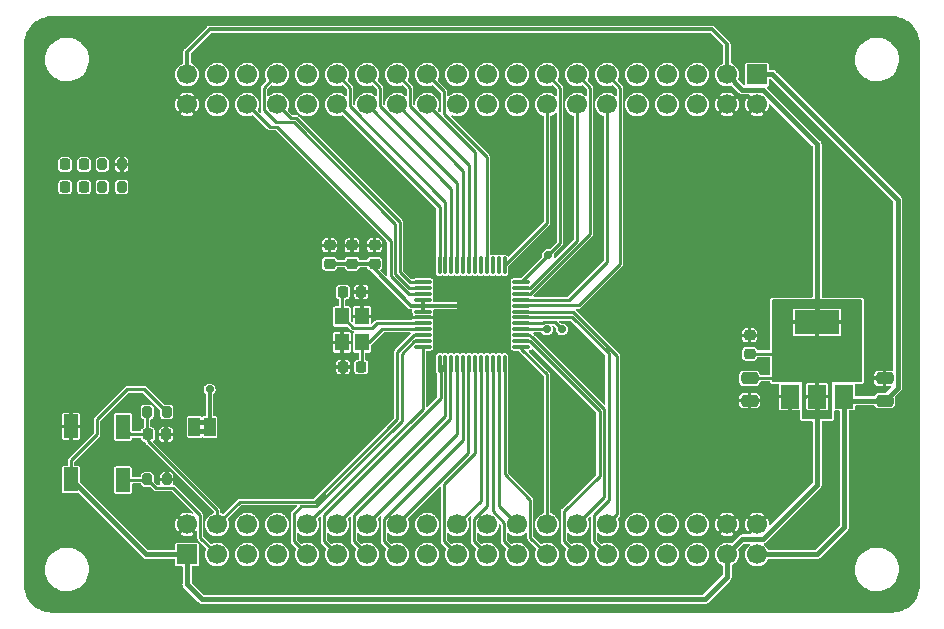
<source format=gbr>
%TF.GenerationSoftware,KiCad,Pcbnew,6.0.4+dfsg-1+b1*%
%TF.CreationDate,2022-05-06T01:05:30+08:00*%
%TF.ProjectId,mcustm32g030,6d637573-746d-4333-9267-3033302e6b69,a*%
%TF.SameCoordinates,Original*%
%TF.FileFunction,Copper,L1,Top*%
%TF.FilePolarity,Positive*%
%FSLAX46Y46*%
G04 Gerber Fmt 4.6, Leading zero omitted, Abs format (unit mm)*
G04 Created by KiCad (PCBNEW 6.0.4+dfsg-1+b1) date 2022-05-06 01:05:30*
%MOMM*%
%LPD*%
G01*
G04 APERTURE LIST*
G04 Aperture macros list*
%AMRoundRect*
0 Rectangle with rounded corners*
0 $1 Rounding radius*
0 $2 $3 $4 $5 $6 $7 $8 $9 X,Y pos of 4 corners*
0 Add a 4 corners polygon primitive as box body*
4,1,4,$2,$3,$4,$5,$6,$7,$8,$9,$2,$3,0*
0 Add four circle primitives for the rounded corners*
1,1,$1+$1,$2,$3*
1,1,$1+$1,$4,$5*
1,1,$1+$1,$6,$7*
1,1,$1+$1,$8,$9*
0 Add four rect primitives between the rounded corners*
20,1,$1+$1,$2,$3,$4,$5,0*
20,1,$1+$1,$4,$5,$6,$7,0*
20,1,$1+$1,$6,$7,$8,$9,0*
20,1,$1+$1,$8,$9,$2,$3,0*%
G04 Aperture macros list end*
%TA.AperFunction,SMDPad,CuDef*%
%ADD10RoundRect,0.225000X-0.225000X-0.250000X0.225000X-0.250000X0.225000X0.250000X-0.225000X0.250000X0*%
%TD*%
%TA.AperFunction,SMDPad,CuDef*%
%ADD11R,1.200000X2.000000*%
%TD*%
%TA.AperFunction,SMDPad,CuDef*%
%ADD12RoundRect,0.200000X-0.200000X-0.275000X0.200000X-0.275000X0.200000X0.275000X-0.200000X0.275000X0*%
%TD*%
%TA.AperFunction,SMDPad,CuDef*%
%ADD13R,1.500000X2.000000*%
%TD*%
%TA.AperFunction,SMDPad,CuDef*%
%ADD14R,3.800000X2.000000*%
%TD*%
%TA.AperFunction,SMDPad,CuDef*%
%ADD15RoundRect,0.225000X0.250000X-0.225000X0.250000X0.225000X-0.250000X0.225000X-0.250000X-0.225000X0*%
%TD*%
%TA.AperFunction,SMDPad,CuDef*%
%ADD16RoundRect,0.218750X0.218750X0.256250X-0.218750X0.256250X-0.218750X-0.256250X0.218750X-0.256250X0*%
%TD*%
%TA.AperFunction,SMDPad,CuDef*%
%ADD17RoundRect,0.200000X0.200000X0.275000X-0.200000X0.275000X-0.200000X-0.275000X0.200000X-0.275000X0*%
%TD*%
%TA.AperFunction,SMDPad,CuDef*%
%ADD18RoundRect,0.075000X-0.662500X-0.075000X0.662500X-0.075000X0.662500X0.075000X-0.662500X0.075000X0*%
%TD*%
%TA.AperFunction,SMDPad,CuDef*%
%ADD19RoundRect,0.075000X-0.075000X-0.662500X0.075000X-0.662500X0.075000X0.662500X-0.075000X0.662500X0*%
%TD*%
%TA.AperFunction,SMDPad,CuDef*%
%ADD20R,1.000000X1.500000*%
%TD*%
%TA.AperFunction,SMDPad,CuDef*%
%ADD21RoundRect,0.250000X0.475000X-0.250000X0.475000X0.250000X-0.475000X0.250000X-0.475000X-0.250000X0*%
%TD*%
%TA.AperFunction,SMDPad,CuDef*%
%ADD22R,1.200000X1.400000*%
%TD*%
%TA.AperFunction,SMDPad,CuDef*%
%ADD23RoundRect,0.250000X-0.475000X0.250000X-0.475000X-0.250000X0.475000X-0.250000X0.475000X0.250000X0*%
%TD*%
%TA.AperFunction,SMDPad,CuDef*%
%ADD24RoundRect,0.225000X0.225000X0.250000X-0.225000X0.250000X-0.225000X-0.250000X0.225000X-0.250000X0*%
%TD*%
%TA.AperFunction,ComponentPad*%
%ADD25R,1.700000X1.700000*%
%TD*%
%TA.AperFunction,ComponentPad*%
%ADD26C,1.700000*%
%TD*%
%TA.AperFunction,ViaPad*%
%ADD27C,0.700000*%
%TD*%
%TA.AperFunction,Conductor*%
%ADD28C,0.228600*%
%TD*%
%TA.AperFunction,Conductor*%
%ADD29C,0.304800*%
%TD*%
%TA.AperFunction,Conductor*%
%ADD30C,0.457200*%
%TD*%
G04 APERTURE END LIST*
%TO.C,JP1*%
G36*
X104390000Y-105375000D02*
G01*
X103890000Y-105375000D01*
X103890000Y-104975000D01*
X104390000Y-104975000D01*
X104390000Y-105375000D01*
G37*
G36*
X104390000Y-104575000D02*
G01*
X103890000Y-104575000D01*
X103890000Y-104175000D01*
X104390000Y-104175000D01*
X104390000Y-104575000D01*
G37*
%TD*%
D10*
%TO.P,C8,1*%
%TO.N,Net-(C8-Pad1)*%
X116065000Y-93345000D03*
%TO.P,C8,2*%
%TO.N,GND*%
X117615000Y-93345000D03*
%TD*%
D11*
%TO.P,SW1,1,1*%
%TO.N,GND*%
X93050000Y-104725000D03*
%TO.P,SW1,2,2*%
%TO.N,NRST*%
X97450000Y-104775000D03*
%TD*%
D12*
%TO.P,R2,1*%
%TO.N,Net-(D1-Pad1)*%
X95695000Y-82550000D03*
%TO.P,R2,2*%
%TO.N,GND*%
X97345000Y-82550000D03*
%TD*%
D13*
%TO.P,U1,1,GND*%
%TO.N,GND*%
X153910000Y-102210000D03*
%TO.P,U1,2,VO*%
%TO.N,+3V3*%
X156210000Y-102210000D03*
D14*
X156210000Y-95910000D03*
D13*
%TO.P,U1,3,VI*%
%TO.N,+5V*%
X158510000Y-102210000D03*
%TD*%
D15*
%TO.P,C4,1*%
%TO.N,+3V3*%
X114935000Y-90945000D03*
%TO.P,C4,2*%
%TO.N,GND*%
X114935000Y-89395000D03*
%TD*%
D16*
%TO.P,D1,1,K*%
%TO.N,Net-(D1-Pad1)*%
X94132500Y-82550000D03*
%TO.P,D1,2,A*%
%TO.N,+3V3*%
X92557500Y-82550000D03*
%TD*%
D17*
%TO.P,R1,1*%
%TO.N,+3V3*%
X101155000Y-103505000D03*
%TO.P,R1,2*%
%TO.N,NRST*%
X99505000Y-103505000D03*
%TD*%
D15*
%TO.P,C2,1*%
%TO.N,+3V3*%
X150495000Y-98565000D03*
%TO.P,C2,2*%
%TO.N,GND*%
X150495000Y-97015000D03*
%TD*%
D18*
%TO.P,U2,1,PC13*%
%TO.N,PC13*%
X122837500Y-92500000D03*
%TO.P,U2,2,PC14*%
%TO.N,PC14*%
X122837500Y-93000000D03*
%TO.P,U2,3,PC15*%
%TO.N,PC15*%
X122837500Y-93500000D03*
%TO.P,U2,4,VBAT*%
%TO.N,+3V3*%
X122837500Y-94000000D03*
%TO.P,U2,5,VREF+*%
X122837500Y-94500000D03*
%TO.P,U2,6,VDD*%
X122837500Y-95000000D03*
%TO.P,U2,7,GND*%
%TO.N,GND*%
X122837500Y-95500000D03*
%TO.P,U2,8,OSC_IN*%
%TO.N,Net-(C8-Pad1)*%
X122837500Y-96000000D03*
%TO.P,U2,9,OSC_OUT*%
%TO.N,Net-(C9-Pad1)*%
X122837500Y-96500000D03*
%TO.P,U2,10,NRST*%
%TO.N,NRST*%
X122837500Y-97000000D03*
%TO.P,U2,11,PA0*%
%TO.N,PA0*%
X122837500Y-97500000D03*
%TO.P,U2,12,PA1*%
%TO.N,PA1*%
X122837500Y-98000000D03*
D19*
%TO.P,U2,13,PA2*%
%TO.N,PA2*%
X124250000Y-99412500D03*
%TO.P,U2,14,PA3*%
%TO.N,PA3*%
X124750000Y-99412500D03*
%TO.P,U2,15,PA4*%
%TO.N,PA4*%
X125250000Y-99412500D03*
%TO.P,U2,16,PA5*%
%TO.N,PA5*%
X125750000Y-99412500D03*
%TO.P,U2,17,PA6*%
%TO.N,PA6*%
X126250000Y-99412500D03*
%TO.P,U2,18,PA7*%
%TO.N,PA7*%
X126750000Y-99412500D03*
%TO.P,U2,19,PB0*%
%TO.N,PB0*%
X127250000Y-99412500D03*
%TO.P,U2,20,PB1*%
%TO.N,PB1*%
X127750000Y-99412500D03*
%TO.P,U2,21,PB2*%
%TO.N,PB2*%
X128250000Y-99412500D03*
%TO.P,U2,22,PB10*%
%TO.N,PB10*%
X128750000Y-99412500D03*
%TO.P,U2,23,PB11*%
%TO.N,PB11*%
X129250000Y-99412500D03*
%TO.P,U2,24,PB12*%
%TO.N,PB12*%
X129750000Y-99412500D03*
D18*
%TO.P,U2,25,PB13*%
%TO.N,PB13*%
X131162500Y-98000000D03*
%TO.P,U2,26,PB14*%
%TO.N,PB14*%
X131162500Y-97500000D03*
%TO.P,U2,27,PB15*%
%TO.N,PB15*%
X131162500Y-97000000D03*
%TO.P,U2,28,PA8*%
%TO.N,PA8*%
X131162500Y-96500000D03*
%TO.P,U2,29,PA9*%
%TO.N,PA9*%
X131162500Y-96000000D03*
%TO.P,U2,30,PC6*%
%TO.N,PC6*%
X131162500Y-95500000D03*
%TO.P,U2,31,PC7*%
%TO.N,PC7*%
X131162500Y-95000000D03*
%TO.P,U2,32,PA10*%
%TO.N,PA10*%
X131162500Y-94500000D03*
%TO.P,U2,33,PA11*%
%TO.N,PA11*%
X131162500Y-94000000D03*
%TO.P,U2,34,PA12*%
%TO.N,PA12*%
X131162500Y-93500000D03*
%TO.P,U2,35,PA13*%
%TO.N,PA13*%
X131162500Y-93000000D03*
%TO.P,U2,36,PA14_(BO0)*%
%TO.N,PA14*%
X131162500Y-92500000D03*
D19*
%TO.P,U2,37,PA15*%
%TO.N,PA15*%
X129750000Y-91087500D03*
%TO.P,U2,38,PD0*%
%TO.N,unconnected-(U2-Pad38)*%
X129250000Y-91087500D03*
%TO.P,U2,39,PD1*%
%TO.N,unconnected-(U2-Pad39)*%
X128750000Y-91087500D03*
%TO.P,U2,40,PD2*%
%TO.N,PD2*%
X128250000Y-91087500D03*
%TO.P,U2,41,PD3*%
%TO.N,unconnected-(U2-Pad41)*%
X127750000Y-91087500D03*
%TO.P,U2,42,PB3*%
%TO.N,PB3*%
X127250000Y-91087500D03*
%TO.P,U2,43,PB4*%
%TO.N,PB4*%
X126750000Y-91087500D03*
%TO.P,U2,44,PB5*%
%TO.N,PB5*%
X126250000Y-91087500D03*
%TO.P,U2,45,PB6*%
%TO.N,PB6*%
X125750000Y-91087500D03*
%TO.P,U2,46,PB7*%
%TO.N,PB7*%
X125250000Y-91087500D03*
%TO.P,U2,47,PB8*%
%TO.N,PB8*%
X124750000Y-91087500D03*
%TO.P,U2,48,PB9*%
%TO.N,PB9*%
X124250000Y-91087500D03*
%TD*%
D10*
%TO.P,C3,1*%
%TO.N,NRST*%
X99555000Y-105410000D03*
%TO.P,C3,2*%
%TO.N,GND*%
X101105000Y-105410000D03*
%TD*%
D20*
%TO.P,JP1,1,A*%
%TO.N,BO0*%
X103490000Y-104775000D03*
%TO.P,JP1,2,B*%
%TO.N,PA14*%
X104790000Y-104775000D03*
%TD*%
D11*
%TO.P,SW2,1,1*%
%TO.N,BO0*%
X97450000Y-109270000D03*
%TO.P,SW2,2,2*%
%TO.N,+3V3*%
X93050000Y-109220000D03*
%TD*%
D15*
%TO.P,C6,1*%
%TO.N,+3V3*%
X118745000Y-90945000D03*
%TO.P,C6,2*%
%TO.N,GND*%
X118745000Y-89395000D03*
%TD*%
D21*
%TO.P,C1,1*%
%TO.N,+5V*%
X161925000Y-102550000D03*
%TO.P,C1,2*%
%TO.N,GND*%
X161925000Y-100650000D03*
%TD*%
D12*
%TO.P,R4,1*%
%TO.N,BO0*%
X99505000Y-109220000D03*
%TO.P,R4,2*%
%TO.N,GND*%
X101155000Y-109220000D03*
%TD*%
D15*
%TO.P,C5,1*%
%TO.N,+3V3*%
X116840000Y-90945000D03*
%TO.P,C5,2*%
%TO.N,GND*%
X116840000Y-89395000D03*
%TD*%
D22*
%TO.P,Y1,1,1*%
%TO.N,Net-(C8-Pad1)*%
X115990000Y-95420000D03*
%TO.P,Y1,2,2*%
%TO.N,GND*%
X115990000Y-97620000D03*
%TO.P,Y1,3,3*%
%TO.N,Net-(C9-Pad1)*%
X117690000Y-97620000D03*
%TO.P,Y1,4,4*%
%TO.N,GND*%
X117690000Y-95420000D03*
%TD*%
D12*
%TO.P,R3,1*%
%TO.N,Net-(D2-Pad1)*%
X95695000Y-84455000D03*
%TO.P,R3,2*%
%TO.N,PC13*%
X97345000Y-84455000D03*
%TD*%
D16*
%TO.P,D2,1,K*%
%TO.N,Net-(D2-Pad1)*%
X94132500Y-84455000D03*
%TO.P,D2,2,A*%
%TO.N,+3V3*%
X92557500Y-84455000D03*
%TD*%
D23*
%TO.P,C7,1*%
%TO.N,+3V3*%
X150495000Y-100650000D03*
%TO.P,C7,2*%
%TO.N,GND*%
X150495000Y-102550000D03*
%TD*%
D24*
%TO.P,C9,1*%
%TO.N,Net-(C9-Pad1)*%
X117615000Y-99695000D03*
%TO.P,C9,2*%
%TO.N,GND*%
X116065000Y-99695000D03*
%TD*%
D25*
%TO.P,J1,1,3.3V*%
%TO.N,+3V3*%
X102870000Y-115570000D03*
D26*
%TO.P,J1,2,GND*%
%TO.N,GND*%
X102870000Y-113030000D03*
%TO.P,J1,3,BO0*%
%TO.N,BO0*%
X105410000Y-115570000D03*
%TO.P,J1,4,NRST*%
%TO.N,NRST*%
X105410000Y-113030000D03*
%TO.P,J1,5,PC0*%
%TO.N,unconnected-(J1-Pad5)*%
X107950000Y-115570000D03*
%TO.P,J1,6,PC1*%
%TO.N,unconnected-(J1-Pad6)*%
X107950000Y-113030000D03*
%TO.P,J1,7,PC2*%
%TO.N,unconnected-(J1-Pad7)*%
X110490000Y-115570000D03*
%TO.P,J1,8,PC3*%
%TO.N,unconnected-(J1-Pad8)*%
X110490000Y-113030000D03*
%TO.P,J1,9,PA0*%
%TO.N,PA0*%
X113030000Y-115570000D03*
%TO.P,J1,10,PA1*%
%TO.N,PA1*%
X113030000Y-113030000D03*
%TO.P,J1,11,PA2*%
%TO.N,PA2*%
X115570000Y-115570000D03*
%TO.P,J1,12,PA3*%
%TO.N,PA3*%
X115570000Y-113030000D03*
%TO.P,J1,13,PA4*%
%TO.N,PA4*%
X118110000Y-115570000D03*
%TO.P,J1,14,PA5*%
%TO.N,PA5*%
X118110000Y-113030000D03*
%TO.P,J1,15,PA6*%
%TO.N,PA6*%
X120650000Y-115570000D03*
%TO.P,J1,16,PA7*%
%TO.N,PA7*%
X120650000Y-113030000D03*
%TO.P,J1,17,PC4*%
%TO.N,unconnected-(J1-Pad17)*%
X123190000Y-115570000D03*
%TO.P,J1,18,PC5*%
%TO.N,unconnected-(J1-Pad18)*%
X123190000Y-113030000D03*
%TO.P,J1,19,PB0*%
%TO.N,PB0*%
X125730000Y-115570000D03*
%TO.P,J1,20,PB1*%
%TO.N,PB1*%
X125730000Y-113030000D03*
%TO.P,J1,21,PB2*%
%TO.N,PB2*%
X128270000Y-115570000D03*
%TO.P,J1,22,U0*%
%TO.N,unconnected-(J1-Pad22)*%
X128270000Y-113030000D03*
%TO.P,J1,23,PB10*%
%TO.N,PB10*%
X130810000Y-115570000D03*
%TO.P,J1,24,PB11*%
%TO.N,PB11*%
X130810000Y-113030000D03*
%TO.P,J1,25,PB12*%
%TO.N,PB12*%
X133350000Y-115570000D03*
%TO.P,J1,26,PB13*%
%TO.N,PB13*%
X133350000Y-113030000D03*
%TO.P,J1,27,PB14*%
%TO.N,PB14*%
X135890000Y-115570000D03*
%TO.P,J1,28,PB15*%
%TO.N,PB15*%
X135890000Y-113030000D03*
%TO.P,J1,29,PC6*%
%TO.N,PC6*%
X138430000Y-115570000D03*
%TO.P,J1,30,PC7*%
%TO.N,PC7*%
X138430000Y-113030000D03*
%TO.P,J1,31,PC8*%
%TO.N,unconnected-(J1-Pad31)*%
X140970000Y-115570000D03*
%TO.P,J1,32,PC9*%
%TO.N,unconnected-(J1-Pad32)*%
X140970000Y-113030000D03*
%TO.P,J1,33,U1*%
%TO.N,unconnected-(J1-Pad33)*%
X143510000Y-115570000D03*
%TO.P,J1,34,U2*%
%TO.N,unconnected-(J1-Pad34)*%
X143510000Y-113030000D03*
%TO.P,J1,35,U3*%
%TO.N,unconnected-(J1-Pad35)*%
X146050000Y-115570000D03*
%TO.P,J1,36,U4*%
%TO.N,unconnected-(J1-Pad36)*%
X146050000Y-113030000D03*
%TO.P,J1,37,3.3V*%
%TO.N,+3V3*%
X148590000Y-115570000D03*
%TO.P,J1,38,GND*%
%TO.N,GND*%
X148590000Y-113030000D03*
%TO.P,J1,39,5V*%
%TO.N,+5V*%
X151130000Y-115570000D03*
%TO.P,J1,40,GND*%
%TO.N,GND*%
X151130000Y-113030000D03*
D25*
%TO.P,J1,41,5V*%
%TO.N,+5V*%
X151130000Y-74930000D03*
D26*
%TO.P,J1,42,GND*%
%TO.N,GND*%
X151130000Y-77470000D03*
%TO.P,J1,43,3.3V*%
%TO.N,+3V3*%
X148590000Y-74930000D03*
%TO.P,J1,44,GND*%
%TO.N,GND*%
X148590000Y-77470000D03*
%TO.P,J1,45,U15*%
%TO.N,unconnected-(J1-Pad45)*%
X146050000Y-74930000D03*
%TO.P,J1,46,U16*%
%TO.N,unconnected-(J1-Pad46)*%
X146050000Y-77470000D03*
%TO.P,J1,47,U13*%
%TO.N,unconnected-(J1-Pad47)*%
X143510000Y-74930000D03*
%TO.P,J1,48,U14*%
%TO.N,unconnected-(J1-Pad48)*%
X143510000Y-77470000D03*
%TO.P,J1,49,PA8*%
%TO.N,PA8*%
X140970000Y-74930000D03*
%TO.P,J1,50,PA9*%
%TO.N,PA9*%
X140970000Y-77470000D03*
%TO.P,J1,51,PA10*%
%TO.N,PA10*%
X138430000Y-74930000D03*
%TO.P,J1,52,PA11*%
%TO.N,PA11*%
X138430000Y-77470000D03*
%TO.P,J1,53,PA12*%
%TO.N,PA12*%
X135890000Y-74930000D03*
%TO.P,J1,54,PA13*%
%TO.N,PA13*%
X135890000Y-77470000D03*
%TO.P,J1,55,PA14*%
%TO.N,PA14*%
X133350000Y-74930000D03*
%TO.P,J1,56,PA15*%
%TO.N,PA15*%
X133350000Y-77470000D03*
%TO.P,J1,57,U11*%
%TO.N,unconnected-(J1-Pad57)*%
X130810000Y-74930000D03*
%TO.P,J1,58,U12*%
%TO.N,unconnected-(J1-Pad58)*%
X130810000Y-77470000D03*
%TO.P,J1,59,PC10*%
%TO.N,unconnected-(J1-Pad59)*%
X128270000Y-74930000D03*
%TO.P,J1,60,PC11*%
%TO.N,unconnected-(J1-Pad60)*%
X128270000Y-77470000D03*
%TO.P,J1,61,PC12*%
%TO.N,unconnected-(J1-Pad61)*%
X125730000Y-74930000D03*
%TO.P,J1,62,U8*%
%TO.N,unconnected-(J1-Pad62)*%
X125730000Y-77470000D03*
%TO.P,J1,63,PD2*%
%TO.N,PD2*%
X123190000Y-74930000D03*
%TO.P,J1,64,PB3*%
%TO.N,PB3*%
X123190000Y-77470000D03*
%TO.P,J1,65,PB4*%
%TO.N,PB4*%
X120650000Y-74930000D03*
%TO.P,J1,66,PB5*%
%TO.N,PB5*%
X120650000Y-77470000D03*
%TO.P,J1,67,PB6*%
%TO.N,PB6*%
X118110000Y-74930000D03*
%TO.P,J1,68,PB7*%
%TO.N,PB7*%
X118110000Y-77470000D03*
%TO.P,J1,69,PB8*%
%TO.N,PB8*%
X115570000Y-74930000D03*
%TO.P,J1,70,PB9*%
%TO.N,PB9*%
X115570000Y-77470000D03*
%TO.P,J1,71,U9*%
%TO.N,unconnected-(J1-Pad71)*%
X113030000Y-74930000D03*
%TO.P,J1,72,U10*%
%TO.N,unconnected-(J1-Pad72)*%
X113030000Y-77470000D03*
%TO.P,J1,73,PC14*%
%TO.N,PC14*%
X110490000Y-74930000D03*
%TO.P,J1,74,PC13*%
%TO.N,PC13*%
X110490000Y-77470000D03*
%TO.P,J1,75,U7*%
%TO.N,unconnected-(J1-Pad75)*%
X107950000Y-74930000D03*
%TO.P,J1,76,PC15*%
%TO.N,PC15*%
X107950000Y-77470000D03*
%TO.P,J1,77,U5*%
%TO.N,unconnected-(J1-Pad77)*%
X105410000Y-74930000D03*
%TO.P,J1,78,U6*%
%TO.N,unconnected-(J1-Pad78)*%
X105410000Y-77470000D03*
%TO.P,J1,79,3.3V*%
%TO.N,+3V3*%
X102870000Y-74930000D03*
%TO.P,J1,80,GND*%
%TO.N,GND*%
X102870000Y-77470000D03*
%TD*%
D27*
%TO.N,PA8*%
X133350000Y-96520000D03*
%TO.N,PA9*%
X134620000Y-96520000D03*
%TO.N,PA14*%
X104775000Y-101600000D03*
X133421250Y-90241250D03*
%TO.N,+3V3*%
X126365000Y-95885000D03*
X127635000Y-94615000D03*
X126365000Y-94615000D03*
X156210000Y-100330000D03*
X158750000Y-97790000D03*
X158750000Y-100330000D03*
X153670000Y-97790000D03*
X153670000Y-99060000D03*
X153670000Y-100330000D03*
X158750000Y-99060000D03*
X156210000Y-99060000D03*
X156210000Y-97790000D03*
X127635000Y-95885000D03*
%TO.N,GND*%
X155575000Y-113030000D03*
X159385000Y-86995000D03*
X125095000Y-93345000D03*
X159385000Y-90805000D03*
X159385000Y-85090000D03*
X128905000Y-93345000D03*
X159385000Y-88900000D03*
X128905000Y-97155000D03*
X137160000Y-99695000D03*
X156845000Y-111760000D03*
X154305000Y-114300000D03*
X125095000Y-97155000D03*
%TD*%
D28*
%TO.N,PA0*%
X113822613Y-111505511D02*
X112552613Y-111505511D01*
X122837500Y-97500000D02*
X122117443Y-97500000D01*
X122117443Y-97500000D02*
X121030511Y-98586932D01*
X121030511Y-104297613D02*
X113822613Y-111505511D01*
X121030511Y-98586932D02*
X121030511Y-104297613D01*
X111913789Y-112144335D02*
X111913789Y-114453789D01*
X111913789Y-114453789D02*
X113030000Y-115570000D01*
X112552613Y-111505511D02*
X111913789Y-112144335D01*
%TO.N,PA1*%
X122837500Y-103222500D02*
X113030000Y-113030000D01*
X122837500Y-98000000D02*
X122837500Y-103222500D01*
%TO.N,PA2*%
X124250000Y-99412500D02*
X124333780Y-99496280D01*
X124333780Y-102361220D02*
X114453789Y-112241211D01*
X114453789Y-112241211D02*
X114453789Y-114453789D01*
X124333780Y-99496280D02*
X124333780Y-102361220D01*
X114453789Y-114453789D02*
X115570000Y-115570000D01*
%TO.N,PA3*%
X124750000Y-99412500D02*
X124750000Y-103850000D01*
X124750000Y-103850000D02*
X115570000Y-113030000D01*
%TO.N,PA4*%
X116993789Y-114453789D02*
X118110000Y-115570000D01*
X116993789Y-112241211D02*
X116993789Y-114453789D01*
X125166220Y-104068780D02*
X116993789Y-112241211D01*
X125250000Y-99412500D02*
X125166220Y-99496280D01*
X125166220Y-99496280D02*
X125166220Y-104068780D01*
%TO.N,PA5*%
X125750000Y-105390000D02*
X118110000Y-113030000D01*
X125750000Y-99412500D02*
X125750000Y-105390000D01*
%TO.N,PA6*%
X126250000Y-105851438D02*
X119533789Y-112567649D01*
X119533789Y-112567649D02*
X119533789Y-114453789D01*
X119533789Y-114453789D02*
X120650000Y-115570000D01*
X126250000Y-99412500D02*
X126250000Y-105851438D01*
%TO.N,PA7*%
X126750000Y-99412500D02*
X126666220Y-99496280D01*
X126666220Y-99496280D02*
X126666220Y-107013780D01*
X126666220Y-107013780D02*
X120650000Y-113030000D01*
%TO.N,PB0*%
X127250000Y-99412500D02*
X127250000Y-106968124D01*
X124613789Y-109604335D02*
X124613789Y-114453789D01*
X127250000Y-106968124D02*
X124613789Y-109604335D01*
X124613789Y-114453789D02*
X125730000Y-115570000D01*
%TO.N,PB1*%
X127750000Y-111010000D02*
X125730000Y-113030000D01*
X127750000Y-99412500D02*
X127750000Y-111010000D01*
%TO.N,PB2*%
X127153789Y-112567649D02*
X127153789Y-114453789D01*
X128250000Y-111471438D02*
X127153789Y-112567649D01*
X127153789Y-114453789D02*
X128270000Y-115570000D01*
X128250000Y-99412500D02*
X128250000Y-111471438D01*
%TO.N,PB10*%
X128750000Y-99412500D02*
X128750000Y-111931438D01*
X129693789Y-112875227D02*
X129693789Y-114453789D01*
X128750000Y-111931438D02*
X129693789Y-112875227D01*
X129693789Y-114453789D02*
X130810000Y-115570000D01*
%TO.N,PB11*%
X129250000Y-99412500D02*
X129250000Y-111470000D01*
X129250000Y-111470000D02*
X130810000Y-113030000D01*
%TO.N,PB12*%
X129750000Y-99412500D02*
X129750000Y-108795000D01*
X131926211Y-114146211D02*
X133350000Y-115570000D01*
X131926211Y-110971211D02*
X131926211Y-114146211D01*
X129750000Y-108795000D02*
X131926211Y-110971211D01*
%TO.N,PB13*%
X131162500Y-98142500D02*
X133350000Y-100330000D01*
X131162500Y-98000000D02*
X131162500Y-98142500D01*
X133350000Y-100330000D02*
X133350000Y-113030000D01*
%TO.N,PB14*%
X135890000Y-115570000D02*
X134773789Y-114453789D01*
X137795000Y-108892578D02*
X137795000Y-103412444D01*
X131882557Y-97500000D02*
X131162500Y-97500000D01*
X134773789Y-114453789D02*
X134773789Y-111913789D01*
X137795000Y-103412444D02*
X131882557Y-97500000D01*
X134773789Y-111913789D02*
X137795000Y-108892578D01*
%TO.N,PB15*%
X132002046Y-97119489D02*
X132040170Y-97119489D01*
X138175511Y-110744489D02*
X135890000Y-113030000D01*
X131882557Y-97000000D02*
X132002046Y-97119489D01*
X132040170Y-97119489D02*
X138175511Y-103254830D01*
X131162500Y-97000000D02*
X131882557Y-97000000D01*
X138175511Y-103254830D02*
X138175511Y-110744489D01*
%TO.N,PA8*%
X131162500Y-96500000D02*
X133330000Y-96500000D01*
X133330000Y-96500000D02*
X133350000Y-96520000D01*
%TO.N,PA9*%
X134003799Y-95903799D02*
X134620000Y-96520000D01*
X133094760Y-95903799D02*
X134003799Y-95903799D01*
X131162500Y-96000000D02*
X132998559Y-96000000D01*
X132998559Y-96000000D02*
X133094760Y-95903799D01*
%TO.N,PA10*%
X131162500Y-94500000D02*
X131173522Y-94488978D01*
X131173522Y-94488978D02*
X136016022Y-94488978D01*
X139546211Y-90958789D02*
X139546211Y-76046211D01*
X139546211Y-76046211D02*
X138430000Y-74930000D01*
X136016022Y-94488978D02*
X139546211Y-90958789D01*
%TO.N,PA11*%
X138430000Y-90805000D02*
X138430000Y-77470000D01*
X135235000Y-94000000D02*
X138430000Y-90805000D01*
X131162500Y-94000000D02*
X135235000Y-94000000D01*
%TO.N,PA12*%
X131932422Y-93500000D02*
X137006211Y-88426211D01*
X137006211Y-76046211D02*
X135890000Y-74930000D01*
X137006211Y-88426211D02*
X137006211Y-76046211D01*
X131162500Y-93500000D02*
X131932422Y-93500000D01*
%TO.N,PA13*%
X135890000Y-88992557D02*
X135890000Y-77470000D01*
X131882557Y-93000000D02*
X135890000Y-88992557D01*
X131162500Y-93000000D02*
X131882557Y-93000000D01*
D29*
%TO.N,PA14*%
X104790000Y-104775000D02*
X104790000Y-101615000D01*
D28*
X134466211Y-76046211D02*
X133350000Y-74930000D01*
X133421250Y-90241250D02*
X134466211Y-89196289D01*
D29*
X104790000Y-101615000D02*
X104775000Y-101600000D01*
D28*
X131162500Y-92500000D02*
X133421250Y-90241250D01*
X134466211Y-89196289D02*
X134466211Y-76046211D01*
%TO.N,PA15*%
X133350000Y-87487500D02*
X133350000Y-77470000D01*
X129750000Y-91087500D02*
X133350000Y-87487500D01*
%TO.N,PB3*%
X127250000Y-91087500D02*
X127250000Y-81530000D01*
X127250000Y-81530000D02*
X123190000Y-77470000D01*
%TO.N,PB4*%
X121766211Y-76046211D02*
X120650000Y-74930000D01*
X126750000Y-82608562D02*
X121766211Y-77624773D01*
X121766211Y-77624773D02*
X121766211Y-76046211D01*
X126750000Y-91087500D02*
X126750000Y-82608562D01*
%TO.N,PB5*%
X126250000Y-83070000D02*
X120650000Y-77470000D01*
X126250000Y-91087500D02*
X126250000Y-83070000D01*
%TO.N,PB6*%
X119226211Y-76046211D02*
X118110000Y-74930000D01*
X125750000Y-84148562D02*
X119226211Y-77624773D01*
X119226211Y-77624773D02*
X119226211Y-76046211D01*
X125750000Y-91087500D02*
X125750000Y-84148562D01*
%TO.N,PB7*%
X125250000Y-91087500D02*
X125250000Y-84610000D01*
X125250000Y-84610000D02*
X118110000Y-77470000D01*
%TO.N,PB8*%
X116686211Y-77624773D02*
X116686211Y-76046211D01*
X124750000Y-91087500D02*
X124750000Y-85688562D01*
X124750000Y-85688562D02*
X116686211Y-77624773D01*
X116686211Y-76046211D02*
X115570000Y-74930000D01*
%TO.N,PB9*%
X124250000Y-91087500D02*
X124250000Y-86150000D01*
X124250000Y-86150000D02*
X115570000Y-77470000D01*
%TO.N,PC13*%
X120870623Y-91660621D02*
X120870623Y-87409376D01*
X122837500Y-92500000D02*
X121710000Y-92500000D01*
X112075225Y-78613978D02*
X111633978Y-78613978D01*
X121710000Y-92500000D02*
X120870623Y-91660621D01*
X111633978Y-78613978D02*
X110490000Y-77470000D01*
X120870623Y-87409376D02*
X112075225Y-78613978D01*
%TO.N,PC14*%
X109373789Y-76046211D02*
X110490000Y-74930000D01*
X120490112Y-87566989D02*
X111917612Y-78994489D01*
X110435927Y-78994489D02*
X109373789Y-77932351D01*
X121671876Y-93000000D02*
X120490112Y-91818235D01*
X109373789Y-77932351D02*
X109373789Y-76046211D01*
X122837500Y-93000000D02*
X121671876Y-93000000D01*
X120490112Y-91818235D02*
X120490112Y-87566989D01*
X111917612Y-78994489D02*
X110435927Y-78994489D01*
%TO.N,PC15*%
X122837500Y-93500000D02*
X121633753Y-93500000D01*
X121633753Y-93500000D02*
X120109601Y-91975847D01*
X120109601Y-88994601D02*
X110490000Y-79375000D01*
X120109601Y-91975847D02*
X120109601Y-88994601D01*
X110490000Y-79375000D02*
X109855000Y-79375000D01*
X109855000Y-79375000D02*
X107950000Y-77470000D01*
D29*
%TO.N,+3V3*%
X121805000Y-94500000D02*
X118745000Y-91440000D01*
X102870000Y-73025000D02*
X104775000Y-71120000D01*
X118745000Y-91440000D02*
X118745000Y-90945000D01*
D30*
X102870000Y-115570000D02*
X99400000Y-115570000D01*
D29*
X122837500Y-95000000D02*
X122837500Y-94500000D01*
D30*
X148590000Y-115570000D02*
X148590000Y-117475000D01*
X151639695Y-76239489D02*
X156210000Y-80809794D01*
X148590000Y-74930000D02*
X149899489Y-76239489D01*
D28*
X99250000Y-101600000D02*
X97790000Y-101600000D01*
D30*
X146685000Y-119380000D02*
X104140000Y-119380000D01*
D29*
X126250000Y-94500000D02*
X126365000Y-94615000D01*
X148590000Y-72390000D02*
X148590000Y-74930000D01*
X122837500Y-94500000D02*
X121805000Y-94500000D01*
D28*
X150495000Y-98565000D02*
X152895000Y-98565000D01*
D30*
X149899489Y-114260511D02*
X151639695Y-114260511D01*
X156210000Y-109690206D02*
X156210000Y-102210000D01*
D28*
X95250000Y-105410000D02*
X93050000Y-107610000D01*
D29*
X147320000Y-71120000D02*
X148590000Y-72390000D01*
D30*
X156210000Y-80809794D02*
X156210000Y-95910000D01*
D28*
X150495000Y-100650000D02*
X153350000Y-100650000D01*
D29*
X104775000Y-71120000D02*
X147320000Y-71120000D01*
X122837500Y-94500000D02*
X126250000Y-94500000D01*
D28*
X93050000Y-107610000D02*
X93050000Y-109220000D01*
X152895000Y-98565000D02*
X153670000Y-97790000D01*
X95250000Y-104140000D02*
X95250000Y-105410000D01*
D29*
X116840000Y-90945000D02*
X114935000Y-90945000D01*
X122837500Y-94000000D02*
X122837500Y-94500000D01*
D28*
X153350000Y-100650000D02*
X153670000Y-100330000D01*
X97790000Y-101600000D02*
X95250000Y-104140000D01*
D30*
X104140000Y-119380000D02*
X102870000Y-118110000D01*
X148590000Y-117475000D02*
X146685000Y-119380000D01*
X148590000Y-115570000D02*
X149899489Y-114260511D01*
D29*
X118745000Y-90945000D02*
X116840000Y-90945000D01*
D30*
X151639695Y-114260511D02*
X156210000Y-109690206D01*
X99400000Y-115570000D02*
X93050000Y-109220000D01*
D28*
X101155000Y-103505000D02*
X99250000Y-101600000D01*
D30*
X102870000Y-118110000D02*
X102870000Y-115570000D01*
X149899489Y-76239489D02*
X151639695Y-76239489D01*
D29*
X102870000Y-74930000D02*
X102870000Y-73025000D01*
D28*
%TO.N,Net-(C8-Pad1)*%
X115990000Y-93420000D02*
X116065000Y-93345000D01*
X122837500Y-96000000D02*
X118942422Y-96000000D01*
X118942422Y-96000000D02*
X118556211Y-96386211D01*
X115990000Y-95420000D02*
X115990000Y-93420000D01*
X118556211Y-96386211D02*
X116956211Y-96386211D01*
X116956211Y-96386211D02*
X115990000Y-95420000D01*
%TO.N,Net-(C9-Pad1)*%
X119400000Y-96500000D02*
X118280000Y-97620000D01*
X117690000Y-97620000D02*
X117690000Y-99620000D01*
X118280000Y-97620000D02*
X117690000Y-97620000D01*
X122837500Y-96500000D02*
X119400000Y-96500000D01*
X117690000Y-99620000D02*
X117615000Y-99695000D01*
%TO.N,NRST*%
X99505000Y-105360000D02*
X99555000Y-105410000D01*
X107315000Y-111125000D02*
X105410000Y-113030000D01*
X113665000Y-111125000D02*
X107315000Y-111125000D01*
X120650000Y-98417578D02*
X120650000Y-104140000D01*
X122067578Y-97000000D02*
X120650000Y-98417578D01*
X105410000Y-111827919D02*
X99555000Y-105972919D01*
X122837500Y-97000000D02*
X122067578Y-97000000D01*
X98085000Y-105410000D02*
X97450000Y-104775000D01*
X99555000Y-105972919D02*
X99555000Y-105410000D01*
X99505000Y-103505000D02*
X99505000Y-105360000D01*
X99555000Y-105410000D02*
X98085000Y-105410000D01*
X105410000Y-113030000D02*
X105410000Y-111827919D01*
X120650000Y-104140000D02*
X113665000Y-111125000D01*
%TO.N,PC6*%
X131162500Y-95500000D02*
X135505000Y-95500000D01*
X137313789Y-112241211D02*
X137313789Y-114453789D01*
X138556022Y-98551022D02*
X138556022Y-110998978D01*
X137313789Y-114453789D02*
X138430000Y-115570000D01*
X135505000Y-95500000D02*
X138556022Y-98551022D01*
X138556022Y-110998978D02*
X137313789Y-112241211D01*
%TO.N,PC7*%
X138430000Y-113030000D02*
X139280000Y-112180000D01*
X139280000Y-112180000D02*
X139280000Y-98736876D01*
X135543124Y-95000000D02*
X131162500Y-95000000D01*
X139280000Y-98736876D02*
X135543124Y-95000000D01*
%TO.N,PD2*%
X124613789Y-78258789D02*
X124613789Y-76353789D01*
X128250000Y-81895000D02*
X124613789Y-78258789D01*
X128250000Y-91087500D02*
X128250000Y-81895000D01*
X124613789Y-76353789D02*
X123190000Y-74930000D01*
D30*
%TO.N,+5V*%
X161925000Y-102550000D02*
X158850000Y-102550000D01*
X156210000Y-115570000D02*
X158510000Y-113270000D01*
X158510000Y-113270000D02*
X158510000Y-102210000D01*
X161925000Y-102550000D02*
X163030520Y-101444480D01*
X152437200Y-74930000D02*
X151130000Y-74930000D01*
X151130000Y-115570000D02*
X156210000Y-115570000D01*
X163030520Y-85523320D02*
X152437200Y-74930000D01*
X158850000Y-102550000D02*
X158510000Y-102210000D01*
X163030520Y-101444480D02*
X163030520Y-85523320D01*
D28*
%TO.N,BO0*%
X100246220Y-109961220D02*
X99505000Y-109220000D01*
X103986211Y-112241211D02*
X101706220Y-109961220D01*
X103986211Y-114146211D02*
X103986211Y-112241211D01*
X101706220Y-109961220D02*
X100246220Y-109961220D01*
X99455000Y-109270000D02*
X99505000Y-109220000D01*
X97450000Y-109270000D02*
X99455000Y-109270000D01*
X105410000Y-115570000D02*
X103986211Y-114146211D01*
%TD*%
%TA.AperFunction,Conductor*%
%TO.N,+3V3*%
G36*
X159993138Y-93997593D02*
G01*
X160018858Y-94042142D01*
X160020000Y-94055200D01*
X160020000Y-100889800D01*
X160002407Y-100938138D01*
X159957858Y-100963858D01*
X159944800Y-100965000D01*
X157480000Y-100965000D01*
X157480000Y-104064800D01*
X157462407Y-104113138D01*
X157417858Y-104138858D01*
X157404800Y-104140000D01*
X155015200Y-104140000D01*
X154966862Y-104122407D01*
X154941142Y-104077858D01*
X154940000Y-104064800D01*
X154940000Y-103221316D01*
X155307600Y-103221316D01*
X155308321Y-103228637D01*
X155314997Y-103262198D01*
X155320558Y-103275623D01*
X155346014Y-103313720D01*
X155356280Y-103323986D01*
X155394377Y-103349442D01*
X155407802Y-103355003D01*
X155441363Y-103361679D01*
X155448684Y-103362400D01*
X156044341Y-103362400D01*
X156054498Y-103358703D01*
X156057600Y-103353331D01*
X156057600Y-103349141D01*
X156362400Y-103349141D01*
X156366097Y-103359298D01*
X156371469Y-103362400D01*
X156971316Y-103362400D01*
X156978637Y-103361679D01*
X157012198Y-103355003D01*
X157025623Y-103349442D01*
X157063720Y-103323986D01*
X157073986Y-103313720D01*
X157099442Y-103275623D01*
X157105003Y-103262198D01*
X157111679Y-103228637D01*
X157112400Y-103221316D01*
X157112400Y-102375659D01*
X157108703Y-102365502D01*
X157103331Y-102362400D01*
X156375659Y-102362400D01*
X156365502Y-102366097D01*
X156362400Y-102371469D01*
X156362400Y-103349141D01*
X156057600Y-103349141D01*
X156057600Y-102375659D01*
X156053903Y-102365502D01*
X156048531Y-102362400D01*
X155320859Y-102362400D01*
X155310702Y-102366097D01*
X155307600Y-102371469D01*
X155307600Y-103221316D01*
X154940000Y-103221316D01*
X154940000Y-102044341D01*
X155307600Y-102044341D01*
X155311297Y-102054498D01*
X155316669Y-102057600D01*
X156044341Y-102057600D01*
X156054498Y-102053903D01*
X156057600Y-102048531D01*
X156057600Y-102044341D01*
X156362400Y-102044341D01*
X156366097Y-102054498D01*
X156371469Y-102057600D01*
X157099141Y-102057600D01*
X157109298Y-102053903D01*
X157112400Y-102048531D01*
X157112400Y-101198684D01*
X157111679Y-101191363D01*
X157105003Y-101157802D01*
X157099442Y-101144377D01*
X157073986Y-101106280D01*
X157063720Y-101096014D01*
X157025623Y-101070558D01*
X157012198Y-101064997D01*
X156978637Y-101058321D01*
X156971316Y-101057600D01*
X156375659Y-101057600D01*
X156365502Y-101061297D01*
X156362400Y-101066669D01*
X156362400Y-102044341D01*
X156057600Y-102044341D01*
X156057600Y-101070859D01*
X156053903Y-101060702D01*
X156048531Y-101057600D01*
X155448684Y-101057600D01*
X155441363Y-101058321D01*
X155407802Y-101064997D01*
X155394377Y-101070558D01*
X155356280Y-101096014D01*
X155346014Y-101106280D01*
X155320558Y-101144377D01*
X155314997Y-101157802D01*
X155308321Y-101191363D01*
X155307600Y-101198684D01*
X155307600Y-102044341D01*
X154940000Y-102044341D01*
X154940000Y-100965000D01*
X152475200Y-100965000D01*
X152426862Y-100947407D01*
X152401142Y-100902858D01*
X152400000Y-100889800D01*
X152400000Y-96921316D01*
X154157600Y-96921316D01*
X154158321Y-96928637D01*
X154164997Y-96962198D01*
X154170558Y-96975623D01*
X154196014Y-97013720D01*
X154206280Y-97023986D01*
X154244377Y-97049442D01*
X154257802Y-97055003D01*
X154291363Y-97061679D01*
X154298684Y-97062400D01*
X156044341Y-97062400D01*
X156054498Y-97058703D01*
X156057600Y-97053331D01*
X156057600Y-97049141D01*
X156362400Y-97049141D01*
X156366097Y-97059298D01*
X156371469Y-97062400D01*
X158121316Y-97062400D01*
X158128637Y-97061679D01*
X158162198Y-97055003D01*
X158175623Y-97049442D01*
X158213720Y-97023986D01*
X158223986Y-97013720D01*
X158249442Y-96975623D01*
X158255003Y-96962198D01*
X158261679Y-96928637D01*
X158262400Y-96921316D01*
X158262400Y-96075659D01*
X158258703Y-96065502D01*
X158253331Y-96062400D01*
X156375659Y-96062400D01*
X156365502Y-96066097D01*
X156362400Y-96071469D01*
X156362400Y-97049141D01*
X156057600Y-97049141D01*
X156057600Y-96075659D01*
X156053903Y-96065502D01*
X156048531Y-96062400D01*
X154170859Y-96062400D01*
X154160702Y-96066097D01*
X154157600Y-96071469D01*
X154157600Y-96921316D01*
X152400000Y-96921316D01*
X152400000Y-95744341D01*
X154157600Y-95744341D01*
X154161297Y-95754498D01*
X154166669Y-95757600D01*
X156044341Y-95757600D01*
X156054498Y-95753903D01*
X156057600Y-95748531D01*
X156057600Y-95744341D01*
X156362400Y-95744341D01*
X156366097Y-95754498D01*
X156371469Y-95757600D01*
X158249141Y-95757600D01*
X158259298Y-95753903D01*
X158262400Y-95748531D01*
X158262400Y-94898684D01*
X158261679Y-94891363D01*
X158255003Y-94857802D01*
X158249442Y-94844377D01*
X158223986Y-94806280D01*
X158213720Y-94796014D01*
X158175623Y-94770558D01*
X158162198Y-94764997D01*
X158128637Y-94758321D01*
X158121316Y-94757600D01*
X156375659Y-94757600D01*
X156365502Y-94761297D01*
X156362400Y-94766669D01*
X156362400Y-95744341D01*
X156057600Y-95744341D01*
X156057600Y-94770859D01*
X156053903Y-94760702D01*
X156048531Y-94757600D01*
X154298684Y-94757600D01*
X154291363Y-94758321D01*
X154257802Y-94764997D01*
X154244377Y-94770558D01*
X154206280Y-94796014D01*
X154196014Y-94806280D01*
X154170558Y-94844377D01*
X154164997Y-94857802D01*
X154158321Y-94891363D01*
X154157600Y-94898684D01*
X154157600Y-95744341D01*
X152400000Y-95744341D01*
X152400000Y-94055200D01*
X152417593Y-94006862D01*
X152462142Y-93981142D01*
X152475200Y-93980000D01*
X159944800Y-93980000D01*
X159993138Y-93997593D01*
G37*
%TD.AperFunction*%
%TD*%
%TA.AperFunction,Conductor*%
%TO.N,+3V3*%
G36*
X128243138Y-93997593D02*
G01*
X128268858Y-94042142D01*
X128270000Y-94055200D01*
X128270000Y-96444800D01*
X128252407Y-96493138D01*
X128207858Y-96518858D01*
X128194800Y-96520000D01*
X125805200Y-96520000D01*
X125756862Y-96502407D01*
X125731142Y-96457858D01*
X125730000Y-96444800D01*
X125730000Y-94055200D01*
X125747593Y-94006862D01*
X125792142Y-93981142D01*
X125805200Y-93980000D01*
X128194800Y-93980000D01*
X128243138Y-93997593D01*
G37*
%TD.AperFunction*%
%TD*%
%TA.AperFunction,Conductor*%
%TO.N,GND*%
G36*
X162549431Y-70005462D02*
G01*
X162550435Y-70005731D01*
X162560000Y-70008294D01*
X162569563Y-70005731D01*
X162577737Y-70005731D01*
X162588622Y-70004631D01*
X162843197Y-70020031D01*
X162852211Y-70021126D01*
X163126794Y-70071445D01*
X163135611Y-70073618D01*
X163255380Y-70110939D01*
X163402138Y-70156671D01*
X163410618Y-70159887D01*
X163665194Y-70274462D01*
X163673230Y-70278679D01*
X163912146Y-70423109D01*
X163919605Y-70428258D01*
X164139361Y-70600426D01*
X164146158Y-70606448D01*
X164343552Y-70803842D01*
X164349574Y-70810639D01*
X164521742Y-71030395D01*
X164526891Y-71037854D01*
X164636854Y-71219754D01*
X164671320Y-71276768D01*
X164675538Y-71284806D01*
X164772025Y-71499190D01*
X164790111Y-71539376D01*
X164793331Y-71547867D01*
X164876382Y-71814389D01*
X164878555Y-71823206D01*
X164928874Y-72097789D01*
X164929969Y-72106803D01*
X164945369Y-72361378D01*
X164944269Y-72372263D01*
X164944269Y-72380437D01*
X164941706Y-72390000D01*
X164944268Y-72399562D01*
X164944538Y-72400569D01*
X164947100Y-72420032D01*
X164947100Y-118079968D01*
X164944538Y-118099430D01*
X164941706Y-118110000D01*
X164944269Y-118119563D01*
X164944269Y-118127737D01*
X164945369Y-118138622D01*
X164929969Y-118393197D01*
X164928874Y-118402211D01*
X164878555Y-118676794D01*
X164876382Y-118685611D01*
X164793331Y-118952133D01*
X164790113Y-118960618D01*
X164675540Y-119215191D01*
X164671321Y-119223230D01*
X164526891Y-119462146D01*
X164521742Y-119469605D01*
X164361627Y-119673977D01*
X164349574Y-119689361D01*
X164343552Y-119696158D01*
X164146158Y-119893552D01*
X164139361Y-119899574D01*
X163919605Y-120071742D01*
X163912146Y-120076891D01*
X163673232Y-120221320D01*
X163665194Y-120225538D01*
X163410618Y-120340113D01*
X163402138Y-120343329D01*
X163255380Y-120389061D01*
X163135611Y-120426382D01*
X163126794Y-120428555D01*
X162852211Y-120478874D01*
X162843197Y-120479969D01*
X162588622Y-120495369D01*
X162577737Y-120494269D01*
X162569563Y-120494269D01*
X162560000Y-120491706D01*
X162550438Y-120494268D01*
X162549431Y-120494538D01*
X162529968Y-120497100D01*
X91470032Y-120497100D01*
X91450569Y-120494538D01*
X91449562Y-120494268D01*
X91440000Y-120491706D01*
X91430437Y-120494269D01*
X91422263Y-120494269D01*
X91411378Y-120495369D01*
X91156803Y-120479969D01*
X91147789Y-120478874D01*
X90873206Y-120428555D01*
X90864389Y-120426382D01*
X90744620Y-120389061D01*
X90597862Y-120343329D01*
X90589382Y-120340113D01*
X90334806Y-120225538D01*
X90326768Y-120221320D01*
X90087854Y-120076891D01*
X90080395Y-120071742D01*
X89860639Y-119899574D01*
X89853842Y-119893552D01*
X89656448Y-119696158D01*
X89650426Y-119689361D01*
X89638373Y-119673977D01*
X89478258Y-119469605D01*
X89473109Y-119462146D01*
X89328679Y-119223230D01*
X89324460Y-119215191D01*
X89209887Y-118960618D01*
X89206669Y-118952133D01*
X89123618Y-118685611D01*
X89121445Y-118676794D01*
X89071126Y-118402211D01*
X89070031Y-118393197D01*
X89054631Y-118138622D01*
X89055731Y-118127737D01*
X89055731Y-118119563D01*
X89058294Y-118110000D01*
X89055462Y-118099430D01*
X89052900Y-118079968D01*
X89052900Y-116882095D01*
X90855028Y-116882095D01*
X90855287Y-116884809D01*
X90855287Y-116884813D01*
X90872840Y-117068793D01*
X90880534Y-117149431D01*
X90944364Y-117410285D01*
X90945383Y-117412800D01*
X90945384Y-117412804D01*
X90997511Y-117541498D01*
X91045182Y-117659192D01*
X91046557Y-117661540D01*
X91139627Y-117820491D01*
X91180875Y-117890938D01*
X91348601Y-118100669D01*
X91350595Y-118102531D01*
X91350598Y-118102535D01*
X91483151Y-118226359D01*
X91544846Y-118283991D01*
X91765499Y-118437064D01*
X91767933Y-118438275D01*
X91767940Y-118438279D01*
X92003491Y-118555463D01*
X92003495Y-118555465D01*
X92005938Y-118556680D01*
X92261126Y-118640335D01*
X92263810Y-118640801D01*
X92263814Y-118640802D01*
X92523452Y-118685883D01*
X92523456Y-118685883D01*
X92525717Y-118686276D01*
X92610567Y-118690500D01*
X92778223Y-118690500D01*
X92977846Y-118676016D01*
X93240080Y-118618120D01*
X93242622Y-118617157D01*
X93242625Y-118617156D01*
X93488664Y-118523940D01*
X93491211Y-118522975D01*
X93648674Y-118435512D01*
X93723587Y-118393901D01*
X93725976Y-118392574D01*
X93735207Y-118385529D01*
X93937294Y-118231302D01*
X93937298Y-118231298D01*
X93939458Y-118229650D01*
X94088588Y-118077097D01*
X94125279Y-118039564D01*
X94125281Y-118039562D01*
X94127185Y-118037614D01*
X94212191Y-117920829D01*
X94283621Y-117822695D01*
X94283622Y-117822693D01*
X94285225Y-117820491D01*
X94309917Y-117773560D01*
X94408998Y-117585237D01*
X94409000Y-117585232D01*
X94410265Y-117582828D01*
X94499688Y-117329603D01*
X94551620Y-117066122D01*
X94564972Y-116797905D01*
X94550680Y-116648100D01*
X94539725Y-116533281D01*
X94539724Y-116533278D01*
X94539466Y-116530569D01*
X94537878Y-116524077D01*
X94496033Y-116353071D01*
X94475636Y-116269715D01*
X94426217Y-116147704D01*
X94375838Y-116023326D01*
X94375837Y-116023325D01*
X94374818Y-116020808D01*
X94294421Y-115883500D01*
X94240503Y-115791415D01*
X94240501Y-115791412D01*
X94239125Y-115789062D01*
X94206489Y-115748252D01*
X94120266Y-115640436D01*
X94071399Y-115579331D01*
X94069405Y-115577469D01*
X94069402Y-115577465D01*
X93877145Y-115397869D01*
X93875154Y-115396009D01*
X93654501Y-115242936D01*
X93652067Y-115241725D01*
X93652060Y-115241721D01*
X93416509Y-115124537D01*
X93416505Y-115124535D01*
X93414062Y-115123320D01*
X93158874Y-115039665D01*
X93156190Y-115039199D01*
X93156186Y-115039198D01*
X92896548Y-114994117D01*
X92896544Y-114994117D01*
X92894283Y-114993724D01*
X92809433Y-114989500D01*
X92641777Y-114989500D01*
X92442154Y-115003984D01*
X92179920Y-115061880D01*
X92177378Y-115062843D01*
X92177375Y-115062844D01*
X92013856Y-115124796D01*
X91928789Y-115157025D01*
X91926407Y-115158348D01*
X91926405Y-115158349D01*
X91696413Y-115286099D01*
X91694024Y-115287426D01*
X91691855Y-115289081D01*
X91691854Y-115289082D01*
X91482706Y-115448698D01*
X91482702Y-115448702D01*
X91480542Y-115450350D01*
X91292815Y-115642386D01*
X91291210Y-115644591D01*
X91137457Y-115855825D01*
X91134775Y-115859509D01*
X91133508Y-115861917D01*
X91133505Y-115861922D01*
X91048587Y-116023326D01*
X91009735Y-116097172D01*
X90920312Y-116350397D01*
X90868380Y-116613878D01*
X90855028Y-116882095D01*
X89052900Y-116882095D01*
X89052900Y-108204943D01*
X92297100Y-108204943D01*
X92297101Y-110235056D01*
X92305972Y-110279658D01*
X92339766Y-110330234D01*
X92345923Y-110334348D01*
X92384183Y-110359913D01*
X92384184Y-110359914D01*
X92390342Y-110364028D01*
X92434943Y-110372900D01*
X92565246Y-110372900D01*
X93632229Y-110372899D01*
X93680567Y-110390492D01*
X93685403Y-110394925D01*
X96394123Y-113103646D01*
X99095780Y-115805303D01*
X99105781Y-115817685D01*
X99113929Y-115830304D01*
X99118810Y-115834152D01*
X99142825Y-115853084D01*
X99149443Y-115858966D01*
X99152648Y-115862171D01*
X99155174Y-115863976D01*
X99155175Y-115863977D01*
X99169421Y-115874158D01*
X99172252Y-115876284D01*
X99208787Y-115905086D01*
X99208793Y-115905089D01*
X99213670Y-115908934D01*
X99219531Y-115910992D01*
X99221870Y-115912278D01*
X99222117Y-115912433D01*
X99222403Y-115912553D01*
X99224782Y-115913719D01*
X99229842Y-115917334D01*
X99280368Y-115932444D01*
X99283695Y-115933524D01*
X99333502Y-115951016D01*
X99339091Y-115951500D01*
X99340190Y-115951500D01*
X99345618Y-115951959D01*
X99351524Y-115953725D01*
X99357735Y-115953481D01*
X99357736Y-115953481D01*
X99406670Y-115951558D01*
X99409623Y-115951500D01*
X101791901Y-115951500D01*
X101840239Y-115969093D01*
X101865959Y-116013642D01*
X101867101Y-116026700D01*
X101867101Y-116435056D01*
X101875972Y-116479658D01*
X101909766Y-116530234D01*
X101915923Y-116534348D01*
X101954183Y-116559913D01*
X101954184Y-116559914D01*
X101960342Y-116564028D01*
X102004943Y-116572900D01*
X102413300Y-116572900D01*
X102461638Y-116590493D01*
X102487358Y-116635042D01*
X102488500Y-116648100D01*
X102488500Y-118061270D01*
X102486816Y-118077097D01*
X102483655Y-118091780D01*
X102486455Y-118115435D01*
X102487979Y-118128316D01*
X102488500Y-118137154D01*
X102488500Y-118141692D01*
X102489009Y-118144749D01*
X102489010Y-118144763D01*
X102491884Y-118162028D01*
X102492383Y-118165533D01*
X102498582Y-118217907D01*
X102501272Y-118223510D01*
X102502017Y-118226073D01*
X102502082Y-118226359D01*
X102502198Y-118226642D01*
X102503057Y-118229152D01*
X102504078Y-118235283D01*
X102529123Y-118281699D01*
X102530718Y-118284829D01*
X102531061Y-118285542D01*
X102553560Y-118332398D01*
X102557170Y-118336692D01*
X102557947Y-118337469D01*
X102561460Y-118341630D01*
X102564388Y-118347057D01*
X102568953Y-118351276D01*
X102568953Y-118351277D01*
X102604936Y-118384539D01*
X102607064Y-118386586D01*
X103835780Y-119615302D01*
X103845782Y-119627686D01*
X103853929Y-119640304D01*
X103858808Y-119644150D01*
X103882825Y-119663084D01*
X103889443Y-119668966D01*
X103892648Y-119672171D01*
X103895174Y-119673976D01*
X103895175Y-119673977D01*
X103909421Y-119684158D01*
X103912252Y-119686284D01*
X103948787Y-119715086D01*
X103948793Y-119715089D01*
X103953670Y-119718934D01*
X103959531Y-119720992D01*
X103961870Y-119722278D01*
X103962117Y-119722433D01*
X103962403Y-119722553D01*
X103964782Y-119723719D01*
X103969842Y-119727334D01*
X104020368Y-119742444D01*
X104023695Y-119743524D01*
X104073502Y-119761016D01*
X104079091Y-119761500D01*
X104080190Y-119761500D01*
X104085618Y-119761959D01*
X104091524Y-119763725D01*
X104097735Y-119763481D01*
X104097736Y-119763481D01*
X104146670Y-119761558D01*
X104149623Y-119761500D01*
X146636270Y-119761500D01*
X146652097Y-119763184D01*
X146660703Y-119765037D01*
X146660705Y-119765037D01*
X146666780Y-119766345D01*
X146703316Y-119762021D01*
X146712154Y-119761500D01*
X146716692Y-119761500D01*
X146719749Y-119760991D01*
X146719763Y-119760990D01*
X146737028Y-119758116D01*
X146740533Y-119757617D01*
X146792907Y-119751418D01*
X146798510Y-119748728D01*
X146801073Y-119747983D01*
X146801359Y-119747918D01*
X146801642Y-119747802D01*
X146804152Y-119746943D01*
X146810283Y-119745922D01*
X146856699Y-119720877D01*
X146859829Y-119719282D01*
X146903134Y-119698488D01*
X146903137Y-119698486D01*
X146907398Y-119696440D01*
X146911692Y-119692830D01*
X146912469Y-119692053D01*
X146916630Y-119688540D01*
X146922057Y-119685612D01*
X146936514Y-119669973D01*
X146959540Y-119645063D01*
X146961587Y-119642935D01*
X148825300Y-117779222D01*
X148837682Y-117769221D01*
X148845083Y-117764442D01*
X148850304Y-117761071D01*
X148873088Y-117732170D01*
X148878970Y-117725552D01*
X148882171Y-117722351D01*
X148894153Y-117705585D01*
X148896279Y-117702753D01*
X148902934Y-117694310D01*
X148928934Y-117661330D01*
X148930993Y-117655468D01*
X148932278Y-117653130D01*
X148932435Y-117652881D01*
X148932554Y-117652596D01*
X148933720Y-117650215D01*
X148937335Y-117645157D01*
X148952447Y-117594624D01*
X148953537Y-117591269D01*
X148955656Y-117585237D01*
X148971016Y-117541498D01*
X148971500Y-117535909D01*
X148971500Y-117534810D01*
X148971959Y-117529381D01*
X148973725Y-117523476D01*
X148971558Y-117468319D01*
X148971500Y-117465367D01*
X148971500Y-116882095D01*
X159435028Y-116882095D01*
X159435287Y-116884809D01*
X159435287Y-116884813D01*
X159452840Y-117068793D01*
X159460534Y-117149431D01*
X159524364Y-117410285D01*
X159525383Y-117412800D01*
X159525384Y-117412804D01*
X159577511Y-117541498D01*
X159625182Y-117659192D01*
X159626557Y-117661540D01*
X159719627Y-117820491D01*
X159760875Y-117890938D01*
X159928601Y-118100669D01*
X159930595Y-118102531D01*
X159930598Y-118102535D01*
X160063151Y-118226359D01*
X160124846Y-118283991D01*
X160345499Y-118437064D01*
X160347933Y-118438275D01*
X160347940Y-118438279D01*
X160583491Y-118555463D01*
X160583495Y-118555465D01*
X160585938Y-118556680D01*
X160841126Y-118640335D01*
X160843810Y-118640801D01*
X160843814Y-118640802D01*
X161103452Y-118685883D01*
X161103456Y-118685883D01*
X161105717Y-118686276D01*
X161190567Y-118690500D01*
X161358223Y-118690500D01*
X161557846Y-118676016D01*
X161820080Y-118618120D01*
X161822622Y-118617157D01*
X161822625Y-118617156D01*
X162068664Y-118523940D01*
X162071211Y-118522975D01*
X162228674Y-118435512D01*
X162303587Y-118393901D01*
X162305976Y-118392574D01*
X162315207Y-118385529D01*
X162517294Y-118231302D01*
X162517298Y-118231298D01*
X162519458Y-118229650D01*
X162668588Y-118077097D01*
X162705279Y-118039564D01*
X162705281Y-118039562D01*
X162707185Y-118037614D01*
X162792191Y-117920829D01*
X162863621Y-117822695D01*
X162863622Y-117822693D01*
X162865225Y-117820491D01*
X162889917Y-117773560D01*
X162988998Y-117585237D01*
X162989000Y-117585232D01*
X162990265Y-117582828D01*
X163079688Y-117329603D01*
X163131620Y-117066122D01*
X163144972Y-116797905D01*
X163130680Y-116648100D01*
X163119725Y-116533281D01*
X163119724Y-116533278D01*
X163119466Y-116530569D01*
X163117878Y-116524077D01*
X163076033Y-116353071D01*
X163055636Y-116269715D01*
X163006217Y-116147704D01*
X162955838Y-116023326D01*
X162955837Y-116023325D01*
X162954818Y-116020808D01*
X162874421Y-115883500D01*
X162820503Y-115791415D01*
X162820501Y-115791412D01*
X162819125Y-115789062D01*
X162786489Y-115748252D01*
X162700266Y-115640436D01*
X162651399Y-115579331D01*
X162649405Y-115577469D01*
X162649402Y-115577465D01*
X162457145Y-115397869D01*
X162455154Y-115396009D01*
X162234501Y-115242936D01*
X162232067Y-115241725D01*
X162232060Y-115241721D01*
X161996509Y-115124537D01*
X161996505Y-115124535D01*
X161994062Y-115123320D01*
X161738874Y-115039665D01*
X161736190Y-115039199D01*
X161736186Y-115039198D01*
X161476548Y-114994117D01*
X161476544Y-114994117D01*
X161474283Y-114993724D01*
X161389433Y-114989500D01*
X161221777Y-114989500D01*
X161022154Y-115003984D01*
X160759920Y-115061880D01*
X160757378Y-115062843D01*
X160757375Y-115062844D01*
X160593856Y-115124796D01*
X160508789Y-115157025D01*
X160506407Y-115158348D01*
X160506405Y-115158349D01*
X160276413Y-115286099D01*
X160274024Y-115287426D01*
X160271855Y-115289081D01*
X160271854Y-115289082D01*
X160062706Y-115448698D01*
X160062702Y-115448702D01*
X160060542Y-115450350D01*
X159872815Y-115642386D01*
X159871210Y-115644591D01*
X159717457Y-115855825D01*
X159714775Y-115859509D01*
X159713508Y-115861917D01*
X159713505Y-115861922D01*
X159628587Y-116023326D01*
X159589735Y-116097172D01*
X159500312Y-116350397D01*
X159448380Y-116613878D01*
X159435028Y-116882095D01*
X148971500Y-116882095D01*
X148971500Y-116547192D01*
X148989093Y-116498854D01*
X149012794Y-116480069D01*
X149027994Y-116472391D01*
X149129981Y-116420874D01*
X149132880Y-116418609D01*
X149132882Y-116418608D01*
X149282067Y-116302051D01*
X149284966Y-116299786D01*
X149413480Y-116150901D01*
X149442546Y-116099736D01*
X149508810Y-115983091D01*
X149508812Y-115983088D01*
X149510628Y-115979890D01*
X149544090Y-115879300D01*
X149571548Y-115796760D01*
X149571549Y-115796757D01*
X149572710Y-115793266D01*
X149597360Y-115598138D01*
X149597753Y-115570000D01*
X149597548Y-115567907D01*
X149578921Y-115377927D01*
X149578920Y-115377922D01*
X149578561Y-115374260D01*
X149532828Y-115222786D01*
X149535699Y-115171428D01*
X149551644Y-115147878D01*
X150035486Y-114664037D01*
X150082106Y-114642297D01*
X150088660Y-114642011D01*
X150470041Y-114642011D01*
X150518379Y-114659604D01*
X150544099Y-114704153D01*
X150535166Y-114754811D01*
X150517162Y-114775817D01*
X150424912Y-114849988D01*
X150298489Y-115000653D01*
X150296718Y-115003875D01*
X150296717Y-115003876D01*
X150264829Y-115061880D01*
X150203739Y-115173004D01*
X150144269Y-115360476D01*
X150122345Y-115555930D01*
X150122653Y-115559598D01*
X150122653Y-115559601D01*
X150125889Y-115598138D01*
X150138803Y-115751919D01*
X150193015Y-115940979D01*
X150194697Y-115944251D01*
X150194697Y-115944252D01*
X150200240Y-115955037D01*
X150282916Y-116115908D01*
X150405083Y-116270044D01*
X150407877Y-116272422D01*
X150407878Y-116272423D01*
X150442691Y-116302051D01*
X150554862Y-116397516D01*
X150558063Y-116399305D01*
X150558066Y-116399307D01*
X150596656Y-116420874D01*
X150726547Y-116493467D01*
X150730044Y-116494603D01*
X150730048Y-116494605D01*
X150817908Y-116523152D01*
X150913600Y-116554244D01*
X151020984Y-116567049D01*
X151105237Y-116577096D01*
X151105239Y-116577096D01*
X151108895Y-116577532D01*
X151304994Y-116562443D01*
X151428627Y-116527924D01*
X151490883Y-116510542D01*
X151490885Y-116510541D01*
X151494428Y-116509552D01*
X151634727Y-116438682D01*
X151666697Y-116422533D01*
X151666698Y-116422532D01*
X151669981Y-116420874D01*
X151824966Y-116299786D01*
X151953480Y-116150901D01*
X152045138Y-115989554D01*
X152084310Y-115956216D01*
X152110523Y-115951500D01*
X156161270Y-115951500D01*
X156177097Y-115953184D01*
X156185703Y-115955037D01*
X156185705Y-115955037D01*
X156191780Y-115956345D01*
X156228316Y-115952021D01*
X156237154Y-115951500D01*
X156241692Y-115951500D01*
X156244749Y-115950991D01*
X156244763Y-115950990D01*
X156262028Y-115948116D01*
X156265533Y-115947617D01*
X156317907Y-115941418D01*
X156323510Y-115938728D01*
X156326073Y-115937983D01*
X156326359Y-115937918D01*
X156326642Y-115937802D01*
X156329152Y-115936943D01*
X156335283Y-115935922D01*
X156381699Y-115910877D01*
X156384829Y-115909282D01*
X156428134Y-115888488D01*
X156428137Y-115888486D01*
X156432398Y-115886440D01*
X156436692Y-115882830D01*
X156437469Y-115882053D01*
X156441630Y-115878540D01*
X156447057Y-115875612D01*
X156461514Y-115859973D01*
X156484539Y-115835064D01*
X156486586Y-115832936D01*
X158745303Y-113574220D01*
X158757685Y-113564219D01*
X158765083Y-113559442D01*
X158770304Y-113556071D01*
X158793084Y-113527175D01*
X158798966Y-113520557D01*
X158802171Y-113517352D01*
X158814158Y-113500579D01*
X158816284Y-113497748D01*
X158845086Y-113461213D01*
X158845089Y-113461207D01*
X158848934Y-113456330D01*
X158850992Y-113450469D01*
X158852278Y-113448130D01*
X158852433Y-113447883D01*
X158852553Y-113447597D01*
X158853719Y-113445218D01*
X158857334Y-113440158D01*
X158872444Y-113389632D01*
X158873524Y-113386305D01*
X158891016Y-113336498D01*
X158891500Y-113330909D01*
X158891500Y-113329810D01*
X158891959Y-113324382D01*
X158893725Y-113318476D01*
X158891558Y-113263330D01*
X158891500Y-113260377D01*
X158891500Y-103438099D01*
X158909093Y-103389761D01*
X158953642Y-103364041D01*
X158966700Y-103362899D01*
X159275056Y-103362899D01*
X159319658Y-103354028D01*
X159370234Y-103320234D01*
X159404028Y-103269658D01*
X159412900Y-103225057D01*
X159412900Y-103006700D01*
X159430493Y-102958362D01*
X159475042Y-102932642D01*
X159488100Y-102931500D01*
X161018734Y-102931500D01*
X161067072Y-102949093D01*
X161085738Y-102972560D01*
X161113895Y-103027820D01*
X161119984Y-103039771D01*
X161210229Y-103130016D01*
X161215505Y-103132704D01*
X161215506Y-103132705D01*
X161263344Y-103157079D01*
X161323945Y-103187957D01*
X161329792Y-103188883D01*
X161415374Y-103202438D01*
X161415376Y-103202438D01*
X161418292Y-103202900D01*
X162431708Y-103202900D01*
X162434624Y-103202438D01*
X162434626Y-103202438D01*
X162520208Y-103188883D01*
X162526055Y-103187957D01*
X162586656Y-103157079D01*
X162634494Y-103132705D01*
X162634495Y-103132704D01*
X162639771Y-103130016D01*
X162730016Y-103039771D01*
X162736106Y-103027820D01*
X162771496Y-102958362D01*
X162787957Y-102926055D01*
X162802900Y-102831708D01*
X162802900Y-102268292D01*
X162801145Y-102257211D01*
X162810963Y-102206717D01*
X162822246Y-102192277D01*
X163265822Y-101748700D01*
X163278206Y-101738698D01*
X163281409Y-101736630D01*
X163290824Y-101730551D01*
X163313604Y-101701655D01*
X163319486Y-101695037D01*
X163322691Y-101691832D01*
X163334678Y-101675059D01*
X163336804Y-101672228D01*
X163365606Y-101635693D01*
X163365609Y-101635687D01*
X163369454Y-101630810D01*
X163371512Y-101624949D01*
X163372798Y-101622610D01*
X163372953Y-101622363D01*
X163373073Y-101622077D01*
X163374239Y-101619698D01*
X163377854Y-101614638D01*
X163392964Y-101564112D01*
X163394044Y-101560785D01*
X163411536Y-101510978D01*
X163412020Y-101505389D01*
X163412020Y-101504290D01*
X163412479Y-101498862D01*
X163414245Y-101492956D01*
X163412078Y-101437810D01*
X163412020Y-101434857D01*
X163412020Y-85572054D01*
X163413704Y-85556227D01*
X163415558Y-85547617D01*
X163415558Y-85547615D01*
X163416866Y-85541540D01*
X163412541Y-85504998D01*
X163412020Y-85496159D01*
X163412020Y-85491628D01*
X163410253Y-85481013D01*
X163408639Y-85471314D01*
X163408139Y-85467806D01*
X163404374Y-85435994D01*
X163401938Y-85415413D01*
X163399248Y-85409810D01*
X163398503Y-85407247D01*
X163398438Y-85406961D01*
X163398322Y-85406678D01*
X163397463Y-85404168D01*
X163396442Y-85398037D01*
X163371397Y-85351621D01*
X163369802Y-85348491D01*
X163349006Y-85305182D01*
X163349004Y-85305179D01*
X163346960Y-85300922D01*
X163343351Y-85296628D01*
X163342568Y-85295845D01*
X163339058Y-85291687D01*
X163336132Y-85286263D01*
X163295597Y-85248793D01*
X163293469Y-85246746D01*
X152741420Y-74694697D01*
X152731419Y-74682315D01*
X152726642Y-74674917D01*
X152723271Y-74669696D01*
X152694375Y-74646916D01*
X152687757Y-74641034D01*
X152684552Y-74637829D01*
X152667780Y-74625843D01*
X152664945Y-74623715D01*
X152628409Y-74594912D01*
X152628408Y-74594911D01*
X152623530Y-74591066D01*
X152617669Y-74589008D01*
X152615327Y-74587720D01*
X152615084Y-74587567D01*
X152614804Y-74587450D01*
X152612414Y-74586279D01*
X152607357Y-74582666D01*
X152556846Y-74567560D01*
X152553482Y-74566467D01*
X152503698Y-74548984D01*
X152498109Y-74548500D01*
X152497010Y-74548500D01*
X152491582Y-74548041D01*
X152485676Y-74546275D01*
X152479465Y-74546519D01*
X152479464Y-74546519D01*
X152430530Y-74548442D01*
X152427577Y-74548500D01*
X152208099Y-74548500D01*
X152159761Y-74530907D01*
X152134041Y-74486358D01*
X152132899Y-74473300D01*
X152132899Y-74064944D01*
X152124028Y-74020342D01*
X152090234Y-73969766D01*
X152075476Y-73959905D01*
X152045817Y-73940087D01*
X152045816Y-73940086D01*
X152039658Y-73935972D01*
X151995057Y-73927100D01*
X151130118Y-73927100D01*
X150264944Y-73927101D01*
X150220342Y-73935972D01*
X150169766Y-73969766D01*
X150165652Y-73975923D01*
X150147735Y-74002738D01*
X150135972Y-74020342D01*
X150127100Y-74064943D01*
X150127101Y-74927907D01*
X150127101Y-75746031D01*
X150109508Y-75794369D01*
X150064959Y-75820089D01*
X150014301Y-75811156D01*
X149998727Y-75799205D01*
X149550654Y-75351132D01*
X149528914Y-75304512D01*
X149532473Y-75274221D01*
X149537777Y-75258279D01*
X149572710Y-75153266D01*
X149597360Y-74958138D01*
X149597753Y-74930000D01*
X149596838Y-74920669D01*
X149578921Y-74737927D01*
X149578920Y-74737922D01*
X149578561Y-74734260D01*
X149521714Y-74545975D01*
X149429379Y-74372318D01*
X149305072Y-74219903D01*
X149153528Y-74094535D01*
X148980520Y-74000990D01*
X148948263Y-73991005D01*
X148907290Y-73959905D01*
X148895300Y-73919168D01*
X148895300Y-73702095D01*
X159435028Y-73702095D01*
X159435287Y-73704809D01*
X159435287Y-73704813D01*
X159457734Y-73940087D01*
X159460534Y-73969431D01*
X159461181Y-73972073D01*
X159461181Y-73972076D01*
X159465631Y-73990260D01*
X159524364Y-74230285D01*
X159525383Y-74232800D01*
X159525384Y-74232804D01*
X159578474Y-74363876D01*
X159625182Y-74479192D01*
X159676626Y-74567052D01*
X159744116Y-74682315D01*
X159760875Y-74710938D01*
X159762576Y-74713064D01*
X159762578Y-74713068D01*
X159844879Y-74815980D01*
X159928601Y-74920669D01*
X159930595Y-74922531D01*
X159930598Y-74922535D01*
X160064591Y-75047704D01*
X160124846Y-75103991D01*
X160345499Y-75257064D01*
X160347933Y-75258275D01*
X160347940Y-75258279D01*
X160583491Y-75375463D01*
X160583495Y-75375465D01*
X160585938Y-75376680D01*
X160841126Y-75460335D01*
X160843810Y-75460801D01*
X160843814Y-75460802D01*
X161103452Y-75505883D01*
X161103456Y-75505883D01*
X161105717Y-75506276D01*
X161190567Y-75510500D01*
X161358223Y-75510500D01*
X161557846Y-75496016D01*
X161820080Y-75438120D01*
X161822622Y-75437157D01*
X161822625Y-75437156D01*
X162068664Y-75343940D01*
X162071211Y-75342975D01*
X162083056Y-75336396D01*
X162303587Y-75213901D01*
X162305976Y-75212574D01*
X162379110Y-75156760D01*
X162517294Y-75051302D01*
X162517298Y-75051298D01*
X162519458Y-75049650D01*
X162707185Y-74857614D01*
X162809558Y-74716969D01*
X162863621Y-74642695D01*
X162863622Y-74642693D01*
X162865225Y-74640491D01*
X162874052Y-74623715D01*
X162988998Y-74405237D01*
X162989000Y-74405232D01*
X162990265Y-74402828D01*
X163079688Y-74149603D01*
X163131620Y-73886122D01*
X163144972Y-73617905D01*
X163127415Y-73433878D01*
X163119725Y-73353281D01*
X163119724Y-73353278D01*
X163119466Y-73350569D01*
X163055636Y-73089715D01*
X163035868Y-73040909D01*
X162955838Y-72843326D01*
X162955837Y-72843325D01*
X162954818Y-72840808D01*
X162861786Y-72681922D01*
X162820503Y-72611415D01*
X162820501Y-72611412D01*
X162819125Y-72609062D01*
X162651399Y-72399331D01*
X162649405Y-72397469D01*
X162649402Y-72397465D01*
X162484893Y-72243790D01*
X162455154Y-72216009D01*
X162234501Y-72062936D01*
X162232067Y-72061725D01*
X162232060Y-72061721D01*
X161996509Y-71944537D01*
X161996505Y-71944535D01*
X161994062Y-71943320D01*
X161738874Y-71859665D01*
X161736190Y-71859199D01*
X161736186Y-71859198D01*
X161476548Y-71814117D01*
X161476544Y-71814117D01*
X161474283Y-71813724D01*
X161389433Y-71809500D01*
X161221777Y-71809500D01*
X161022154Y-71823984D01*
X160759920Y-71881880D01*
X160757378Y-71882843D01*
X160757375Y-71882844D01*
X160511336Y-71976060D01*
X160508789Y-71977025D01*
X160506407Y-71978348D01*
X160506405Y-71978349D01*
X160308968Y-72088016D01*
X160274024Y-72107426D01*
X160271855Y-72109081D01*
X160271854Y-72109082D01*
X160062706Y-72268698D01*
X160062702Y-72268702D01*
X160060542Y-72270350D01*
X160010327Y-72321718D01*
X159889389Y-72445432D01*
X159872815Y-72462386D01*
X159871210Y-72464591D01*
X159767603Y-72606932D01*
X159714775Y-72679509D01*
X159713508Y-72681917D01*
X159713505Y-72681922D01*
X159609137Y-72880294D01*
X159589735Y-72917172D01*
X159500312Y-73170397D01*
X159448380Y-73433878D01*
X159435028Y-73702095D01*
X148895300Y-73702095D01*
X148895300Y-72445432D01*
X148895708Y-72439876D01*
X148897255Y-72435371D01*
X148895353Y-72384699D01*
X148895300Y-72381878D01*
X148895300Y-72361607D01*
X148894665Y-72358197D01*
X148894347Y-72354753D01*
X148894524Y-72354737D01*
X148894074Y-72350617D01*
X148893250Y-72328657D01*
X148893249Y-72328654D01*
X148892989Y-72321718D01*
X148890248Y-72315337D01*
X148887258Y-72308377D01*
X148882424Y-72292465D01*
X148881036Y-72285016D01*
X148881035Y-72285014D01*
X148879764Y-72278189D01*
X148876122Y-72272280D01*
X148876121Y-72272278D01*
X148864587Y-72253566D01*
X148859509Y-72243790D01*
X148850192Y-72222103D01*
X148850190Y-72222100D01*
X148848094Y-72217221D01*
X148844015Y-72212256D01*
X148837484Y-72205725D01*
X148826643Y-72192011D01*
X148823729Y-72187283D01*
X148823728Y-72187282D01*
X148820085Y-72181372D01*
X148795104Y-72162376D01*
X148787457Y-72155698D01*
X147575079Y-70943319D01*
X147571438Y-70939101D01*
X147569345Y-70934820D01*
X147532158Y-70900324D01*
X147530127Y-70898367D01*
X147515803Y-70884043D01*
X147512945Y-70882082D01*
X147510279Y-70879867D01*
X147510399Y-70879722D01*
X147507162Y-70877137D01*
X147485963Y-70857472D01*
X147479514Y-70854899D01*
X147472479Y-70852092D01*
X147457806Y-70844258D01*
X147451555Y-70839970D01*
X147451556Y-70839970D01*
X147445832Y-70836044D01*
X147439081Y-70834442D01*
X147439079Y-70834441D01*
X147417693Y-70829366D01*
X147407194Y-70826046D01*
X147380327Y-70815327D01*
X147373932Y-70814700D01*
X147364692Y-70814700D01*
X147347330Y-70812668D01*
X147335172Y-70809783D01*
X147328294Y-70810719D01*
X147328293Y-70810719D01*
X147304091Y-70814013D01*
X147293950Y-70814700D01*
X104830440Y-70814700D01*
X104824881Y-70814292D01*
X104820372Y-70812744D01*
X104769685Y-70814647D01*
X104766864Y-70814700D01*
X104746607Y-70814700D01*
X104743203Y-70815334D01*
X104739751Y-70815653D01*
X104739735Y-70815481D01*
X104735617Y-70815926D01*
X104713657Y-70816750D01*
X104713654Y-70816751D01*
X104706718Y-70817011D01*
X104700339Y-70819752D01*
X104700337Y-70819752D01*
X104693377Y-70822742D01*
X104677465Y-70827576D01*
X104670016Y-70828964D01*
X104670014Y-70828965D01*
X104663189Y-70830236D01*
X104657280Y-70833878D01*
X104657278Y-70833879D01*
X104638566Y-70845413D01*
X104628790Y-70850491D01*
X104607103Y-70859808D01*
X104607100Y-70859810D01*
X104602221Y-70861906D01*
X104597256Y-70865985D01*
X104590725Y-70872516D01*
X104577011Y-70883357D01*
X104572283Y-70886271D01*
X104572282Y-70886272D01*
X104566372Y-70889915D01*
X104547376Y-70914896D01*
X104540698Y-70922543D01*
X102693319Y-72769921D01*
X102689101Y-72773562D01*
X102684820Y-72775655D01*
X102650325Y-72812841D01*
X102648367Y-72814873D01*
X102634043Y-72829197D01*
X102632082Y-72832055D01*
X102629867Y-72834721D01*
X102629722Y-72834601D01*
X102627137Y-72837838D01*
X102607472Y-72859037D01*
X102604899Y-72865486D01*
X102602092Y-72872521D01*
X102594259Y-72887193D01*
X102586044Y-72899168D01*
X102584442Y-72905919D01*
X102584441Y-72905921D01*
X102579366Y-72927307D01*
X102576046Y-72937806D01*
X102565327Y-72964673D01*
X102564700Y-72971068D01*
X102564700Y-72980308D01*
X102562668Y-72997670D01*
X102559783Y-73009828D01*
X102560719Y-73016706D01*
X102560719Y-73016707D01*
X102564013Y-73040909D01*
X102564700Y-73051050D01*
X102564700Y-73918119D01*
X102547107Y-73966457D01*
X102510734Y-73990258D01*
X102492489Y-73995628D01*
X102318192Y-74086748D01*
X102164912Y-74209988D01*
X102038489Y-74360653D01*
X101943739Y-74533004D01*
X101884269Y-74720476D01*
X101862345Y-74915930D01*
X101862653Y-74919598D01*
X101862653Y-74919601D01*
X101873574Y-75049650D01*
X101878803Y-75111919D01*
X101933015Y-75300979D01*
X102022916Y-75475908D01*
X102145083Y-75630044D01*
X102147877Y-75632422D01*
X102147878Y-75632423D01*
X102182691Y-75662051D01*
X102294862Y-75757516D01*
X102298063Y-75759305D01*
X102298066Y-75759307D01*
X102336656Y-75780874D01*
X102466547Y-75853467D01*
X102470044Y-75854603D01*
X102470048Y-75854605D01*
X102560755Y-75884077D01*
X102653600Y-75914244D01*
X102747759Y-75925472D01*
X102845237Y-75937096D01*
X102845239Y-75937096D01*
X102848895Y-75937532D01*
X103044994Y-75922443D01*
X103160354Y-75890234D01*
X103230883Y-75870542D01*
X103230885Y-75870541D01*
X103234428Y-75869552D01*
X103374727Y-75798682D01*
X103406697Y-75782533D01*
X103406698Y-75782532D01*
X103409981Y-75780874D01*
X103564966Y-75659786D01*
X103693480Y-75510901D01*
X103722206Y-75460335D01*
X103788810Y-75343091D01*
X103788812Y-75343088D01*
X103790628Y-75339890D01*
X103852710Y-75153266D01*
X103877360Y-74958138D01*
X103877753Y-74930000D01*
X103876838Y-74920669D01*
X103876373Y-74915930D01*
X104402345Y-74915930D01*
X104402653Y-74919598D01*
X104402653Y-74919601D01*
X104413574Y-75049650D01*
X104418803Y-75111919D01*
X104473015Y-75300979D01*
X104562916Y-75475908D01*
X104685083Y-75630044D01*
X104687877Y-75632422D01*
X104687878Y-75632423D01*
X104722691Y-75662051D01*
X104834862Y-75757516D01*
X104838063Y-75759305D01*
X104838066Y-75759307D01*
X104876656Y-75780874D01*
X105006547Y-75853467D01*
X105010044Y-75854603D01*
X105010048Y-75854605D01*
X105100755Y-75884077D01*
X105193600Y-75914244D01*
X105287759Y-75925472D01*
X105385237Y-75937096D01*
X105385239Y-75937096D01*
X105388895Y-75937532D01*
X105584994Y-75922443D01*
X105700354Y-75890234D01*
X105770883Y-75870542D01*
X105770885Y-75870541D01*
X105774428Y-75869552D01*
X105914727Y-75798682D01*
X105946697Y-75782533D01*
X105946698Y-75782532D01*
X105949981Y-75780874D01*
X106104966Y-75659786D01*
X106233480Y-75510901D01*
X106262206Y-75460335D01*
X106328810Y-75343091D01*
X106328812Y-75343088D01*
X106330628Y-75339890D01*
X106392710Y-75153266D01*
X106417360Y-74958138D01*
X106417753Y-74930000D01*
X106416838Y-74920669D01*
X106416373Y-74915930D01*
X106942345Y-74915930D01*
X106942653Y-74919598D01*
X106942653Y-74919601D01*
X106953574Y-75049650D01*
X106958803Y-75111919D01*
X107013015Y-75300979D01*
X107102916Y-75475908D01*
X107225083Y-75630044D01*
X107227877Y-75632422D01*
X107227878Y-75632423D01*
X107262691Y-75662051D01*
X107374862Y-75757516D01*
X107378063Y-75759305D01*
X107378066Y-75759307D01*
X107416656Y-75780874D01*
X107546547Y-75853467D01*
X107550044Y-75854603D01*
X107550048Y-75854605D01*
X107640755Y-75884077D01*
X107733600Y-75914244D01*
X107827759Y-75925472D01*
X107925237Y-75937096D01*
X107925239Y-75937096D01*
X107928895Y-75937532D01*
X108124994Y-75922443D01*
X108240354Y-75890234D01*
X108310883Y-75870542D01*
X108310885Y-75870541D01*
X108314428Y-75869552D01*
X108454727Y-75798682D01*
X108486697Y-75782533D01*
X108486698Y-75782532D01*
X108489981Y-75780874D01*
X108644966Y-75659786D01*
X108773480Y-75510901D01*
X108802206Y-75460335D01*
X108868810Y-75343091D01*
X108868812Y-75343088D01*
X108870628Y-75339890D01*
X108932710Y-75153266D01*
X108957360Y-74958138D01*
X108957753Y-74930000D01*
X108956838Y-74920669D01*
X108938921Y-74737927D01*
X108938920Y-74737922D01*
X108938561Y-74734260D01*
X108881714Y-74545975D01*
X108789379Y-74372318D01*
X108665072Y-74219903D01*
X108513528Y-74094535D01*
X108340520Y-74000990D01*
X108152637Y-73942830D01*
X108009832Y-73927821D01*
X107960690Y-73922656D01*
X107960689Y-73922656D01*
X107957035Y-73922272D01*
X107859101Y-73931184D01*
X107764824Y-73939764D01*
X107764823Y-73939764D01*
X107761166Y-73940097D01*
X107757641Y-73941134D01*
X107757638Y-73941135D01*
X107576019Y-73994589D01*
X107572489Y-73995628D01*
X107398192Y-74086748D01*
X107244912Y-74209988D01*
X107118489Y-74360653D01*
X107023739Y-74533004D01*
X106964269Y-74720476D01*
X106942345Y-74915930D01*
X106416373Y-74915930D01*
X106398921Y-74737927D01*
X106398920Y-74737922D01*
X106398561Y-74734260D01*
X106341714Y-74545975D01*
X106249379Y-74372318D01*
X106125072Y-74219903D01*
X105973528Y-74094535D01*
X105800520Y-74000990D01*
X105612637Y-73942830D01*
X105469832Y-73927821D01*
X105420690Y-73922656D01*
X105420689Y-73922656D01*
X105417035Y-73922272D01*
X105319101Y-73931184D01*
X105224824Y-73939764D01*
X105224823Y-73939764D01*
X105221166Y-73940097D01*
X105217641Y-73941134D01*
X105217638Y-73941135D01*
X105036019Y-73994589D01*
X105032489Y-73995628D01*
X104858192Y-74086748D01*
X104704912Y-74209988D01*
X104578489Y-74360653D01*
X104483739Y-74533004D01*
X104424269Y-74720476D01*
X104402345Y-74915930D01*
X103876373Y-74915930D01*
X103858921Y-74737927D01*
X103858920Y-74737922D01*
X103858561Y-74734260D01*
X103801714Y-74545975D01*
X103709379Y-74372318D01*
X103585072Y-74219903D01*
X103433528Y-74094535D01*
X103260520Y-74000990D01*
X103228263Y-73991005D01*
X103187290Y-73959905D01*
X103175300Y-73919168D01*
X103175300Y-73182607D01*
X103192893Y-73134269D01*
X103197326Y-73129433D01*
X104879434Y-71447326D01*
X104926054Y-71425586D01*
X104932608Y-71425300D01*
X147162393Y-71425300D01*
X147210731Y-71442893D01*
X147215567Y-71447326D01*
X148262674Y-72494433D01*
X148284414Y-72541053D01*
X148284700Y-72547607D01*
X148284700Y-73918119D01*
X148267107Y-73966457D01*
X148230734Y-73990258D01*
X148212489Y-73995628D01*
X148038192Y-74086748D01*
X147884912Y-74209988D01*
X147758489Y-74360653D01*
X147663739Y-74533004D01*
X147604269Y-74720476D01*
X147582345Y-74915930D01*
X147582653Y-74919598D01*
X147582653Y-74919601D01*
X147593574Y-75049650D01*
X147598803Y-75111919D01*
X147653015Y-75300979D01*
X147742916Y-75475908D01*
X147865083Y-75630044D01*
X147867877Y-75632422D01*
X147867878Y-75632423D01*
X147902691Y-75662051D01*
X148014862Y-75757516D01*
X148018063Y-75759305D01*
X148018066Y-75759307D01*
X148056656Y-75780874D01*
X148186547Y-75853467D01*
X148190044Y-75854603D01*
X148190048Y-75854605D01*
X148280755Y-75884077D01*
X148373600Y-75914244D01*
X148467759Y-75925472D01*
X148565237Y-75937096D01*
X148565239Y-75937096D01*
X148568895Y-75937532D01*
X148764994Y-75922443D01*
X148865619Y-75894348D01*
X148939935Y-75873599D01*
X148991224Y-75877546D01*
X149013332Y-75892855D01*
X149595269Y-76474791D01*
X149605271Y-76487175D01*
X149613418Y-76499793D01*
X149618297Y-76503639D01*
X149642314Y-76522573D01*
X149648932Y-76528455D01*
X149652137Y-76531660D01*
X149654663Y-76533465D01*
X149654664Y-76533466D01*
X149668910Y-76543647D01*
X149671741Y-76545773D01*
X149708276Y-76574575D01*
X149708282Y-76574578D01*
X149713159Y-76578423D01*
X149719020Y-76580481D01*
X149721359Y-76581767D01*
X149721606Y-76581922D01*
X149721892Y-76582042D01*
X149724271Y-76583208D01*
X149729331Y-76586823D01*
X149779857Y-76601933D01*
X149783184Y-76603013D01*
X149832991Y-76620505D01*
X149838580Y-76620989D01*
X149839679Y-76620989D01*
X149845107Y-76621448D01*
X149851013Y-76623214D01*
X149857224Y-76622970D01*
X149857225Y-76622970D01*
X149906159Y-76621047D01*
X149909112Y-76620989D01*
X150470415Y-76620989D01*
X150518753Y-76638582D01*
X150527621Y-76654325D01*
X150530701Y-76652013D01*
X150540231Y-76664705D01*
X151931215Y-78055689D01*
X151941014Y-78060258D01*
X151945864Y-78058959D01*
X151950664Y-78053398D01*
X151954886Y-78047412D01*
X152048354Y-77882880D01*
X152051328Y-77876200D01*
X152111059Y-77696641D01*
X152112680Y-77689507D01*
X152136593Y-77500215D01*
X152136886Y-77496020D01*
X152137221Y-77472099D01*
X152137045Y-77467913D01*
X152136716Y-77464555D01*
X152149513Y-77414732D01*
X152191340Y-77384791D01*
X152242628Y-77388741D01*
X152264731Y-77404048D01*
X155806474Y-80945791D01*
X155828214Y-80992411D01*
X155828500Y-80998965D01*
X155828500Y-93746900D01*
X155810907Y-93795238D01*
X155766358Y-93820958D01*
X155753300Y-93822100D01*
X152475200Y-93822100D01*
X152474429Y-93822134D01*
X152474412Y-93822134D01*
X152465753Y-93822512D01*
X152461443Y-93822700D01*
X152460660Y-93822768D01*
X152460652Y-93822769D01*
X152452478Y-93823484D01*
X152448385Y-93823842D01*
X152444469Y-93825077D01*
X152444467Y-93825077D01*
X152387106Y-93843162D01*
X152387104Y-93843163D01*
X152383193Y-93844396D01*
X152379641Y-93846447D01*
X152379638Y-93846448D01*
X152340078Y-93869288D01*
X152338644Y-93870116D01*
X152316096Y-93885905D01*
X152269215Y-93952859D01*
X152267531Y-93957487D01*
X152267529Y-93957490D01*
X152261921Y-93972899D01*
X152251622Y-94001197D01*
X152251052Y-94004428D01*
X152251052Y-94004429D01*
X152242669Y-94051970D01*
X152242668Y-94051976D01*
X152242100Y-94055200D01*
X152242100Y-98222600D01*
X152224507Y-98270938D01*
X152179958Y-98296658D01*
X152166900Y-98297800D01*
X151186900Y-98297800D01*
X151138562Y-98280207D01*
X151116479Y-98240667D01*
X151114550Y-98241266D01*
X151112817Y-98235689D01*
X151111966Y-98229905D01*
X151109391Y-98224660D01*
X151059257Y-98122550D01*
X151059256Y-98122549D01*
X151056519Y-98116974D01*
X151052124Y-98112586D01*
X151052122Y-98112584D01*
X150972276Y-98032878D01*
X150967482Y-98028092D01*
X150961898Y-98025363D01*
X150961896Y-98025361D01*
X150883446Y-97987014D01*
X150854454Y-97972843D01*
X150815146Y-97967108D01*
X150783518Y-97962494D01*
X150783513Y-97962494D01*
X150780815Y-97962100D01*
X150495992Y-97962100D01*
X150209186Y-97962101D01*
X150134905Y-97973034D01*
X150129661Y-97975609D01*
X150129660Y-97975609D01*
X150027550Y-98025743D01*
X150027549Y-98025744D01*
X150021974Y-98028481D01*
X150017586Y-98032876D01*
X150017584Y-98032878D01*
X150002269Y-98048220D01*
X149933092Y-98117518D01*
X149930363Y-98123102D01*
X149930361Y-98123104D01*
X149910409Y-98163922D01*
X149877843Y-98230546D01*
X149876279Y-98241266D01*
X149867742Y-98299786D01*
X149867100Y-98304185D01*
X149867101Y-98825814D01*
X149878034Y-98900095D01*
X149880609Y-98905339D01*
X149880609Y-98905340D01*
X149923346Y-98992383D01*
X149933481Y-99013026D01*
X149937876Y-99017414D01*
X149937878Y-99017416D01*
X149961224Y-99040721D01*
X150022518Y-99101908D01*
X150028102Y-99104637D01*
X150028104Y-99104639D01*
X150080727Y-99130361D01*
X150135546Y-99157157D01*
X150174854Y-99162892D01*
X150206482Y-99167506D01*
X150206487Y-99167506D01*
X150209185Y-99167900D01*
X150494008Y-99167900D01*
X150780814Y-99167899D01*
X150855095Y-99156966D01*
X150860340Y-99154391D01*
X150962450Y-99104257D01*
X150962451Y-99104256D01*
X150968026Y-99101519D01*
X150972414Y-99097124D01*
X150972416Y-99097122D01*
X151028718Y-99040721D01*
X151056908Y-99012482D01*
X151059637Y-99006898D01*
X151059639Y-99006896D01*
X151109595Y-98904695D01*
X151112157Y-98899454D01*
X151112999Y-98893679D01*
X151114722Y-98888106D01*
X151116779Y-98888742D01*
X151136978Y-98851245D01*
X151186994Y-98832200D01*
X152166900Y-98832200D01*
X152215238Y-98849793D01*
X152240958Y-98894342D01*
X152242100Y-98907400D01*
X152242100Y-100307600D01*
X152224507Y-100355938D01*
X152179958Y-100381658D01*
X152166900Y-100382800D01*
X151439425Y-100382800D01*
X151391087Y-100365207D01*
X151365151Y-100319364D01*
X151358883Y-100279792D01*
X151357957Y-100273945D01*
X151306075Y-100172120D01*
X151302705Y-100165506D01*
X151302704Y-100165505D01*
X151300016Y-100160229D01*
X151209771Y-100069984D01*
X151167960Y-100048680D01*
X151156656Y-100042921D01*
X151096055Y-100012043D01*
X151062125Y-100006669D01*
X151004626Y-99997562D01*
X151004624Y-99997562D01*
X151001708Y-99997100D01*
X149988292Y-99997100D01*
X149985376Y-99997562D01*
X149985374Y-99997562D01*
X149927875Y-100006669D01*
X149893945Y-100012043D01*
X149833344Y-100042921D01*
X149822041Y-100048680D01*
X149780229Y-100069984D01*
X149689984Y-100160229D01*
X149687296Y-100165505D01*
X149687295Y-100165506D01*
X149683925Y-100172120D01*
X149632043Y-100273945D01*
X149631117Y-100279792D01*
X149617589Y-100365207D01*
X149617100Y-100368292D01*
X149617100Y-100931708D01*
X149617562Y-100934624D01*
X149617562Y-100934626D01*
X149623131Y-100969786D01*
X149632043Y-101026055D01*
X149656923Y-101074884D01*
X149681371Y-101122866D01*
X149689984Y-101139771D01*
X149780229Y-101230016D01*
X149893945Y-101287957D01*
X149899792Y-101288883D01*
X149985374Y-101302438D01*
X149985376Y-101302438D01*
X149988292Y-101302900D01*
X151001708Y-101302900D01*
X151004624Y-101302438D01*
X151004626Y-101302438D01*
X151090208Y-101288883D01*
X151096055Y-101287957D01*
X151209771Y-101230016D01*
X151300016Y-101139771D01*
X151308630Y-101122866D01*
X151333077Y-101074884D01*
X151357957Y-101026055D01*
X151359825Y-101014264D01*
X151365151Y-100980636D01*
X151390090Y-100935645D01*
X151439425Y-100917200D01*
X152188886Y-100917200D01*
X152237224Y-100934793D01*
X152260605Y-100969786D01*
X152263161Y-100977891D01*
X152264396Y-100981807D01*
X152266446Y-100985358D01*
X152266447Y-100985360D01*
X152289288Y-101024922D01*
X152290116Y-101026356D01*
X152305905Y-101048904D01*
X152372859Y-101095785D01*
X152377487Y-101097469D01*
X152377490Y-101097471D01*
X152398821Y-101105234D01*
X152421197Y-101113378D01*
X152424428Y-101113948D01*
X152424429Y-101113948D01*
X152471970Y-101122331D01*
X152471976Y-101122332D01*
X152475200Y-101122900D01*
X152932400Y-101122900D01*
X152980738Y-101140493D01*
X153006458Y-101185042D01*
X153007600Y-101198100D01*
X153007600Y-102044341D01*
X153011297Y-102054498D01*
X153016669Y-102057600D01*
X153987200Y-102057600D01*
X154035538Y-102075193D01*
X154061258Y-102119742D01*
X154062400Y-102132800D01*
X154062400Y-103349141D01*
X154066097Y-103359298D01*
X154071469Y-103362400D01*
X154671316Y-103362400D01*
X154678634Y-103361679D01*
X154692228Y-103358975D01*
X154743069Y-103366799D01*
X154776986Y-103405473D01*
X154782100Y-103432730D01*
X154782100Y-104064800D01*
X154782134Y-104065571D01*
X154782134Y-104065588D01*
X154782382Y-104071274D01*
X154782700Y-104078557D01*
X154783842Y-104091615D01*
X154785077Y-104095531D01*
X154785077Y-104095533D01*
X154796859Y-104132900D01*
X154804396Y-104156807D01*
X154806447Y-104160359D01*
X154806448Y-104160362D01*
X154821844Y-104187029D01*
X154830116Y-104201356D01*
X154845905Y-104223904D01*
X154890868Y-104255387D01*
X154905360Y-104265534D01*
X154912859Y-104270785D01*
X154917487Y-104272469D01*
X154917490Y-104272471D01*
X154932070Y-104277777D01*
X154961197Y-104288378D01*
X154964428Y-104288948D01*
X154964429Y-104288948D01*
X155011970Y-104297331D01*
X155011976Y-104297332D01*
X155015200Y-104297900D01*
X155753300Y-104297900D01*
X155801638Y-104315493D01*
X155827358Y-104360042D01*
X155828500Y-104373100D01*
X155828500Y-109501036D01*
X155810907Y-109549374D01*
X155806474Y-109554210D01*
X152265463Y-113095220D01*
X152218843Y-113116960D01*
X152169156Y-113103646D01*
X152139651Y-113061509D01*
X152137096Y-113040993D01*
X152137221Y-113032097D01*
X152137045Y-113027907D01*
X152118427Y-112838024D01*
X152117001Y-112830828D01*
X152062312Y-112649688D01*
X152059524Y-112642922D01*
X151970687Y-112475844D01*
X151966635Y-112469745D01*
X151947679Y-112446503D01*
X151938393Y-112440968D01*
X151933816Y-112441710D01*
X150544686Y-113830840D01*
X150542470Y-113835592D01*
X150506097Y-113871965D01*
X150474316Y-113879011D01*
X149948219Y-113879011D01*
X149932392Y-113877327D01*
X149923786Y-113875474D01*
X149923784Y-113875474D01*
X149917709Y-113874166D01*
X149883759Y-113878184D01*
X149881173Y-113878490D01*
X149872335Y-113879011D01*
X149867797Y-113879011D01*
X149864740Y-113879520D01*
X149864726Y-113879521D01*
X149847461Y-113882395D01*
X149843956Y-113882894D01*
X149791582Y-113889093D01*
X149785979Y-113891783D01*
X149783416Y-113892528D01*
X149783130Y-113892593D01*
X149782847Y-113892709D01*
X149780337Y-113893568D01*
X149774206Y-113894589D01*
X149727790Y-113919634D01*
X149724660Y-113921229D01*
X149681355Y-113942023D01*
X149681352Y-113942025D01*
X149677091Y-113944071D01*
X149672797Y-113947681D01*
X149672020Y-113948458D01*
X149667859Y-113951971D01*
X149662432Y-113954899D01*
X149658213Y-113959464D01*
X149658212Y-113959464D01*
X149624950Y-113995447D01*
X149622903Y-113997575D01*
X149011809Y-114608669D01*
X148965189Y-114630409D01*
X148936399Y-114627332D01*
X148792637Y-114582830D01*
X148649832Y-114567821D01*
X148600690Y-114562656D01*
X148600689Y-114562656D01*
X148597035Y-114562272D01*
X148524017Y-114568917D01*
X148404824Y-114579764D01*
X148404823Y-114579764D01*
X148401166Y-114580097D01*
X148397641Y-114581134D01*
X148397638Y-114581135D01*
X148225057Y-114631929D01*
X148212489Y-114635628D01*
X148038192Y-114726748D01*
X147884912Y-114849988D01*
X147758489Y-115000653D01*
X147756718Y-115003875D01*
X147756717Y-115003876D01*
X147724829Y-115061880D01*
X147663739Y-115173004D01*
X147604269Y-115360476D01*
X147582345Y-115555930D01*
X147582653Y-115559598D01*
X147582653Y-115559601D01*
X147585889Y-115598138D01*
X147598803Y-115751919D01*
X147653015Y-115940979D01*
X147654697Y-115944251D01*
X147654697Y-115944252D01*
X147660240Y-115955037D01*
X147742916Y-116115908D01*
X147865083Y-116270044D01*
X147867877Y-116272422D01*
X147867878Y-116272423D01*
X147902691Y-116302051D01*
X148014862Y-116397516D01*
X148018063Y-116399305D01*
X148018066Y-116399307D01*
X148169987Y-116484212D01*
X148203599Y-116523152D01*
X148208500Y-116549856D01*
X148208500Y-117285829D01*
X148190907Y-117334167D01*
X148186474Y-117339003D01*
X146549003Y-118976474D01*
X146502383Y-118998214D01*
X146495829Y-118998500D01*
X104329170Y-118998500D01*
X104280832Y-118980907D01*
X104275996Y-118976474D01*
X103273526Y-117974003D01*
X103251786Y-117927383D01*
X103251500Y-117920829D01*
X103251500Y-116648099D01*
X103269093Y-116599761D01*
X103313642Y-116574041D01*
X103326700Y-116572899D01*
X103735056Y-116572899D01*
X103779658Y-116564028D01*
X103830234Y-116530234D01*
X103854801Y-116493467D01*
X103859913Y-116485817D01*
X103859914Y-116485816D01*
X103864028Y-116479658D01*
X103872900Y-116435057D01*
X103872899Y-114704944D01*
X103864028Y-114660342D01*
X103830234Y-114609766D01*
X103824077Y-114605652D01*
X103785817Y-114580087D01*
X103785816Y-114580086D01*
X103779658Y-114575972D01*
X103766432Y-114573341D01*
X103738682Y-114567821D01*
X103738681Y-114567821D01*
X103735057Y-114567100D01*
X102870118Y-114567100D01*
X102004944Y-114567101D01*
X101960342Y-114575972D01*
X101909766Y-114609766D01*
X101905652Y-114615923D01*
X101882520Y-114650543D01*
X101875972Y-114660342D01*
X101867100Y-114704943D01*
X101867100Y-115113300D01*
X101849507Y-115161638D01*
X101804958Y-115187358D01*
X101791900Y-115188500D01*
X99589170Y-115188500D01*
X99540832Y-115170907D01*
X99535996Y-115166474D01*
X98210161Y-113840639D01*
X102280117Y-113840639D01*
X102281391Y-113845393D01*
X102292346Y-113854718D01*
X102298359Y-113858897D01*
X102463537Y-113951211D01*
X102470250Y-113954144D01*
X102650210Y-114012616D01*
X102657358Y-114014188D01*
X102845248Y-114036593D01*
X102852581Y-114036746D01*
X103041239Y-114022230D01*
X103048447Y-114020959D01*
X103230701Y-113970073D01*
X103237534Y-113967422D01*
X103406426Y-113882109D01*
X103412612Y-113878184D01*
X103452713Y-113846853D01*
X103458443Y-113837684D01*
X103457835Y-113833361D01*
X102879377Y-113254903D01*
X102869578Y-113250334D01*
X102863587Y-113251939D01*
X102284686Y-113830840D01*
X102280117Y-113840639D01*
X98210161Y-113840639D01*
X97389130Y-113019608D01*
X101863156Y-113019608D01*
X101878990Y-113208161D01*
X101880312Y-113215363D01*
X101932470Y-113397261D01*
X101935164Y-113404063D01*
X102021657Y-113572363D01*
X102025623Y-113578518D01*
X102052905Y-113612940D01*
X102062114Y-113618605D01*
X102066520Y-113617954D01*
X102645097Y-113039377D01*
X102649666Y-113029578D01*
X102648061Y-113023587D01*
X102069500Y-112445026D01*
X102059701Y-112440457D01*
X102055041Y-112441705D01*
X102041269Y-112458119D01*
X102037131Y-112464162D01*
X101945975Y-112629975D01*
X101943088Y-112636711D01*
X101885874Y-112817074D01*
X101884351Y-112824239D01*
X101863259Y-113012275D01*
X101863156Y-113019608D01*
X97389130Y-113019608D01*
X93824926Y-109455403D01*
X93803186Y-109408783D01*
X93802900Y-109402229D01*
X93802899Y-108254943D01*
X96697100Y-108254943D01*
X96697101Y-110285056D01*
X96705972Y-110329658D01*
X96739766Y-110380234D01*
X96745923Y-110384348D01*
X96784183Y-110409913D01*
X96784184Y-110409914D01*
X96790342Y-110414028D01*
X96834943Y-110422900D01*
X97449916Y-110422900D01*
X98065056Y-110422899D01*
X98109658Y-110414028D01*
X98160234Y-110380234D01*
X98194028Y-110329658D01*
X98202900Y-110285057D01*
X98202900Y-109612400D01*
X98220493Y-109564062D01*
X98265042Y-109538342D01*
X98278100Y-109537200D01*
X98889042Y-109537200D01*
X98937380Y-109554793D01*
X98960856Y-109590088D01*
X98961458Y-109592027D01*
X98962310Y-109597812D01*
X98974439Y-109622516D01*
X99006976Y-109688784D01*
X99014089Y-109703272D01*
X99018484Y-109707660D01*
X99018486Y-109707662D01*
X99043338Y-109732470D01*
X99097236Y-109786274D01*
X99102818Y-109789003D01*
X99102820Y-109789004D01*
X99197540Y-109835305D01*
X99197542Y-109835306D01*
X99202786Y-109837869D01*
X99208563Y-109838712D01*
X99208564Y-109838712D01*
X99221271Y-109840566D01*
X99271548Y-109847900D01*
X99723874Y-109847900D01*
X99772212Y-109865493D01*
X99777048Y-109869926D01*
X100033432Y-110126310D01*
X100042784Y-110137705D01*
X100053579Y-110153861D01*
X100059736Y-110157975D01*
X100103811Y-110187424D01*
X100103812Y-110187425D01*
X100135804Y-110208802D01*
X100135805Y-110208803D01*
X100141963Y-110212917D01*
X100149227Y-110214362D01*
X100238955Y-110232210D01*
X100246220Y-110233655D01*
X100253484Y-110232210D01*
X100253485Y-110232210D01*
X100265274Y-110229865D01*
X100279945Y-110228420D01*
X101564394Y-110228420D01*
X101612732Y-110246013D01*
X101617568Y-110250446D01*
X102584672Y-111217549D01*
X103349242Y-111982119D01*
X103370982Y-112028739D01*
X103357668Y-112078426D01*
X103315531Y-112107931D01*
X103266929Y-112104618D01*
X103256812Y-112100366D01*
X103076047Y-112044410D01*
X103068880Y-112042939D01*
X102880687Y-112023159D01*
X102873374Y-112023108D01*
X102684918Y-112040258D01*
X102677732Y-112041629D01*
X102496208Y-112095055D01*
X102489421Y-112097797D01*
X102321718Y-112185469D01*
X102315607Y-112189469D01*
X102286798Y-112212631D01*
X102281199Y-112221876D01*
X102281894Y-112226368D01*
X103671214Y-113615688D01*
X103675591Y-113617729D01*
X103711965Y-113654102D01*
X103719011Y-113685884D01*
X103719011Y-114112482D01*
X103717566Y-114127153D01*
X103713775Y-114146211D01*
X103734514Y-114250468D01*
X103761501Y-114290857D01*
X103793570Y-114338852D01*
X103809725Y-114349646D01*
X103821121Y-114358999D01*
X104497517Y-115035395D01*
X104519257Y-115082015D01*
X104510243Y-115124794D01*
X104483739Y-115173004D01*
X104424269Y-115360476D01*
X104402345Y-115555930D01*
X104402653Y-115559598D01*
X104402653Y-115559601D01*
X104405889Y-115598138D01*
X104418803Y-115751919D01*
X104473015Y-115940979D01*
X104474697Y-115944251D01*
X104474697Y-115944252D01*
X104480240Y-115955037D01*
X104562916Y-116115908D01*
X104685083Y-116270044D01*
X104687877Y-116272422D01*
X104687878Y-116272423D01*
X104722691Y-116302051D01*
X104834862Y-116397516D01*
X104838063Y-116399305D01*
X104838066Y-116399307D01*
X104876656Y-116420874D01*
X105006547Y-116493467D01*
X105010044Y-116494603D01*
X105010048Y-116494605D01*
X105097908Y-116523152D01*
X105193600Y-116554244D01*
X105300984Y-116567049D01*
X105385237Y-116577096D01*
X105385239Y-116577096D01*
X105388895Y-116577532D01*
X105584994Y-116562443D01*
X105708627Y-116527924D01*
X105770883Y-116510542D01*
X105770885Y-116510541D01*
X105774428Y-116509552D01*
X105914727Y-116438682D01*
X105946697Y-116422533D01*
X105946698Y-116422532D01*
X105949981Y-116420874D01*
X106104966Y-116299786D01*
X106233480Y-116150901D01*
X106262546Y-116099736D01*
X106328810Y-115983091D01*
X106328812Y-115983088D01*
X106330628Y-115979890D01*
X106364090Y-115879300D01*
X106391548Y-115796760D01*
X106391549Y-115796757D01*
X106392710Y-115793266D01*
X106417360Y-115598138D01*
X106417753Y-115570000D01*
X106417548Y-115567907D01*
X106416374Y-115555930D01*
X106942345Y-115555930D01*
X106942653Y-115559598D01*
X106942653Y-115559601D01*
X106945889Y-115598138D01*
X106958803Y-115751919D01*
X107013015Y-115940979D01*
X107014697Y-115944251D01*
X107014697Y-115944252D01*
X107020240Y-115955037D01*
X107102916Y-116115908D01*
X107225083Y-116270044D01*
X107227877Y-116272422D01*
X107227878Y-116272423D01*
X107262691Y-116302051D01*
X107374862Y-116397516D01*
X107378063Y-116399305D01*
X107378066Y-116399307D01*
X107416656Y-116420874D01*
X107546547Y-116493467D01*
X107550044Y-116494603D01*
X107550048Y-116494605D01*
X107637908Y-116523152D01*
X107733600Y-116554244D01*
X107840984Y-116567049D01*
X107925237Y-116577096D01*
X107925239Y-116577096D01*
X107928895Y-116577532D01*
X108124994Y-116562443D01*
X108248627Y-116527924D01*
X108310883Y-116510542D01*
X108310885Y-116510541D01*
X108314428Y-116509552D01*
X108454727Y-116438682D01*
X108486697Y-116422533D01*
X108486698Y-116422532D01*
X108489981Y-116420874D01*
X108644966Y-116299786D01*
X108773480Y-116150901D01*
X108802546Y-116099736D01*
X108868810Y-115983091D01*
X108868812Y-115983088D01*
X108870628Y-115979890D01*
X108904090Y-115879300D01*
X108931548Y-115796760D01*
X108931549Y-115796757D01*
X108932710Y-115793266D01*
X108957360Y-115598138D01*
X108957753Y-115570000D01*
X108957548Y-115567907D01*
X108956374Y-115555930D01*
X109482345Y-115555930D01*
X109482653Y-115559598D01*
X109482653Y-115559601D01*
X109485889Y-115598138D01*
X109498803Y-115751919D01*
X109553015Y-115940979D01*
X109554697Y-115944251D01*
X109554697Y-115944252D01*
X109560240Y-115955037D01*
X109642916Y-116115908D01*
X109765083Y-116270044D01*
X109767877Y-116272422D01*
X109767878Y-116272423D01*
X109802691Y-116302051D01*
X109914862Y-116397516D01*
X109918063Y-116399305D01*
X109918066Y-116399307D01*
X109956656Y-116420874D01*
X110086547Y-116493467D01*
X110090044Y-116494603D01*
X110090048Y-116494605D01*
X110177908Y-116523152D01*
X110273600Y-116554244D01*
X110380984Y-116567049D01*
X110465237Y-116577096D01*
X110465239Y-116577096D01*
X110468895Y-116577532D01*
X110664994Y-116562443D01*
X110788627Y-116527924D01*
X110850883Y-116510542D01*
X110850885Y-116510541D01*
X110854428Y-116509552D01*
X110994727Y-116438682D01*
X111026697Y-116422533D01*
X111026698Y-116422532D01*
X111029981Y-116420874D01*
X111184966Y-116299786D01*
X111313480Y-116150901D01*
X111342546Y-116099736D01*
X111408810Y-115983091D01*
X111408812Y-115983088D01*
X111410628Y-115979890D01*
X111444090Y-115879300D01*
X111471548Y-115796760D01*
X111471549Y-115796757D01*
X111472710Y-115793266D01*
X111497360Y-115598138D01*
X111497753Y-115570000D01*
X111497548Y-115567907D01*
X111478921Y-115377927D01*
X111478920Y-115377922D01*
X111478561Y-115374260D01*
X111421714Y-115185975D01*
X111329379Y-115012318D01*
X111205072Y-114859903D01*
X111078038Y-114754811D01*
X111056359Y-114736877D01*
X111053528Y-114734535D01*
X110880520Y-114640990D01*
X110692637Y-114582830D01*
X110549832Y-114567821D01*
X110500690Y-114562656D01*
X110500689Y-114562656D01*
X110497035Y-114562272D01*
X110424017Y-114568917D01*
X110304824Y-114579764D01*
X110304823Y-114579764D01*
X110301166Y-114580097D01*
X110297641Y-114581134D01*
X110297638Y-114581135D01*
X110125057Y-114631929D01*
X110112489Y-114635628D01*
X109938192Y-114726748D01*
X109784912Y-114849988D01*
X109658489Y-115000653D01*
X109656718Y-115003875D01*
X109656717Y-115003876D01*
X109624829Y-115061880D01*
X109563739Y-115173004D01*
X109504269Y-115360476D01*
X109482345Y-115555930D01*
X108956374Y-115555930D01*
X108938921Y-115377927D01*
X108938920Y-115377922D01*
X108938561Y-115374260D01*
X108881714Y-115185975D01*
X108789379Y-115012318D01*
X108665072Y-114859903D01*
X108538038Y-114754811D01*
X108516359Y-114736877D01*
X108513528Y-114734535D01*
X108340520Y-114640990D01*
X108152637Y-114582830D01*
X108009832Y-114567821D01*
X107960690Y-114562656D01*
X107960689Y-114562656D01*
X107957035Y-114562272D01*
X107884017Y-114568917D01*
X107764824Y-114579764D01*
X107764823Y-114579764D01*
X107761166Y-114580097D01*
X107757641Y-114581134D01*
X107757638Y-114581135D01*
X107585057Y-114631929D01*
X107572489Y-114635628D01*
X107398192Y-114726748D01*
X107244912Y-114849988D01*
X107118489Y-115000653D01*
X107116718Y-115003875D01*
X107116717Y-115003876D01*
X107084829Y-115061880D01*
X107023739Y-115173004D01*
X106964269Y-115360476D01*
X106942345Y-115555930D01*
X106416374Y-115555930D01*
X106398921Y-115377927D01*
X106398920Y-115377922D01*
X106398561Y-115374260D01*
X106341714Y-115185975D01*
X106249379Y-115012318D01*
X106125072Y-114859903D01*
X105998038Y-114754811D01*
X105976359Y-114736877D01*
X105973528Y-114734535D01*
X105800520Y-114640990D01*
X105612637Y-114582830D01*
X105469832Y-114567821D01*
X105420690Y-114562656D01*
X105420689Y-114562656D01*
X105417035Y-114562272D01*
X105344017Y-114568917D01*
X105224824Y-114579764D01*
X105224823Y-114579764D01*
X105221166Y-114580097D01*
X105217641Y-114581134D01*
X105217638Y-114581135D01*
X105036018Y-114634589D01*
X105036015Y-114634590D01*
X105032489Y-114635628D01*
X105029230Y-114637332D01*
X105029227Y-114637333D01*
X104963906Y-114671482D01*
X104912918Y-114678286D01*
X104875892Y-114658014D01*
X104275437Y-114057559D01*
X104253697Y-114010939D01*
X104253411Y-114004385D01*
X104253411Y-113036537D01*
X104258906Y-113021439D01*
X104255520Y-113016342D01*
X104253411Y-112998659D01*
X104253411Y-112274936D01*
X104254856Y-112260265D01*
X104257201Y-112248476D01*
X104257201Y-112248475D01*
X104258646Y-112241211D01*
X104237908Y-112136954D01*
X104217512Y-112106430D01*
X104178852Y-112048570D01*
X104162693Y-112037773D01*
X104151298Y-112028421D01*
X101919006Y-109796128D01*
X101909656Y-109784736D01*
X101898861Y-109768579D01*
X101828997Y-109721898D01*
X101810477Y-109709523D01*
X101752107Y-109697912D01*
X101708130Y-109671226D01*
X101691596Y-109622516D01*
X101694931Y-109601952D01*
X101698226Y-109591291D01*
X101707005Y-109531109D01*
X101707400Y-109525673D01*
X101707400Y-109385659D01*
X101703703Y-109375502D01*
X101698331Y-109372400D01*
X100615859Y-109372400D01*
X100605702Y-109376097D01*
X100602600Y-109381469D01*
X100602600Y-109525657D01*
X100603000Y-109531123D01*
X100611945Y-109591884D01*
X100613381Y-109596506D01*
X100610923Y-109647887D01*
X100576013Y-109685667D01*
X100541568Y-109694020D01*
X100388046Y-109694020D01*
X100339708Y-109676427D01*
X100334872Y-109671994D01*
X100079926Y-109417048D01*
X100058186Y-109370428D01*
X100057900Y-109363874D01*
X100057900Y-109054341D01*
X100602600Y-109054341D01*
X100606297Y-109064498D01*
X100611669Y-109067600D01*
X100989341Y-109067600D01*
X100999498Y-109063903D01*
X101002600Y-109058531D01*
X101002600Y-109054341D01*
X101307400Y-109054341D01*
X101311097Y-109064498D01*
X101316469Y-109067600D01*
X101694141Y-109067600D01*
X101704298Y-109063903D01*
X101707400Y-109058531D01*
X101707400Y-108914343D01*
X101707000Y-108908877D01*
X101698055Y-108848116D01*
X101694629Y-108837089D01*
X101648237Y-108742599D01*
X101641103Y-108732635D01*
X101566867Y-108658530D01*
X101556885Y-108651409D01*
X101462314Y-108605181D01*
X101451291Y-108601774D01*
X101391109Y-108592995D01*
X101385673Y-108592600D01*
X101320659Y-108592600D01*
X101310502Y-108596297D01*
X101307400Y-108601669D01*
X101307400Y-109054341D01*
X101002600Y-109054341D01*
X101002600Y-108605859D01*
X100998903Y-108595702D01*
X100993531Y-108592600D01*
X100924343Y-108592600D01*
X100918877Y-108593000D01*
X100858116Y-108601945D01*
X100847089Y-108605371D01*
X100752599Y-108651763D01*
X100742635Y-108658897D01*
X100668530Y-108733133D01*
X100661409Y-108743115D01*
X100615181Y-108837686D01*
X100611774Y-108848709D01*
X100602995Y-108908891D01*
X100602600Y-108914327D01*
X100602600Y-109054341D01*
X100057900Y-109054341D01*
X100057900Y-108911548D01*
X100047690Y-108842188D01*
X99995911Y-108736728D01*
X99991516Y-108732340D01*
X99991514Y-108732338D01*
X99918776Y-108659728D01*
X99912764Y-108653726D01*
X99907182Y-108650997D01*
X99907180Y-108650996D01*
X99812460Y-108604695D01*
X99812458Y-108604694D01*
X99807214Y-108602131D01*
X99801437Y-108601288D01*
X99801436Y-108601288D01*
X99788729Y-108599434D01*
X99738452Y-108592100D01*
X99271548Y-108592100D01*
X99268832Y-108592500D01*
X99268829Y-108592500D01*
X99207967Y-108601459D01*
X99207965Y-108601460D01*
X99202188Y-108602310D01*
X99196341Y-108605181D01*
X99102304Y-108651351D01*
X99102303Y-108651352D01*
X99096728Y-108654089D01*
X99092340Y-108658484D01*
X99092338Y-108658486D01*
X99066548Y-108684322D01*
X99013726Y-108737236D01*
X99010997Y-108742818D01*
X99010996Y-108742820D01*
X98964695Y-108837540D01*
X98962131Y-108842786D01*
X98952100Y-108911548D01*
X98952100Y-108927600D01*
X98934507Y-108975938D01*
X98889958Y-109001658D01*
X98876900Y-109002800D01*
X98278099Y-109002800D01*
X98229761Y-108985207D01*
X98204041Y-108940658D01*
X98202899Y-108927600D01*
X98202899Y-108254944D01*
X98194028Y-108210342D01*
X98160234Y-108159766D01*
X98154077Y-108155652D01*
X98115817Y-108130087D01*
X98115816Y-108130086D01*
X98109658Y-108125972D01*
X98065057Y-108117100D01*
X97450084Y-108117100D01*
X96834944Y-108117101D01*
X96790342Y-108125972D01*
X96739766Y-108159766D01*
X96735652Y-108165923D01*
X96712002Y-108201318D01*
X96705972Y-108210342D01*
X96697100Y-108254943D01*
X93802899Y-108254943D01*
X93802899Y-108208641D01*
X93802899Y-108204944D01*
X93794028Y-108160342D01*
X93760234Y-108109766D01*
X93715818Y-108080088D01*
X93715816Y-108080086D01*
X93709658Y-108075972D01*
X93665057Y-108067100D01*
X93392400Y-108067100D01*
X93344062Y-108049507D01*
X93318342Y-108004958D01*
X93317200Y-107991900D01*
X93317200Y-107751826D01*
X93334793Y-107703488D01*
X93339226Y-107698652D01*
X95415090Y-105622788D01*
X95426486Y-105613435D01*
X95436485Y-105606754D01*
X95442641Y-105602641D01*
X95501697Y-105514256D01*
X95513654Y-105454147D01*
X95522436Y-105410000D01*
X95518645Y-105390942D01*
X95517200Y-105376271D01*
X95517200Y-104281826D01*
X95534793Y-104233488D01*
X95539226Y-104228652D01*
X96007935Y-103759943D01*
X96697100Y-103759943D01*
X96697101Y-105790056D01*
X96705972Y-105834658D01*
X96739766Y-105885234D01*
X96745923Y-105889348D01*
X96784183Y-105914913D01*
X96784184Y-105914914D01*
X96790342Y-105919028D01*
X96834943Y-105927900D01*
X97449916Y-105927900D01*
X98065056Y-105927899D01*
X98109658Y-105919028D01*
X98160234Y-105885234D01*
X98194028Y-105834658D01*
X98202900Y-105790057D01*
X98202900Y-105752400D01*
X98220493Y-105704062D01*
X98265042Y-105678342D01*
X98278100Y-105677200D01*
X98884420Y-105677200D01*
X98932758Y-105694793D01*
X98958818Y-105741450D01*
X98963034Y-105770095D01*
X98965609Y-105775339D01*
X98965609Y-105775340D01*
X99015719Y-105877400D01*
X99018481Y-105883026D01*
X99022876Y-105887414D01*
X99022878Y-105887416D01*
X99054546Y-105919028D01*
X99107518Y-105971908D01*
X99113102Y-105974637D01*
X99113104Y-105974639D01*
X99154923Y-105995080D01*
X99220546Y-106027157D01*
X99237807Y-106029675D01*
X99245968Y-106030866D01*
X99291259Y-106055254D01*
X99302510Y-106073189D01*
X99303303Y-106077176D01*
X99334505Y-106123873D01*
X99362359Y-106165560D01*
X99368515Y-106169673D01*
X99378514Y-106176354D01*
X99389910Y-106185707D01*
X105120774Y-111916571D01*
X105142514Y-111963191D01*
X105142800Y-111969745D01*
X105142800Y-112006906D01*
X105125207Y-112055244D01*
X105088834Y-112079045D01*
X105032489Y-112095628D01*
X104858192Y-112186748D01*
X104808915Y-112226368D01*
X104716565Y-112300619D01*
X104704912Y-112309988D01*
X104578489Y-112460653D01*
X104576718Y-112463875D01*
X104576717Y-112463876D01*
X104510546Y-112584242D01*
X104483739Y-112633004D01*
X104424269Y-112820476D01*
X104423859Y-112824134D01*
X104403342Y-113007042D01*
X104399949Y-113013877D01*
X104403547Y-113030244D01*
X104418803Y-113211919D01*
X104473015Y-113400979D01*
X104562916Y-113575908D01*
X104685083Y-113730044D01*
X104687877Y-113732422D01*
X104687878Y-113732423D01*
X104722691Y-113762051D01*
X104834862Y-113857516D01*
X104838063Y-113859305D01*
X104838066Y-113859307D01*
X104890056Y-113888363D01*
X105006547Y-113953467D01*
X105010044Y-113954603D01*
X105010048Y-113954605D01*
X105102615Y-113984681D01*
X105193600Y-114014244D01*
X105300984Y-114027049D01*
X105385237Y-114037096D01*
X105385239Y-114037096D01*
X105388895Y-114037532D01*
X105584994Y-114022443D01*
X105699061Y-113990595D01*
X105770883Y-113970542D01*
X105770885Y-113970541D01*
X105774428Y-113969552D01*
X105855305Y-113928698D01*
X105946697Y-113882533D01*
X105946698Y-113882532D01*
X105949981Y-113880874D01*
X106104966Y-113759786D01*
X106233480Y-113610901D01*
X106281043Y-113527175D01*
X106328810Y-113443091D01*
X106328812Y-113443088D01*
X106330628Y-113439890D01*
X106389853Y-113261854D01*
X106391548Y-113256760D01*
X106391549Y-113256757D01*
X106392710Y-113253266D01*
X106417360Y-113058138D01*
X106417599Y-113041051D01*
X106417724Y-113032099D01*
X106417724Y-113032093D01*
X106417753Y-113030000D01*
X106416734Y-113019608D01*
X106416373Y-113015930D01*
X106942345Y-113015930D01*
X106942653Y-113019598D01*
X106942653Y-113019601D01*
X106950829Y-113116960D01*
X106958803Y-113211919D01*
X107013015Y-113400979D01*
X107102916Y-113575908D01*
X107225083Y-113730044D01*
X107227877Y-113732422D01*
X107227878Y-113732423D01*
X107262691Y-113762051D01*
X107374862Y-113857516D01*
X107378063Y-113859305D01*
X107378066Y-113859307D01*
X107430056Y-113888363D01*
X107546547Y-113953467D01*
X107550044Y-113954603D01*
X107550048Y-113954605D01*
X107642615Y-113984681D01*
X107733600Y-114014244D01*
X107840984Y-114027049D01*
X107925237Y-114037096D01*
X107925239Y-114037096D01*
X107928895Y-114037532D01*
X108124994Y-114022443D01*
X108239061Y-113990595D01*
X108310883Y-113970542D01*
X108310885Y-113970541D01*
X108314428Y-113969552D01*
X108395305Y-113928698D01*
X108486697Y-113882533D01*
X108486698Y-113882532D01*
X108489981Y-113880874D01*
X108644966Y-113759786D01*
X108773480Y-113610901D01*
X108821043Y-113527175D01*
X108868810Y-113443091D01*
X108868812Y-113443088D01*
X108870628Y-113439890D01*
X108929853Y-113261854D01*
X108931548Y-113256760D01*
X108931549Y-113256757D01*
X108932710Y-113253266D01*
X108957360Y-113058138D01*
X108957599Y-113041051D01*
X108957724Y-113032099D01*
X108957724Y-113032093D01*
X108957753Y-113030000D01*
X108956734Y-113019608D01*
X108956373Y-113015930D01*
X109482345Y-113015930D01*
X109482653Y-113019598D01*
X109482653Y-113019601D01*
X109490829Y-113116960D01*
X109498803Y-113211919D01*
X109553015Y-113400979D01*
X109642916Y-113575908D01*
X109765083Y-113730044D01*
X109767877Y-113732422D01*
X109767878Y-113732423D01*
X109802691Y-113762051D01*
X109914862Y-113857516D01*
X109918063Y-113859305D01*
X109918066Y-113859307D01*
X109970056Y-113888363D01*
X110086547Y-113953467D01*
X110090044Y-113954603D01*
X110090048Y-113954605D01*
X110182615Y-113984681D01*
X110273600Y-114014244D01*
X110380984Y-114027049D01*
X110465237Y-114037096D01*
X110465239Y-114037096D01*
X110468895Y-114037532D01*
X110664994Y-114022443D01*
X110779061Y-113990595D01*
X110850883Y-113970542D01*
X110850885Y-113970541D01*
X110854428Y-113969552D01*
X110935305Y-113928698D01*
X111026697Y-113882533D01*
X111026698Y-113882532D01*
X111029981Y-113880874D01*
X111184966Y-113759786D01*
X111313480Y-113610901D01*
X111361043Y-113527175D01*
X111408810Y-113443091D01*
X111408812Y-113443088D01*
X111410628Y-113439890D01*
X111469853Y-113261854D01*
X111471548Y-113256760D01*
X111471549Y-113256757D01*
X111472710Y-113253266D01*
X111496782Y-113062713D01*
X111506764Y-113043290D01*
X111500724Y-113036092D01*
X111496548Y-113017710D01*
X111478921Y-112837927D01*
X111478920Y-112837922D01*
X111478561Y-112834260D01*
X111421714Y-112645975D01*
X111329379Y-112472318D01*
X111205072Y-112319903D01*
X111141768Y-112267533D01*
X111056359Y-112196877D01*
X111053528Y-112194535D01*
X110880520Y-112100990D01*
X110692637Y-112042830D01*
X110555541Y-112028421D01*
X110500690Y-112022656D01*
X110500689Y-112022656D01*
X110497035Y-112022272D01*
X110429467Y-112028421D01*
X110304824Y-112039764D01*
X110304823Y-112039764D01*
X110301166Y-112040097D01*
X110297641Y-112041134D01*
X110297638Y-112041135D01*
X110155456Y-112082982D01*
X110112489Y-112095628D01*
X109938192Y-112186748D01*
X109888915Y-112226368D01*
X109796565Y-112300619D01*
X109784912Y-112309988D01*
X109658489Y-112460653D01*
X109656718Y-112463875D01*
X109656717Y-112463876D01*
X109590546Y-112584242D01*
X109563739Y-112633004D01*
X109504269Y-112820476D01*
X109482345Y-113015930D01*
X108956373Y-113015930D01*
X108938921Y-112837927D01*
X108938920Y-112837922D01*
X108938561Y-112834260D01*
X108881714Y-112645975D01*
X108789379Y-112472318D01*
X108665072Y-112319903D01*
X108601768Y-112267533D01*
X108516359Y-112196877D01*
X108513528Y-112194535D01*
X108340520Y-112100990D01*
X108152637Y-112042830D01*
X108015541Y-112028421D01*
X107960690Y-112022656D01*
X107960689Y-112022656D01*
X107957035Y-112022272D01*
X107889467Y-112028421D01*
X107764824Y-112039764D01*
X107764823Y-112039764D01*
X107761166Y-112040097D01*
X107757641Y-112041134D01*
X107757638Y-112041135D01*
X107615456Y-112082982D01*
X107572489Y-112095628D01*
X107398192Y-112186748D01*
X107348915Y-112226368D01*
X107256565Y-112300619D01*
X107244912Y-112309988D01*
X107118489Y-112460653D01*
X107116718Y-112463875D01*
X107116717Y-112463876D01*
X107050546Y-112584242D01*
X107023739Y-112633004D01*
X106964269Y-112820476D01*
X106942345Y-113015930D01*
X106416373Y-113015930D01*
X106398921Y-112837927D01*
X106398920Y-112837922D01*
X106398561Y-112834260D01*
X106341714Y-112645975D01*
X106308890Y-112584241D01*
X106301731Y-112533303D01*
X106322114Y-112495764D01*
X107403652Y-111414226D01*
X107450272Y-111392486D01*
X107456826Y-111392200D01*
X112106498Y-111392200D01*
X112154836Y-111409793D01*
X112180556Y-111454342D01*
X112171623Y-111505000D01*
X112159672Y-111520574D01*
X111748699Y-111931547D01*
X111737304Y-111940899D01*
X111721148Y-111951694D01*
X111717034Y-111957851D01*
X111717033Y-111957852D01*
X111706241Y-111974004D01*
X111706240Y-111974006D01*
X111668583Y-112030364D01*
X111662092Y-112040078D01*
X111641353Y-112144335D01*
X111642798Y-112151599D01*
X111645144Y-112163393D01*
X111646589Y-112178064D01*
X111646589Y-113010372D01*
X111635423Y-113041051D01*
X111644720Y-113055477D01*
X111646589Y-113072138D01*
X111646589Y-114420060D01*
X111645144Y-114434731D01*
X111641353Y-114453789D01*
X111662092Y-114558046D01*
X111666206Y-114564204D01*
X111666207Y-114564205D01*
X111678652Y-114582830D01*
X111689754Y-114599445D01*
X111721148Y-114646430D01*
X111737303Y-114657224D01*
X111748699Y-114666577D01*
X112117517Y-115035395D01*
X112139257Y-115082015D01*
X112130243Y-115124794D01*
X112103739Y-115173004D01*
X112044269Y-115360476D01*
X112022345Y-115555930D01*
X112022653Y-115559598D01*
X112022653Y-115559601D01*
X112025889Y-115598138D01*
X112038803Y-115751919D01*
X112093015Y-115940979D01*
X112094697Y-115944251D01*
X112094697Y-115944252D01*
X112100240Y-115955037D01*
X112182916Y-116115908D01*
X112305083Y-116270044D01*
X112307877Y-116272422D01*
X112307878Y-116272423D01*
X112342691Y-116302051D01*
X112454862Y-116397516D01*
X112458063Y-116399305D01*
X112458066Y-116399307D01*
X112496656Y-116420874D01*
X112626547Y-116493467D01*
X112630044Y-116494603D01*
X112630048Y-116494605D01*
X112717908Y-116523152D01*
X112813600Y-116554244D01*
X112920984Y-116567049D01*
X113005237Y-116577096D01*
X113005239Y-116577096D01*
X113008895Y-116577532D01*
X113204994Y-116562443D01*
X113328627Y-116527924D01*
X113390883Y-116510542D01*
X113390885Y-116510541D01*
X113394428Y-116509552D01*
X113534727Y-116438682D01*
X113566697Y-116422533D01*
X113566698Y-116422532D01*
X113569981Y-116420874D01*
X113724966Y-116299786D01*
X113853480Y-116150901D01*
X113882546Y-116099736D01*
X113948810Y-115983091D01*
X113948812Y-115983088D01*
X113950628Y-115979890D01*
X113984090Y-115879300D01*
X114011548Y-115796760D01*
X114011549Y-115796757D01*
X114012710Y-115793266D01*
X114037360Y-115598138D01*
X114037753Y-115570000D01*
X114037548Y-115567907D01*
X114018921Y-115377927D01*
X114018920Y-115377922D01*
X114018561Y-115374260D01*
X113961714Y-115185975D01*
X113869379Y-115012318D01*
X113745072Y-114859903D01*
X113618038Y-114754811D01*
X113596359Y-114736877D01*
X113593528Y-114734535D01*
X113420520Y-114640990D01*
X113232637Y-114582830D01*
X113089832Y-114567821D01*
X113040690Y-114562656D01*
X113040689Y-114562656D01*
X113037035Y-114562272D01*
X112964017Y-114568917D01*
X112844824Y-114579764D01*
X112844823Y-114579764D01*
X112841166Y-114580097D01*
X112837641Y-114581134D01*
X112837638Y-114581135D01*
X112656018Y-114634589D01*
X112656015Y-114634590D01*
X112652489Y-114635628D01*
X112649230Y-114637332D01*
X112649227Y-114637333D01*
X112583906Y-114671482D01*
X112532918Y-114678286D01*
X112495892Y-114658014D01*
X112203015Y-114365137D01*
X112181275Y-114318517D01*
X112180989Y-114311963D01*
X112180989Y-113787151D01*
X112198582Y-113738813D01*
X112243131Y-113713093D01*
X112293789Y-113722026D01*
X112304664Y-113730536D01*
X112305083Y-113730044D01*
X112454862Y-113857516D01*
X112458063Y-113859305D01*
X112458066Y-113859307D01*
X112510056Y-113888363D01*
X112626547Y-113953467D01*
X112630044Y-113954603D01*
X112630048Y-113954605D01*
X112722615Y-113984681D01*
X112813600Y-114014244D01*
X112920984Y-114027049D01*
X113005237Y-114037096D01*
X113005239Y-114037096D01*
X113008895Y-114037532D01*
X113204994Y-114022443D01*
X113319061Y-113990595D01*
X113390883Y-113970542D01*
X113390885Y-113970541D01*
X113394428Y-113969552D01*
X113475305Y-113928698D01*
X113566697Y-113882533D01*
X113566698Y-113882532D01*
X113569981Y-113880874D01*
X113724966Y-113759786D01*
X113853480Y-113610901D01*
X113901043Y-113527175D01*
X113948810Y-113443091D01*
X113948812Y-113443088D01*
X113950628Y-113439890D01*
X114009853Y-113261854D01*
X114011548Y-113256760D01*
X114011549Y-113256757D01*
X114012710Y-113253266D01*
X114036782Y-113062713D01*
X114046764Y-113043290D01*
X114040724Y-113036092D01*
X114036548Y-113017710D01*
X114018921Y-112837927D01*
X114018920Y-112837922D01*
X114018561Y-112834260D01*
X113961714Y-112645975D01*
X113928890Y-112584241D01*
X113921731Y-112533303D01*
X113942114Y-112495764D01*
X114058215Y-112379663D01*
X114104835Y-112357923D01*
X114154522Y-112371237D01*
X114184027Y-112413374D01*
X114186589Y-112432837D01*
X114186589Y-113010372D01*
X114175423Y-113041051D01*
X114184720Y-113055477D01*
X114186589Y-113072138D01*
X114186589Y-114420060D01*
X114185144Y-114434731D01*
X114181353Y-114453789D01*
X114202092Y-114558046D01*
X114206206Y-114564204D01*
X114206207Y-114564205D01*
X114218652Y-114582830D01*
X114229754Y-114599445D01*
X114261148Y-114646430D01*
X114277303Y-114657224D01*
X114288699Y-114666577D01*
X114657517Y-115035395D01*
X114679257Y-115082015D01*
X114670243Y-115124794D01*
X114643739Y-115173004D01*
X114584269Y-115360476D01*
X114562345Y-115555930D01*
X114562653Y-115559598D01*
X114562653Y-115559601D01*
X114565889Y-115598138D01*
X114578803Y-115751919D01*
X114633015Y-115940979D01*
X114634697Y-115944251D01*
X114634697Y-115944252D01*
X114640240Y-115955037D01*
X114722916Y-116115908D01*
X114845083Y-116270044D01*
X114847877Y-116272422D01*
X114847878Y-116272423D01*
X114882691Y-116302051D01*
X114994862Y-116397516D01*
X114998063Y-116399305D01*
X114998066Y-116399307D01*
X115036656Y-116420874D01*
X115166547Y-116493467D01*
X115170044Y-116494603D01*
X115170048Y-116494605D01*
X115257908Y-116523152D01*
X115353600Y-116554244D01*
X115460984Y-116567049D01*
X115545237Y-116577096D01*
X115545239Y-116577096D01*
X115548895Y-116577532D01*
X115744994Y-116562443D01*
X115868627Y-116527924D01*
X115930883Y-116510542D01*
X115930885Y-116510541D01*
X115934428Y-116509552D01*
X116074727Y-116438682D01*
X116106697Y-116422533D01*
X116106698Y-116422532D01*
X116109981Y-116420874D01*
X116264966Y-116299786D01*
X116393480Y-116150901D01*
X116422546Y-116099736D01*
X116488810Y-115983091D01*
X116488812Y-115983088D01*
X116490628Y-115979890D01*
X116524090Y-115879300D01*
X116551548Y-115796760D01*
X116551549Y-115796757D01*
X116552710Y-115793266D01*
X116577360Y-115598138D01*
X116577753Y-115570000D01*
X116577548Y-115567907D01*
X116558921Y-115377927D01*
X116558920Y-115377922D01*
X116558561Y-115374260D01*
X116501714Y-115185975D01*
X116409379Y-115012318D01*
X116285072Y-114859903D01*
X116158038Y-114754811D01*
X116136359Y-114736877D01*
X116133528Y-114734535D01*
X115960520Y-114640990D01*
X115772637Y-114582830D01*
X115629832Y-114567821D01*
X115580690Y-114562656D01*
X115580689Y-114562656D01*
X115577035Y-114562272D01*
X115504017Y-114568917D01*
X115384824Y-114579764D01*
X115384823Y-114579764D01*
X115381166Y-114580097D01*
X115377641Y-114581134D01*
X115377638Y-114581135D01*
X115196018Y-114634589D01*
X115196015Y-114634590D01*
X115192489Y-114635628D01*
X115189230Y-114637332D01*
X115189227Y-114637333D01*
X115123906Y-114671482D01*
X115072918Y-114678286D01*
X115035892Y-114658014D01*
X114743015Y-114365137D01*
X114721275Y-114318517D01*
X114720989Y-114311963D01*
X114720989Y-113787151D01*
X114738582Y-113738813D01*
X114783131Y-113713093D01*
X114833789Y-113722026D01*
X114844664Y-113730536D01*
X114845083Y-113730044D01*
X114994862Y-113857516D01*
X114998063Y-113859305D01*
X114998066Y-113859307D01*
X115050056Y-113888363D01*
X115166547Y-113953467D01*
X115170044Y-113954603D01*
X115170048Y-113954605D01*
X115262615Y-113984681D01*
X115353600Y-114014244D01*
X115460984Y-114027049D01*
X115545237Y-114037096D01*
X115545239Y-114037096D01*
X115548895Y-114037532D01*
X115744994Y-114022443D01*
X115859061Y-113990595D01*
X115930883Y-113970542D01*
X115930885Y-113970541D01*
X115934428Y-113969552D01*
X116015305Y-113928698D01*
X116106697Y-113882533D01*
X116106698Y-113882532D01*
X116109981Y-113880874D01*
X116264966Y-113759786D01*
X116393480Y-113610901D01*
X116441043Y-113527175D01*
X116488810Y-113443091D01*
X116488812Y-113443088D01*
X116490628Y-113439890D01*
X116549853Y-113261854D01*
X116551548Y-113256760D01*
X116551549Y-113256757D01*
X116552710Y-113253266D01*
X116576782Y-113062713D01*
X116586764Y-113043290D01*
X116580724Y-113036092D01*
X116576548Y-113017710D01*
X116558921Y-112837927D01*
X116558920Y-112837922D01*
X116558561Y-112834260D01*
X116501714Y-112645975D01*
X116468890Y-112584241D01*
X116461731Y-112533303D01*
X116482114Y-112495764D01*
X116598215Y-112379663D01*
X116644835Y-112357923D01*
X116694522Y-112371237D01*
X116724027Y-112413374D01*
X116726589Y-112432837D01*
X116726589Y-113010372D01*
X116715423Y-113041051D01*
X116724720Y-113055477D01*
X116726589Y-113072138D01*
X116726589Y-114420060D01*
X116725144Y-114434731D01*
X116721353Y-114453789D01*
X116742092Y-114558046D01*
X116746206Y-114564204D01*
X116746207Y-114564205D01*
X116758652Y-114582830D01*
X116769754Y-114599445D01*
X116801148Y-114646430D01*
X116817303Y-114657224D01*
X116828699Y-114666577D01*
X117197517Y-115035395D01*
X117219257Y-115082015D01*
X117210243Y-115124794D01*
X117183739Y-115173004D01*
X117124269Y-115360476D01*
X117102345Y-115555930D01*
X117102653Y-115559598D01*
X117102653Y-115559601D01*
X117105889Y-115598138D01*
X117118803Y-115751919D01*
X117173015Y-115940979D01*
X117174697Y-115944251D01*
X117174697Y-115944252D01*
X117180240Y-115955037D01*
X117262916Y-116115908D01*
X117385083Y-116270044D01*
X117387877Y-116272422D01*
X117387878Y-116272423D01*
X117422691Y-116302051D01*
X117534862Y-116397516D01*
X117538063Y-116399305D01*
X117538066Y-116399307D01*
X117576656Y-116420874D01*
X117706547Y-116493467D01*
X117710044Y-116494603D01*
X117710048Y-116494605D01*
X117797908Y-116523152D01*
X117893600Y-116554244D01*
X118000984Y-116567049D01*
X118085237Y-116577096D01*
X118085239Y-116577096D01*
X118088895Y-116577532D01*
X118284994Y-116562443D01*
X118408627Y-116527924D01*
X118470883Y-116510542D01*
X118470885Y-116510541D01*
X118474428Y-116509552D01*
X118614727Y-116438682D01*
X118646697Y-116422533D01*
X118646698Y-116422532D01*
X118649981Y-116420874D01*
X118804966Y-116299786D01*
X118933480Y-116150901D01*
X118962546Y-116099736D01*
X119028810Y-115983091D01*
X119028812Y-115983088D01*
X119030628Y-115979890D01*
X119064090Y-115879300D01*
X119091548Y-115796760D01*
X119091549Y-115796757D01*
X119092710Y-115793266D01*
X119117360Y-115598138D01*
X119117753Y-115570000D01*
X119117548Y-115567907D01*
X119098921Y-115377927D01*
X119098920Y-115377922D01*
X119098561Y-115374260D01*
X119041714Y-115185975D01*
X118949379Y-115012318D01*
X118825072Y-114859903D01*
X118698038Y-114754811D01*
X118676359Y-114736877D01*
X118673528Y-114734535D01*
X118500520Y-114640990D01*
X118312637Y-114582830D01*
X118169832Y-114567821D01*
X118120690Y-114562656D01*
X118120689Y-114562656D01*
X118117035Y-114562272D01*
X118044017Y-114568917D01*
X117924824Y-114579764D01*
X117924823Y-114579764D01*
X117921166Y-114580097D01*
X117917641Y-114581134D01*
X117917638Y-114581135D01*
X117736018Y-114634589D01*
X117736015Y-114634590D01*
X117732489Y-114635628D01*
X117729230Y-114637332D01*
X117729227Y-114637333D01*
X117663906Y-114671482D01*
X117612918Y-114678286D01*
X117575892Y-114658014D01*
X117283015Y-114365137D01*
X117261275Y-114318517D01*
X117260989Y-114311963D01*
X117260989Y-113787151D01*
X117278582Y-113738813D01*
X117323131Y-113713093D01*
X117373789Y-113722026D01*
X117384664Y-113730536D01*
X117385083Y-113730044D01*
X117534862Y-113857516D01*
X117538063Y-113859305D01*
X117538066Y-113859307D01*
X117590056Y-113888363D01*
X117706547Y-113953467D01*
X117710044Y-113954603D01*
X117710048Y-113954605D01*
X117802615Y-113984681D01*
X117893600Y-114014244D01*
X118000984Y-114027049D01*
X118085237Y-114037096D01*
X118085239Y-114037096D01*
X118088895Y-114037532D01*
X118284994Y-114022443D01*
X118399061Y-113990595D01*
X118470883Y-113970542D01*
X118470885Y-113970541D01*
X118474428Y-113969552D01*
X118555305Y-113928698D01*
X118646697Y-113882533D01*
X118646698Y-113882532D01*
X118649981Y-113880874D01*
X118804966Y-113759786D01*
X118933480Y-113610901D01*
X118981043Y-113527175D01*
X119028810Y-113443091D01*
X119028812Y-113443088D01*
X119030628Y-113439890D01*
X119089853Y-113261854D01*
X119091548Y-113256760D01*
X119091549Y-113256757D01*
X119092710Y-113253266D01*
X119116782Y-113062713D01*
X119126764Y-113043290D01*
X119120724Y-113036092D01*
X119116548Y-113017710D01*
X119098921Y-112837927D01*
X119098920Y-112837922D01*
X119098561Y-112834260D01*
X119041714Y-112645975D01*
X119008890Y-112584241D01*
X119001731Y-112533303D01*
X119022114Y-112495764D01*
X119200530Y-112317348D01*
X119247150Y-112295608D01*
X119296837Y-112308922D01*
X119326342Y-112351059D01*
X119321858Y-112402303D01*
X119316230Y-112412301D01*
X119282092Y-112463392D01*
X119280647Y-112470656D01*
X119271722Y-112515521D01*
X119261353Y-112567649D01*
X119262798Y-112574913D01*
X119265144Y-112586707D01*
X119266589Y-112601378D01*
X119266589Y-113010372D01*
X119255423Y-113041051D01*
X119264720Y-113055477D01*
X119266589Y-113072138D01*
X119266589Y-114420060D01*
X119265144Y-114434731D01*
X119261353Y-114453789D01*
X119282092Y-114558046D01*
X119286206Y-114564204D01*
X119286207Y-114564205D01*
X119298652Y-114582830D01*
X119309754Y-114599445D01*
X119341148Y-114646430D01*
X119357303Y-114657224D01*
X119368699Y-114666577D01*
X119737517Y-115035395D01*
X119759257Y-115082015D01*
X119750243Y-115124794D01*
X119723739Y-115173004D01*
X119664269Y-115360476D01*
X119642345Y-115555930D01*
X119642653Y-115559598D01*
X119642653Y-115559601D01*
X119645889Y-115598138D01*
X119658803Y-115751919D01*
X119713015Y-115940979D01*
X119714697Y-115944251D01*
X119714697Y-115944252D01*
X119720240Y-115955037D01*
X119802916Y-116115908D01*
X119925083Y-116270044D01*
X119927877Y-116272422D01*
X119927878Y-116272423D01*
X119962691Y-116302051D01*
X120074862Y-116397516D01*
X120078063Y-116399305D01*
X120078066Y-116399307D01*
X120116656Y-116420874D01*
X120246547Y-116493467D01*
X120250044Y-116494603D01*
X120250048Y-116494605D01*
X120337908Y-116523152D01*
X120433600Y-116554244D01*
X120540984Y-116567049D01*
X120625237Y-116577096D01*
X120625239Y-116577096D01*
X120628895Y-116577532D01*
X120824994Y-116562443D01*
X120948627Y-116527924D01*
X121010883Y-116510542D01*
X121010885Y-116510541D01*
X121014428Y-116509552D01*
X121154727Y-116438682D01*
X121186697Y-116422533D01*
X121186698Y-116422532D01*
X121189981Y-116420874D01*
X121344966Y-116299786D01*
X121473480Y-116150901D01*
X121502546Y-116099736D01*
X121568810Y-115983091D01*
X121568812Y-115983088D01*
X121570628Y-115979890D01*
X121604090Y-115879300D01*
X121631548Y-115796760D01*
X121631549Y-115796757D01*
X121632710Y-115793266D01*
X121657360Y-115598138D01*
X121657753Y-115570000D01*
X121657548Y-115567907D01*
X121656374Y-115555930D01*
X122182345Y-115555930D01*
X122182653Y-115559598D01*
X122182653Y-115559601D01*
X122185889Y-115598138D01*
X122198803Y-115751919D01*
X122253015Y-115940979D01*
X122254697Y-115944251D01*
X122254697Y-115944252D01*
X122260240Y-115955037D01*
X122342916Y-116115908D01*
X122465083Y-116270044D01*
X122467877Y-116272422D01*
X122467878Y-116272423D01*
X122502691Y-116302051D01*
X122614862Y-116397516D01*
X122618063Y-116399305D01*
X122618066Y-116399307D01*
X122656656Y-116420874D01*
X122786547Y-116493467D01*
X122790044Y-116494603D01*
X122790048Y-116494605D01*
X122877908Y-116523152D01*
X122973600Y-116554244D01*
X123080984Y-116567049D01*
X123165237Y-116577096D01*
X123165239Y-116577096D01*
X123168895Y-116577532D01*
X123364994Y-116562443D01*
X123488627Y-116527924D01*
X123550883Y-116510542D01*
X123550885Y-116510541D01*
X123554428Y-116509552D01*
X123694727Y-116438682D01*
X123726697Y-116422533D01*
X123726698Y-116422532D01*
X123729981Y-116420874D01*
X123884966Y-116299786D01*
X124013480Y-116150901D01*
X124042546Y-116099736D01*
X124108810Y-115983091D01*
X124108812Y-115983088D01*
X124110628Y-115979890D01*
X124144090Y-115879300D01*
X124171548Y-115796760D01*
X124171549Y-115796757D01*
X124172710Y-115793266D01*
X124197360Y-115598138D01*
X124197753Y-115570000D01*
X124197548Y-115567907D01*
X124178921Y-115377927D01*
X124178920Y-115377922D01*
X124178561Y-115374260D01*
X124121714Y-115185975D01*
X124029379Y-115012318D01*
X123905072Y-114859903D01*
X123778038Y-114754811D01*
X123756359Y-114736877D01*
X123753528Y-114734535D01*
X123580520Y-114640990D01*
X123392637Y-114582830D01*
X123249832Y-114567821D01*
X123200690Y-114562656D01*
X123200689Y-114562656D01*
X123197035Y-114562272D01*
X123124017Y-114568917D01*
X123004824Y-114579764D01*
X123004823Y-114579764D01*
X123001166Y-114580097D01*
X122997641Y-114581134D01*
X122997638Y-114581135D01*
X122825057Y-114631929D01*
X122812489Y-114635628D01*
X122638192Y-114726748D01*
X122484912Y-114849988D01*
X122358489Y-115000653D01*
X122356718Y-115003875D01*
X122356717Y-115003876D01*
X122324829Y-115061880D01*
X122263739Y-115173004D01*
X122204269Y-115360476D01*
X122182345Y-115555930D01*
X121656374Y-115555930D01*
X121638921Y-115377927D01*
X121638920Y-115377922D01*
X121638561Y-115374260D01*
X121581714Y-115185975D01*
X121489379Y-115012318D01*
X121365072Y-114859903D01*
X121238038Y-114754811D01*
X121216359Y-114736877D01*
X121213528Y-114734535D01*
X121040520Y-114640990D01*
X120852637Y-114582830D01*
X120709832Y-114567821D01*
X120660690Y-114562656D01*
X120660689Y-114562656D01*
X120657035Y-114562272D01*
X120584017Y-114568917D01*
X120464824Y-114579764D01*
X120464823Y-114579764D01*
X120461166Y-114580097D01*
X120457641Y-114581134D01*
X120457638Y-114581135D01*
X120276018Y-114634589D01*
X120276015Y-114634590D01*
X120272489Y-114635628D01*
X120269230Y-114637332D01*
X120269227Y-114637333D01*
X120203906Y-114671482D01*
X120152918Y-114678286D01*
X120115892Y-114658014D01*
X119823015Y-114365137D01*
X119801275Y-114318517D01*
X119800989Y-114311963D01*
X119800989Y-113787151D01*
X119818582Y-113738813D01*
X119863131Y-113713093D01*
X119913789Y-113722026D01*
X119924664Y-113730536D01*
X119925083Y-113730044D01*
X120074862Y-113857516D01*
X120078063Y-113859305D01*
X120078066Y-113859307D01*
X120130056Y-113888363D01*
X120246547Y-113953467D01*
X120250044Y-113954603D01*
X120250048Y-113954605D01*
X120342615Y-113984681D01*
X120433600Y-114014244D01*
X120540984Y-114027049D01*
X120625237Y-114037096D01*
X120625239Y-114037096D01*
X120628895Y-114037532D01*
X120824994Y-114022443D01*
X120939061Y-113990595D01*
X121010883Y-113970542D01*
X121010885Y-113970541D01*
X121014428Y-113969552D01*
X121095305Y-113928698D01*
X121186697Y-113882533D01*
X121186698Y-113882532D01*
X121189981Y-113880874D01*
X121344966Y-113759786D01*
X121473480Y-113610901D01*
X121521043Y-113527175D01*
X121568810Y-113443091D01*
X121568812Y-113443088D01*
X121570628Y-113439890D01*
X121629853Y-113261854D01*
X121631548Y-113256760D01*
X121631549Y-113256757D01*
X121632710Y-113253266D01*
X121657360Y-113058138D01*
X121657599Y-113041051D01*
X121657724Y-113032099D01*
X121657724Y-113032093D01*
X121657753Y-113030000D01*
X121656734Y-113019608D01*
X121656373Y-113015930D01*
X122182345Y-113015930D01*
X122182653Y-113019598D01*
X122182653Y-113019601D01*
X122190829Y-113116960D01*
X122198803Y-113211919D01*
X122253015Y-113400979D01*
X122342916Y-113575908D01*
X122465083Y-113730044D01*
X122467877Y-113732422D01*
X122467878Y-113732423D01*
X122502691Y-113762051D01*
X122614862Y-113857516D01*
X122618063Y-113859305D01*
X122618066Y-113859307D01*
X122670056Y-113888363D01*
X122786547Y-113953467D01*
X122790044Y-113954603D01*
X122790048Y-113954605D01*
X122882615Y-113984681D01*
X122973600Y-114014244D01*
X123080984Y-114027049D01*
X123165237Y-114037096D01*
X123165239Y-114037096D01*
X123168895Y-114037532D01*
X123364994Y-114022443D01*
X123479061Y-113990595D01*
X123550883Y-113970542D01*
X123550885Y-113970541D01*
X123554428Y-113969552D01*
X123635305Y-113928698D01*
X123726697Y-113882533D01*
X123726698Y-113882532D01*
X123729981Y-113880874D01*
X123884966Y-113759786D01*
X124013480Y-113610901D01*
X124061043Y-113527175D01*
X124108810Y-113443091D01*
X124108812Y-113443088D01*
X124110628Y-113439890D01*
X124169853Y-113261854D01*
X124171548Y-113256760D01*
X124171549Y-113256757D01*
X124172710Y-113253266D01*
X124196782Y-113062713D01*
X124206764Y-113043290D01*
X124200724Y-113036092D01*
X124196548Y-113017710D01*
X124178921Y-112837927D01*
X124178920Y-112837922D01*
X124178561Y-112834260D01*
X124121714Y-112645975D01*
X124029379Y-112472318D01*
X123905072Y-112319903D01*
X123841768Y-112267533D01*
X123756359Y-112196877D01*
X123753528Y-112194535D01*
X123580520Y-112100990D01*
X123392637Y-112042830D01*
X123255541Y-112028421D01*
X123200690Y-112022656D01*
X123200689Y-112022656D01*
X123197035Y-112022272D01*
X123129467Y-112028421D01*
X123004824Y-112039764D01*
X123004823Y-112039764D01*
X123001166Y-112040097D01*
X122997641Y-112041134D01*
X122997638Y-112041135D01*
X122855456Y-112082982D01*
X122812489Y-112095628D01*
X122638192Y-112186748D01*
X122588915Y-112226368D01*
X122496565Y-112300619D01*
X122484912Y-112309988D01*
X122358489Y-112460653D01*
X122356718Y-112463875D01*
X122356717Y-112463876D01*
X122290546Y-112584242D01*
X122263739Y-112633004D01*
X122204269Y-112820476D01*
X122182345Y-113015930D01*
X121656373Y-113015930D01*
X121638921Y-112837927D01*
X121638920Y-112837922D01*
X121638561Y-112834260D01*
X121581714Y-112645975D01*
X121548890Y-112584241D01*
X121541731Y-112533303D01*
X121562114Y-112495764D01*
X124218215Y-109839663D01*
X124264835Y-109817923D01*
X124314522Y-109831237D01*
X124344027Y-109873374D01*
X124346589Y-109892837D01*
X124346589Y-113010372D01*
X124335423Y-113041051D01*
X124344720Y-113055477D01*
X124346589Y-113072138D01*
X124346589Y-114420060D01*
X124345144Y-114434731D01*
X124341353Y-114453789D01*
X124362092Y-114558046D01*
X124366206Y-114564204D01*
X124366207Y-114564205D01*
X124378652Y-114582830D01*
X124389754Y-114599445D01*
X124421148Y-114646430D01*
X124437303Y-114657224D01*
X124448699Y-114666577D01*
X124817517Y-115035395D01*
X124839257Y-115082015D01*
X124830243Y-115124794D01*
X124803739Y-115173004D01*
X124744269Y-115360476D01*
X124722345Y-115555930D01*
X124722653Y-115559598D01*
X124722653Y-115559601D01*
X124725889Y-115598138D01*
X124738803Y-115751919D01*
X124793015Y-115940979D01*
X124794697Y-115944251D01*
X124794697Y-115944252D01*
X124800240Y-115955037D01*
X124882916Y-116115908D01*
X125005083Y-116270044D01*
X125007877Y-116272422D01*
X125007878Y-116272423D01*
X125042691Y-116302051D01*
X125154862Y-116397516D01*
X125158063Y-116399305D01*
X125158066Y-116399307D01*
X125196656Y-116420874D01*
X125326547Y-116493467D01*
X125330044Y-116494603D01*
X125330048Y-116494605D01*
X125417908Y-116523152D01*
X125513600Y-116554244D01*
X125620984Y-116567049D01*
X125705237Y-116577096D01*
X125705239Y-116577096D01*
X125708895Y-116577532D01*
X125904994Y-116562443D01*
X126028627Y-116527924D01*
X126090883Y-116510542D01*
X126090885Y-116510541D01*
X126094428Y-116509552D01*
X126234727Y-116438682D01*
X126266697Y-116422533D01*
X126266698Y-116422532D01*
X126269981Y-116420874D01*
X126424966Y-116299786D01*
X126553480Y-116150901D01*
X126582546Y-116099736D01*
X126648810Y-115983091D01*
X126648812Y-115983088D01*
X126650628Y-115979890D01*
X126684090Y-115879300D01*
X126711548Y-115796760D01*
X126711549Y-115796757D01*
X126712710Y-115793266D01*
X126737360Y-115598138D01*
X126737753Y-115570000D01*
X126737548Y-115567907D01*
X126718921Y-115377927D01*
X126718920Y-115377922D01*
X126718561Y-115374260D01*
X126661714Y-115185975D01*
X126569379Y-115012318D01*
X126445072Y-114859903D01*
X126318038Y-114754811D01*
X126296359Y-114736877D01*
X126293528Y-114734535D01*
X126120520Y-114640990D01*
X125932637Y-114582830D01*
X125789832Y-114567821D01*
X125740690Y-114562656D01*
X125740689Y-114562656D01*
X125737035Y-114562272D01*
X125664017Y-114568917D01*
X125544824Y-114579764D01*
X125544823Y-114579764D01*
X125541166Y-114580097D01*
X125537641Y-114581134D01*
X125537638Y-114581135D01*
X125356018Y-114634589D01*
X125356015Y-114634590D01*
X125352489Y-114635628D01*
X125349230Y-114637332D01*
X125349227Y-114637333D01*
X125283906Y-114671482D01*
X125232918Y-114678286D01*
X125195892Y-114658014D01*
X124903015Y-114365137D01*
X124881275Y-114318517D01*
X124880989Y-114311963D01*
X124880989Y-113787151D01*
X124898582Y-113738813D01*
X124943131Y-113713093D01*
X124993789Y-113722026D01*
X125004664Y-113730536D01*
X125005083Y-113730044D01*
X125154862Y-113857516D01*
X125158063Y-113859305D01*
X125158066Y-113859307D01*
X125210056Y-113888363D01*
X125326547Y-113953467D01*
X125330044Y-113954603D01*
X125330048Y-113954605D01*
X125422615Y-113984681D01*
X125513600Y-114014244D01*
X125620984Y-114027049D01*
X125705237Y-114037096D01*
X125705239Y-114037096D01*
X125708895Y-114037532D01*
X125904994Y-114022443D01*
X126019061Y-113990595D01*
X126090883Y-113970542D01*
X126090885Y-113970541D01*
X126094428Y-113969552D01*
X126175305Y-113928698D01*
X126266697Y-113882533D01*
X126266698Y-113882532D01*
X126269981Y-113880874D01*
X126424966Y-113759786D01*
X126553480Y-113610901D01*
X126601043Y-113527175D01*
X126648810Y-113443091D01*
X126648812Y-113443088D01*
X126650628Y-113439890D01*
X126709853Y-113261854D01*
X126711548Y-113256760D01*
X126711549Y-113256757D01*
X126712710Y-113253266D01*
X126736782Y-113062713D01*
X126746764Y-113043290D01*
X126740724Y-113036092D01*
X126736548Y-113017710D01*
X126718921Y-112837927D01*
X126718920Y-112837922D01*
X126718561Y-112834260D01*
X126661714Y-112645975D01*
X126628890Y-112584241D01*
X126621731Y-112533303D01*
X126642114Y-112495764D01*
X126820530Y-112317348D01*
X126867150Y-112295608D01*
X126916837Y-112308922D01*
X126946342Y-112351059D01*
X126941858Y-112402303D01*
X126936230Y-112412301D01*
X126902092Y-112463392D01*
X126900647Y-112470656D01*
X126891722Y-112515521D01*
X126881353Y-112567649D01*
X126882798Y-112574913D01*
X126885144Y-112586707D01*
X126886589Y-112601378D01*
X126886589Y-113010372D01*
X126875423Y-113041051D01*
X126884720Y-113055477D01*
X126886589Y-113072138D01*
X126886589Y-114420060D01*
X126885144Y-114434731D01*
X126881353Y-114453789D01*
X126902092Y-114558046D01*
X126906206Y-114564204D01*
X126906207Y-114564205D01*
X126918652Y-114582830D01*
X126929754Y-114599445D01*
X126961148Y-114646430D01*
X126977303Y-114657224D01*
X126988699Y-114666577D01*
X127357517Y-115035395D01*
X127379257Y-115082015D01*
X127370243Y-115124794D01*
X127343739Y-115173004D01*
X127284269Y-115360476D01*
X127262345Y-115555930D01*
X127262653Y-115559598D01*
X127262653Y-115559601D01*
X127265889Y-115598138D01*
X127278803Y-115751919D01*
X127333015Y-115940979D01*
X127334697Y-115944251D01*
X127334697Y-115944252D01*
X127340240Y-115955037D01*
X127422916Y-116115908D01*
X127545083Y-116270044D01*
X127547877Y-116272422D01*
X127547878Y-116272423D01*
X127582691Y-116302051D01*
X127694862Y-116397516D01*
X127698063Y-116399305D01*
X127698066Y-116399307D01*
X127736656Y-116420874D01*
X127866547Y-116493467D01*
X127870044Y-116494603D01*
X127870048Y-116494605D01*
X127957908Y-116523152D01*
X128053600Y-116554244D01*
X128160984Y-116567049D01*
X128245237Y-116577096D01*
X128245239Y-116577096D01*
X128248895Y-116577532D01*
X128444994Y-116562443D01*
X128568627Y-116527924D01*
X128630883Y-116510542D01*
X128630885Y-116510541D01*
X128634428Y-116509552D01*
X128774727Y-116438682D01*
X128806697Y-116422533D01*
X128806698Y-116422532D01*
X128809981Y-116420874D01*
X128964966Y-116299786D01*
X129093480Y-116150901D01*
X129122546Y-116099736D01*
X129188810Y-115983091D01*
X129188812Y-115983088D01*
X129190628Y-115979890D01*
X129224090Y-115879300D01*
X129251548Y-115796760D01*
X129251549Y-115796757D01*
X129252710Y-115793266D01*
X129277360Y-115598138D01*
X129277753Y-115570000D01*
X129277548Y-115567907D01*
X129258921Y-115377927D01*
X129258920Y-115377922D01*
X129258561Y-115374260D01*
X129201714Y-115185975D01*
X129109379Y-115012318D01*
X128985072Y-114859903D01*
X128858038Y-114754811D01*
X128836359Y-114736877D01*
X128833528Y-114734535D01*
X128660520Y-114640990D01*
X128472637Y-114582830D01*
X128329832Y-114567821D01*
X128280690Y-114562656D01*
X128280689Y-114562656D01*
X128277035Y-114562272D01*
X128204017Y-114568917D01*
X128084824Y-114579764D01*
X128084823Y-114579764D01*
X128081166Y-114580097D01*
X128077641Y-114581134D01*
X128077638Y-114581135D01*
X127896018Y-114634589D01*
X127896015Y-114634590D01*
X127892489Y-114635628D01*
X127889230Y-114637332D01*
X127889227Y-114637333D01*
X127823906Y-114671482D01*
X127772918Y-114678286D01*
X127735892Y-114658014D01*
X127443015Y-114365137D01*
X127421275Y-114318517D01*
X127420989Y-114311963D01*
X127420989Y-113787151D01*
X127438582Y-113738813D01*
X127483131Y-113713093D01*
X127533789Y-113722026D01*
X127544664Y-113730536D01*
X127545083Y-113730044D01*
X127694862Y-113857516D01*
X127698063Y-113859305D01*
X127698066Y-113859307D01*
X127750056Y-113888363D01*
X127866547Y-113953467D01*
X127870044Y-113954603D01*
X127870048Y-113954605D01*
X127962615Y-113984681D01*
X128053600Y-114014244D01*
X128160984Y-114027049D01*
X128245237Y-114037096D01*
X128245239Y-114037096D01*
X128248895Y-114037532D01*
X128444994Y-114022443D01*
X128559061Y-113990595D01*
X128630883Y-113970542D01*
X128630885Y-113970541D01*
X128634428Y-113969552D01*
X128715305Y-113928698D01*
X128806697Y-113882533D01*
X128806698Y-113882532D01*
X128809981Y-113880874D01*
X128964966Y-113759786D01*
X129093480Y-113610901D01*
X129141043Y-113527175D01*
X129188810Y-113443091D01*
X129188812Y-113443088D01*
X129190628Y-113439890D01*
X129249853Y-113261854D01*
X129251548Y-113256760D01*
X129251549Y-113256757D01*
X129252710Y-113253266D01*
X129276782Y-113062713D01*
X129300295Y-113016962D01*
X129347715Y-112997028D01*
X129396855Y-113012239D01*
X129424720Y-113055477D01*
X129426589Y-113072138D01*
X129426589Y-114420060D01*
X129425144Y-114434731D01*
X129421353Y-114453789D01*
X129442092Y-114558046D01*
X129446206Y-114564204D01*
X129446207Y-114564205D01*
X129458652Y-114582830D01*
X129469754Y-114599445D01*
X129501148Y-114646430D01*
X129517303Y-114657224D01*
X129528699Y-114666577D01*
X129897517Y-115035395D01*
X129919257Y-115082015D01*
X129910243Y-115124794D01*
X129883739Y-115173004D01*
X129824269Y-115360476D01*
X129802345Y-115555930D01*
X129802653Y-115559598D01*
X129802653Y-115559601D01*
X129805889Y-115598138D01*
X129818803Y-115751919D01*
X129873015Y-115940979D01*
X129874697Y-115944251D01*
X129874697Y-115944252D01*
X129880240Y-115955037D01*
X129962916Y-116115908D01*
X130085083Y-116270044D01*
X130087877Y-116272422D01*
X130087878Y-116272423D01*
X130122691Y-116302051D01*
X130234862Y-116397516D01*
X130238063Y-116399305D01*
X130238066Y-116399307D01*
X130276656Y-116420874D01*
X130406547Y-116493467D01*
X130410044Y-116494603D01*
X130410048Y-116494605D01*
X130497908Y-116523152D01*
X130593600Y-116554244D01*
X130700984Y-116567049D01*
X130785237Y-116577096D01*
X130785239Y-116577096D01*
X130788895Y-116577532D01*
X130984994Y-116562443D01*
X131108627Y-116527924D01*
X131170883Y-116510542D01*
X131170885Y-116510541D01*
X131174428Y-116509552D01*
X131314727Y-116438682D01*
X131346697Y-116422533D01*
X131346698Y-116422532D01*
X131349981Y-116420874D01*
X131504966Y-116299786D01*
X131633480Y-116150901D01*
X131662546Y-116099736D01*
X131728810Y-115983091D01*
X131728812Y-115983088D01*
X131730628Y-115979890D01*
X131764090Y-115879300D01*
X131791548Y-115796760D01*
X131791549Y-115796757D01*
X131792710Y-115793266D01*
X131817360Y-115598138D01*
X131817753Y-115570000D01*
X131817548Y-115567907D01*
X131798921Y-115377927D01*
X131798920Y-115377922D01*
X131798561Y-115374260D01*
X131741714Y-115185975D01*
X131649379Y-115012318D01*
X131525072Y-114859903D01*
X131398038Y-114754811D01*
X131376359Y-114736877D01*
X131373528Y-114734535D01*
X131200520Y-114640990D01*
X131012637Y-114582830D01*
X130869832Y-114567821D01*
X130820690Y-114562656D01*
X130820689Y-114562656D01*
X130817035Y-114562272D01*
X130744017Y-114568917D01*
X130624824Y-114579764D01*
X130624823Y-114579764D01*
X130621166Y-114580097D01*
X130617641Y-114581134D01*
X130617638Y-114581135D01*
X130436018Y-114634589D01*
X130436015Y-114634590D01*
X130432489Y-114635628D01*
X130429230Y-114637332D01*
X130429227Y-114637333D01*
X130363906Y-114671482D01*
X130312918Y-114678286D01*
X130275892Y-114658014D01*
X129983015Y-114365137D01*
X129961275Y-114318517D01*
X129960989Y-114311963D01*
X129960989Y-113787151D01*
X129978582Y-113738813D01*
X130023131Y-113713093D01*
X130073789Y-113722026D01*
X130084664Y-113730536D01*
X130085083Y-113730044D01*
X130234862Y-113857516D01*
X130238063Y-113859305D01*
X130238066Y-113859307D01*
X130290056Y-113888363D01*
X130406547Y-113953467D01*
X130410044Y-113954603D01*
X130410048Y-113954605D01*
X130502615Y-113984681D01*
X130593600Y-114014244D01*
X130700984Y-114027049D01*
X130785237Y-114037096D01*
X130785239Y-114037096D01*
X130788895Y-114037532D01*
X130984994Y-114022443D01*
X131099061Y-113990595D01*
X131170883Y-113970542D01*
X131170885Y-113970541D01*
X131174428Y-113969552D01*
X131255305Y-113928698D01*
X131346697Y-113882533D01*
X131346698Y-113882532D01*
X131349981Y-113880874D01*
X131504966Y-113759786D01*
X131526886Y-113734391D01*
X131571789Y-113709297D01*
X131622317Y-113718937D01*
X131654828Y-113758800D01*
X131659011Y-113783530D01*
X131659011Y-114112482D01*
X131657566Y-114127153D01*
X131653775Y-114146211D01*
X131674514Y-114250468D01*
X131701501Y-114290857D01*
X131733570Y-114338852D01*
X131749725Y-114349646D01*
X131761121Y-114358999D01*
X132437517Y-115035395D01*
X132459257Y-115082015D01*
X132450243Y-115124794D01*
X132423739Y-115173004D01*
X132364269Y-115360476D01*
X132342345Y-115555930D01*
X132342653Y-115559598D01*
X132342653Y-115559601D01*
X132345889Y-115598138D01*
X132358803Y-115751919D01*
X132413015Y-115940979D01*
X132414697Y-115944251D01*
X132414697Y-115944252D01*
X132420240Y-115955037D01*
X132502916Y-116115908D01*
X132625083Y-116270044D01*
X132627877Y-116272422D01*
X132627878Y-116272423D01*
X132662691Y-116302051D01*
X132774862Y-116397516D01*
X132778063Y-116399305D01*
X132778066Y-116399307D01*
X132816656Y-116420874D01*
X132946547Y-116493467D01*
X132950044Y-116494603D01*
X132950048Y-116494605D01*
X133037908Y-116523152D01*
X133133600Y-116554244D01*
X133240984Y-116567049D01*
X133325237Y-116577096D01*
X133325239Y-116577096D01*
X133328895Y-116577532D01*
X133524994Y-116562443D01*
X133648627Y-116527924D01*
X133710883Y-116510542D01*
X133710885Y-116510541D01*
X133714428Y-116509552D01*
X133854727Y-116438682D01*
X133886697Y-116422533D01*
X133886698Y-116422532D01*
X133889981Y-116420874D01*
X134044966Y-116299786D01*
X134173480Y-116150901D01*
X134202546Y-116099736D01*
X134268810Y-115983091D01*
X134268812Y-115983088D01*
X134270628Y-115979890D01*
X134304090Y-115879300D01*
X134331548Y-115796760D01*
X134331549Y-115796757D01*
X134332710Y-115793266D01*
X134357360Y-115598138D01*
X134357753Y-115570000D01*
X134357548Y-115567907D01*
X134338921Y-115377927D01*
X134338920Y-115377922D01*
X134338561Y-115374260D01*
X134281714Y-115185975D01*
X134189379Y-115012318D01*
X134065072Y-114859903D01*
X133938038Y-114754811D01*
X133916359Y-114736877D01*
X133913528Y-114734535D01*
X133740520Y-114640990D01*
X133552637Y-114582830D01*
X133409832Y-114567821D01*
X133360690Y-114562656D01*
X133360689Y-114562656D01*
X133357035Y-114562272D01*
X133284017Y-114568917D01*
X133164824Y-114579764D01*
X133164823Y-114579764D01*
X133161166Y-114580097D01*
X133157641Y-114581134D01*
X133157638Y-114581135D01*
X132976018Y-114634589D01*
X132976015Y-114634590D01*
X132972489Y-114635628D01*
X132969230Y-114637332D01*
X132969227Y-114637333D01*
X132903906Y-114671482D01*
X132852918Y-114678286D01*
X132815892Y-114658014D01*
X132215437Y-114057559D01*
X132193697Y-114010939D01*
X132193411Y-114004385D01*
X132193411Y-113036537D01*
X132198906Y-113021439D01*
X132195520Y-113016342D01*
X132193411Y-112998659D01*
X132193411Y-111004936D01*
X132194856Y-110990265D01*
X132197201Y-110978476D01*
X132197201Y-110978475D01*
X132198646Y-110971211D01*
X132177908Y-110866954D01*
X132171792Y-110857800D01*
X132144770Y-110817360D01*
X132144769Y-110817359D01*
X132122965Y-110784726D01*
X132118852Y-110778570D01*
X132102693Y-110767773D01*
X132091298Y-110758421D01*
X130039226Y-108706348D01*
X130017486Y-108659728D01*
X130017200Y-108653174D01*
X130017200Y-100220373D01*
X130029873Y-100178595D01*
X130035561Y-100170082D01*
X130039677Y-100163922D01*
X130052900Y-100097447D01*
X130052899Y-98727554D01*
X130039677Y-98661078D01*
X129989307Y-98585693D01*
X129913922Y-98535323D01*
X129906660Y-98533879D01*
X129906659Y-98533878D01*
X129851072Y-98522821D01*
X129851071Y-98522821D01*
X129847447Y-98522100D01*
X129750027Y-98522100D01*
X129652554Y-98522101D01*
X129648931Y-98522822D01*
X129648927Y-98522822D01*
X129620853Y-98528406D01*
X129586078Y-98535323D01*
X129579918Y-98539439D01*
X129579916Y-98539440D01*
X129541778Y-98564922D01*
X129491812Y-98577148D01*
X129458222Y-98564922D01*
X129420081Y-98539438D01*
X129420079Y-98539437D01*
X129413922Y-98535323D01*
X129406660Y-98533879D01*
X129406659Y-98533878D01*
X129351072Y-98522821D01*
X129351071Y-98522821D01*
X129347447Y-98522100D01*
X129250027Y-98522100D01*
X129152554Y-98522101D01*
X129148931Y-98522822D01*
X129148927Y-98522822D01*
X129120853Y-98528406D01*
X129086078Y-98535323D01*
X129079918Y-98539439D01*
X129079916Y-98539440D01*
X129041778Y-98564922D01*
X128991812Y-98577148D01*
X128958222Y-98564922D01*
X128920081Y-98539438D01*
X128920079Y-98539437D01*
X128913922Y-98535323D01*
X128906660Y-98533879D01*
X128906659Y-98533878D01*
X128851072Y-98522821D01*
X128851071Y-98522821D01*
X128847447Y-98522100D01*
X128750027Y-98522100D01*
X128652554Y-98522101D01*
X128648931Y-98522822D01*
X128648927Y-98522822D01*
X128620853Y-98528406D01*
X128586078Y-98535323D01*
X128579918Y-98539439D01*
X128579916Y-98539440D01*
X128541778Y-98564922D01*
X128491812Y-98577148D01*
X128458222Y-98564922D01*
X128420081Y-98539438D01*
X128420079Y-98539437D01*
X128413922Y-98535323D01*
X128406660Y-98533879D01*
X128406659Y-98533878D01*
X128351072Y-98522821D01*
X128351071Y-98522821D01*
X128347447Y-98522100D01*
X128250027Y-98522100D01*
X128152554Y-98522101D01*
X128148931Y-98522822D01*
X128148927Y-98522822D01*
X128120853Y-98528406D01*
X128086078Y-98535323D01*
X128079918Y-98539439D01*
X128079916Y-98539440D01*
X128041778Y-98564922D01*
X127991812Y-98577148D01*
X127958222Y-98564922D01*
X127920081Y-98539438D01*
X127920079Y-98539437D01*
X127913922Y-98535323D01*
X127906660Y-98533879D01*
X127906659Y-98533878D01*
X127851072Y-98522821D01*
X127851071Y-98522821D01*
X127847447Y-98522100D01*
X127750027Y-98522100D01*
X127652554Y-98522101D01*
X127648931Y-98522822D01*
X127648927Y-98522822D01*
X127620853Y-98528406D01*
X127586078Y-98535323D01*
X127579918Y-98539439D01*
X127579916Y-98539440D01*
X127541778Y-98564922D01*
X127491812Y-98577148D01*
X127458222Y-98564922D01*
X127420081Y-98539438D01*
X127420079Y-98539437D01*
X127413922Y-98535323D01*
X127406660Y-98533879D01*
X127406659Y-98533878D01*
X127351072Y-98522821D01*
X127351071Y-98522821D01*
X127347447Y-98522100D01*
X127250027Y-98522100D01*
X127152554Y-98522101D01*
X127148931Y-98522822D01*
X127148927Y-98522822D01*
X127120853Y-98528406D01*
X127086078Y-98535323D01*
X127079918Y-98539439D01*
X127079916Y-98539440D01*
X127041778Y-98564922D01*
X126991812Y-98577148D01*
X126958222Y-98564922D01*
X126920081Y-98539438D01*
X126920079Y-98539437D01*
X126913922Y-98535323D01*
X126906660Y-98533879D01*
X126906659Y-98533878D01*
X126851072Y-98522821D01*
X126851071Y-98522821D01*
X126847447Y-98522100D01*
X126750027Y-98522100D01*
X126652554Y-98522101D01*
X126648931Y-98522822D01*
X126648927Y-98522822D01*
X126620853Y-98528406D01*
X126586078Y-98535323D01*
X126579918Y-98539439D01*
X126579916Y-98539440D01*
X126541778Y-98564922D01*
X126491812Y-98577148D01*
X126458222Y-98564922D01*
X126420081Y-98539438D01*
X126420079Y-98539437D01*
X126413922Y-98535323D01*
X126406660Y-98533879D01*
X126406659Y-98533878D01*
X126351072Y-98522821D01*
X126351071Y-98522821D01*
X126347447Y-98522100D01*
X126250027Y-98522100D01*
X126152554Y-98522101D01*
X126148931Y-98522822D01*
X126148927Y-98522822D01*
X126120853Y-98528406D01*
X126086078Y-98535323D01*
X126079918Y-98539439D01*
X126079916Y-98539440D01*
X126041778Y-98564922D01*
X125991812Y-98577148D01*
X125958222Y-98564922D01*
X125920081Y-98539438D01*
X125920079Y-98539437D01*
X125913922Y-98535323D01*
X125906660Y-98533879D01*
X125906659Y-98533878D01*
X125851072Y-98522821D01*
X125851071Y-98522821D01*
X125847447Y-98522100D01*
X125750027Y-98522100D01*
X125652554Y-98522101D01*
X125648931Y-98522822D01*
X125648927Y-98522822D01*
X125620853Y-98528406D01*
X125586078Y-98535323D01*
X125579918Y-98539439D01*
X125579916Y-98539440D01*
X125541778Y-98564922D01*
X125491812Y-98577148D01*
X125458222Y-98564922D01*
X125420081Y-98539438D01*
X125420079Y-98539437D01*
X125413922Y-98535323D01*
X125406660Y-98533879D01*
X125406659Y-98533878D01*
X125351072Y-98522821D01*
X125351071Y-98522821D01*
X125347447Y-98522100D01*
X125250027Y-98522100D01*
X125152554Y-98522101D01*
X125148931Y-98522822D01*
X125148927Y-98522822D01*
X125120853Y-98528406D01*
X125086078Y-98535323D01*
X125079918Y-98539439D01*
X125079916Y-98539440D01*
X125041778Y-98564922D01*
X124991812Y-98577148D01*
X124958222Y-98564922D01*
X124920081Y-98539438D01*
X124920079Y-98539437D01*
X124913922Y-98535323D01*
X124906660Y-98533879D01*
X124906659Y-98533878D01*
X124851072Y-98522821D01*
X124851071Y-98522821D01*
X124847447Y-98522100D01*
X124750027Y-98522100D01*
X124652554Y-98522101D01*
X124648931Y-98522822D01*
X124648927Y-98522822D01*
X124620853Y-98528406D01*
X124586078Y-98535323D01*
X124579918Y-98539439D01*
X124579916Y-98539440D01*
X124541778Y-98564922D01*
X124491812Y-98577148D01*
X124458222Y-98564922D01*
X124420081Y-98539438D01*
X124420079Y-98539437D01*
X124413922Y-98535323D01*
X124406660Y-98533879D01*
X124406659Y-98533878D01*
X124351072Y-98522821D01*
X124351071Y-98522821D01*
X124347447Y-98522100D01*
X124250027Y-98522100D01*
X124152554Y-98522101D01*
X124148931Y-98522822D01*
X124148927Y-98522822D01*
X124120853Y-98528406D01*
X124086078Y-98535323D01*
X124010693Y-98585693D01*
X123960323Y-98661078D01*
X123958879Y-98668340D01*
X123958878Y-98668341D01*
X123955307Y-98686294D01*
X123947100Y-98727553D01*
X123947101Y-100097446D01*
X123960323Y-100163922D01*
X124010693Y-100239307D01*
X124033159Y-100254318D01*
X124063575Y-100295799D01*
X124066580Y-100316844D01*
X124066580Y-102219395D01*
X124048987Y-102267733D01*
X124044554Y-102272569D01*
X123233074Y-103084049D01*
X123186454Y-103105789D01*
X123136767Y-103092475D01*
X123107262Y-103050338D01*
X123104700Y-103030875D01*
X123104700Y-98378099D01*
X123122293Y-98329761D01*
X123166842Y-98304041D01*
X123179900Y-98302899D01*
X123522446Y-98302899D01*
X123526069Y-98302178D01*
X123526073Y-98302178D01*
X123554147Y-98296594D01*
X123588922Y-98289677D01*
X123664307Y-98239307D01*
X123714677Y-98163922D01*
X123719890Y-98137718D01*
X123727179Y-98101072D01*
X123727179Y-98101071D01*
X123727900Y-98097447D01*
X123727899Y-97902554D01*
X123714677Y-97836078D01*
X123708978Y-97827549D01*
X123685078Y-97791778D01*
X123672852Y-97741812D01*
X123685078Y-97708222D01*
X123710562Y-97670081D01*
X123710562Y-97670080D01*
X123714677Y-97663922D01*
X123724010Y-97617006D01*
X123727179Y-97601072D01*
X123727179Y-97601071D01*
X123727900Y-97597447D01*
X123727899Y-97402554D01*
X123714677Y-97336078D01*
X123710560Y-97329916D01*
X123685078Y-97291778D01*
X123672852Y-97241812D01*
X123685078Y-97208222D01*
X123710562Y-97170081D01*
X123710562Y-97170080D01*
X123714677Y-97163922D01*
X123727900Y-97097447D01*
X123727899Y-96902554D01*
X123727144Y-96898755D01*
X123719217Y-96858903D01*
X123714677Y-96836078D01*
X123701449Y-96816280D01*
X123685078Y-96791778D01*
X123672852Y-96741812D01*
X123685078Y-96708222D01*
X123710562Y-96670081D01*
X123710562Y-96670080D01*
X123714677Y-96663922D01*
X123716481Y-96654856D01*
X123727179Y-96601072D01*
X123727179Y-96601071D01*
X123727900Y-96597447D01*
X123727899Y-96402554D01*
X123725219Y-96389077D01*
X123717982Y-96352694D01*
X123714677Y-96336078D01*
X123695488Y-96307359D01*
X123685078Y-96291778D01*
X123672852Y-96241812D01*
X123685078Y-96208222D01*
X123710562Y-96170081D01*
X123710562Y-96170080D01*
X123714677Y-96163922D01*
X123716754Y-96153484D01*
X123727179Y-96101072D01*
X123727179Y-96101071D01*
X123727900Y-96097447D01*
X123727899Y-95902554D01*
X123726877Y-95897413D01*
X123723173Y-95878793D01*
X125856967Y-95878793D01*
X125857661Y-95884100D01*
X125857661Y-95884103D01*
X125865049Y-95940596D01*
X125875645Y-96021630D01*
X125909005Y-96097446D01*
X125928253Y-96141190D01*
X125933662Y-96153484D01*
X125937107Y-96157582D01*
X125937108Y-96157584D01*
X125979674Y-96208222D01*
X126026354Y-96263755D01*
X126086969Y-96304103D01*
X126125384Y-96329674D01*
X126146270Y-96343577D01*
X126283769Y-96386535D01*
X126357871Y-96387893D01*
X126422436Y-96389077D01*
X126422438Y-96389077D01*
X126427798Y-96389175D01*
X126432969Y-96387765D01*
X126432971Y-96387765D01*
X126508695Y-96367120D01*
X126566779Y-96351285D01*
X126619871Y-96318686D01*
X126684970Y-96278716D01*
X126684973Y-96278714D01*
X126689539Y-96275910D01*
X126711954Y-96251147D01*
X126782612Y-96173085D01*
X126786210Y-96169110D01*
X126791795Y-96157584D01*
X126846682Y-96044296D01*
X126846682Y-96044295D01*
X126849020Y-96039470D01*
X126872919Y-95897413D01*
X126873071Y-95885000D01*
X126872659Y-95882120D01*
X126872183Y-95878793D01*
X127126967Y-95878793D01*
X127127661Y-95884100D01*
X127127661Y-95884103D01*
X127135049Y-95940596D01*
X127145645Y-96021630D01*
X127179005Y-96097446D01*
X127198253Y-96141190D01*
X127203662Y-96153484D01*
X127207107Y-96157582D01*
X127207108Y-96157584D01*
X127249674Y-96208222D01*
X127296354Y-96263755D01*
X127356969Y-96304103D01*
X127395384Y-96329674D01*
X127416270Y-96343577D01*
X127553769Y-96386535D01*
X127627871Y-96387893D01*
X127692436Y-96389077D01*
X127692438Y-96389077D01*
X127697798Y-96389175D01*
X127702969Y-96387765D01*
X127702971Y-96387765D01*
X127778695Y-96367120D01*
X127836779Y-96351285D01*
X127889871Y-96318686D01*
X127954970Y-96278716D01*
X127954973Y-96278714D01*
X127959539Y-96275910D01*
X127981954Y-96251147D01*
X128052612Y-96173085D01*
X128056210Y-96169110D01*
X128061795Y-96157584D01*
X128116682Y-96044296D01*
X128116682Y-96044295D01*
X128119020Y-96039470D01*
X128142919Y-95897413D01*
X128143071Y-95885000D01*
X128142659Y-95882120D01*
X128123409Y-95747704D01*
X128123408Y-95747700D01*
X128122649Y-95742401D01*
X128106904Y-95707770D01*
X128065245Y-95616147D01*
X128063026Y-95611266D01*
X128058538Y-95606057D01*
X127972487Y-95506190D01*
X127972484Y-95506187D01*
X127968993Y-95502136D01*
X127964502Y-95499225D01*
X127852604Y-95426697D01*
X127852603Y-95426697D01*
X127848111Y-95423785D01*
X127764996Y-95398928D01*
X127715232Y-95384045D01*
X127715229Y-95384045D01*
X127710098Y-95382510D01*
X127704743Y-95382477D01*
X127704741Y-95382477D01*
X127639524Y-95382079D01*
X127566047Y-95381630D01*
X127560897Y-95383102D01*
X127560896Y-95383102D01*
X127505521Y-95398928D01*
X127427539Y-95421215D01*
X127423013Y-95424071D01*
X127423010Y-95424072D01*
X127310237Y-95495227D01*
X127305709Y-95498084D01*
X127298550Y-95506190D01*
X127213897Y-95602041D01*
X127213895Y-95602044D01*
X127210351Y-95606057D01*
X127205614Y-95616147D01*
X127161398Y-95710323D01*
X127149129Y-95736454D01*
X127148305Y-95741744D01*
X127148305Y-95741745D01*
X127145745Y-95758188D01*
X127126967Y-95878793D01*
X126872183Y-95878793D01*
X126853409Y-95747704D01*
X126853408Y-95747700D01*
X126852649Y-95742401D01*
X126836904Y-95707770D01*
X126795245Y-95616147D01*
X126793026Y-95611266D01*
X126788538Y-95606057D01*
X126702487Y-95506190D01*
X126702484Y-95506187D01*
X126698993Y-95502136D01*
X126694502Y-95499225D01*
X126582604Y-95426697D01*
X126582603Y-95426697D01*
X126578111Y-95423785D01*
X126494996Y-95398928D01*
X126445232Y-95384045D01*
X126445229Y-95384045D01*
X126440098Y-95382510D01*
X126434743Y-95382477D01*
X126434741Y-95382477D01*
X126369524Y-95382079D01*
X126296047Y-95381630D01*
X126290897Y-95383102D01*
X126290896Y-95383102D01*
X126235521Y-95398928D01*
X126157539Y-95421215D01*
X126153013Y-95424071D01*
X126153010Y-95424072D01*
X126040237Y-95495227D01*
X126035709Y-95498084D01*
X126028550Y-95506190D01*
X125943897Y-95602041D01*
X125943895Y-95602044D01*
X125940351Y-95606057D01*
X125935614Y-95616147D01*
X125891398Y-95710323D01*
X125879129Y-95736454D01*
X125878305Y-95741744D01*
X125878305Y-95741745D01*
X125875745Y-95758188D01*
X125856967Y-95878793D01*
X123723173Y-95878793D01*
X123716122Y-95843345D01*
X123714677Y-95836078D01*
X123684776Y-95791327D01*
X123672550Y-95741362D01*
X123684777Y-95707770D01*
X123710089Y-95669888D01*
X123713968Y-95660523D01*
X123712706Y-95652321D01*
X123710090Y-95650027D01*
X123709944Y-95650000D01*
X121971323Y-95650000D01*
X121961166Y-95653697D01*
X121959426Y-95656710D01*
X121959427Y-95656781D01*
X121942361Y-95705307D01*
X121898095Y-95731511D01*
X121884231Y-95732800D01*
X118976151Y-95732800D01*
X118961480Y-95731355D01*
X118949686Y-95729009D01*
X118942422Y-95727564D01*
X118935158Y-95729009D01*
X118845428Y-95746858D01*
X118845426Y-95746859D01*
X118838166Y-95748303D01*
X118749781Y-95807359D01*
X118745668Y-95813515D01*
X118738987Y-95823514D01*
X118729634Y-95834910D01*
X118570774Y-95993770D01*
X118524154Y-96015510D01*
X118474467Y-96002196D01*
X118444962Y-95960059D01*
X118442400Y-95940596D01*
X118442400Y-95585659D01*
X118438703Y-95575502D01*
X118433331Y-95572400D01*
X116950859Y-95572400D01*
X116940702Y-95576097D01*
X116937600Y-95581469D01*
X116937600Y-95808174D01*
X116920007Y-95856512D01*
X116875458Y-95882232D01*
X116824800Y-95873299D01*
X116809226Y-95861348D01*
X116764926Y-95817048D01*
X116743186Y-95770428D01*
X116742900Y-95763874D01*
X116742900Y-95254341D01*
X116937600Y-95254341D01*
X116941297Y-95264498D01*
X116946669Y-95267600D01*
X117524341Y-95267600D01*
X117534498Y-95263903D01*
X117537600Y-95258531D01*
X117537600Y-95254341D01*
X117842400Y-95254341D01*
X117846097Y-95264498D01*
X117851469Y-95267600D01*
X118429141Y-95267600D01*
X118439298Y-95263903D01*
X118442400Y-95258531D01*
X118442400Y-94708684D01*
X118441679Y-94701363D01*
X118435003Y-94667802D01*
X118429442Y-94654377D01*
X118403986Y-94616280D01*
X118393720Y-94606014D01*
X118355623Y-94580558D01*
X118342198Y-94574997D01*
X118308637Y-94568321D01*
X118301316Y-94567600D01*
X117855659Y-94567600D01*
X117845502Y-94571297D01*
X117842400Y-94576669D01*
X117842400Y-95254341D01*
X117537600Y-95254341D01*
X117537600Y-94580859D01*
X117533903Y-94570702D01*
X117528531Y-94567600D01*
X117078684Y-94567600D01*
X117071363Y-94568321D01*
X117037802Y-94574997D01*
X117024377Y-94580558D01*
X116986280Y-94606014D01*
X116976014Y-94616280D01*
X116950558Y-94654377D01*
X116944997Y-94667802D01*
X116938321Y-94701363D01*
X116937600Y-94708684D01*
X116937600Y-95254341D01*
X116742900Y-95254341D01*
X116742899Y-94708641D01*
X116742899Y-94704944D01*
X116734028Y-94660342D01*
X116700234Y-94609766D01*
X116656972Y-94580859D01*
X116655817Y-94580087D01*
X116655816Y-94580086D01*
X116649658Y-94575972D01*
X116623165Y-94570702D01*
X116608682Y-94567821D01*
X116608681Y-94567821D01*
X116605057Y-94567100D01*
X116332400Y-94567100D01*
X116284062Y-94549507D01*
X116258342Y-94504958D01*
X116257200Y-94491900D01*
X116257200Y-94047617D01*
X116274793Y-93999279D01*
X116319342Y-93973559D01*
X116324644Y-93972899D01*
X116325814Y-93972899D01*
X116328538Y-93972498D01*
X116328539Y-93972498D01*
X116341528Y-93970586D01*
X116400095Y-93961966D01*
X116405914Y-93959109D01*
X116507450Y-93909257D01*
X116507451Y-93909256D01*
X116513026Y-93906519D01*
X116517414Y-93902124D01*
X116517416Y-93902122D01*
X116576094Y-93843341D01*
X116601908Y-93817482D01*
X116604637Y-93811898D01*
X116604639Y-93811896D01*
X116654595Y-93709695D01*
X116657157Y-93704454D01*
X116667900Y-93630815D01*
X116667900Y-93628018D01*
X117012601Y-93628018D01*
X117013002Y-93633488D01*
X117022669Y-93699168D01*
X117026095Y-93710193D01*
X117076155Y-93812155D01*
X117083289Y-93822120D01*
X117163415Y-93902104D01*
X117173397Y-93909225D01*
X117275449Y-93959109D01*
X117286463Y-93962513D01*
X117351530Y-93972006D01*
X117356963Y-93972400D01*
X117449341Y-93972400D01*
X117459498Y-93968703D01*
X117462600Y-93963331D01*
X117462600Y-93959140D01*
X117767400Y-93959140D01*
X117771097Y-93969297D01*
X117776469Y-93972399D01*
X117873018Y-93972399D01*
X117878488Y-93971998D01*
X117944168Y-93962331D01*
X117955193Y-93958905D01*
X118057155Y-93908845D01*
X118067120Y-93901711D01*
X118147104Y-93821585D01*
X118154225Y-93811603D01*
X118204109Y-93709551D01*
X118207513Y-93698537D01*
X118217006Y-93633470D01*
X118217400Y-93628037D01*
X118217400Y-93510659D01*
X118213703Y-93500502D01*
X118208331Y-93497400D01*
X117780659Y-93497400D01*
X117770502Y-93501097D01*
X117767400Y-93506469D01*
X117767400Y-93959140D01*
X117462600Y-93959140D01*
X117462600Y-93510659D01*
X117458903Y-93500502D01*
X117453531Y-93497400D01*
X117025860Y-93497400D01*
X117015703Y-93501097D01*
X117012601Y-93506469D01*
X117012601Y-93628018D01*
X116667900Y-93628018D01*
X116667899Y-93179341D01*
X117012600Y-93179341D01*
X117016297Y-93189498D01*
X117021669Y-93192600D01*
X117449341Y-93192600D01*
X117459498Y-93188903D01*
X117462600Y-93183531D01*
X117462600Y-93179341D01*
X117767400Y-93179341D01*
X117771097Y-93189498D01*
X117776469Y-93192600D01*
X118204140Y-93192600D01*
X118214297Y-93188903D01*
X118217399Y-93183531D01*
X118217399Y-93061982D01*
X118216998Y-93056512D01*
X118207331Y-92990832D01*
X118203905Y-92979807D01*
X118153845Y-92877845D01*
X118146711Y-92867880D01*
X118066585Y-92787896D01*
X118056603Y-92780775D01*
X117954551Y-92730891D01*
X117943537Y-92727487D01*
X117878470Y-92717994D01*
X117873037Y-92717600D01*
X117780659Y-92717600D01*
X117770502Y-92721297D01*
X117767400Y-92726669D01*
X117767400Y-93179341D01*
X117462600Y-93179341D01*
X117462600Y-92730860D01*
X117458903Y-92720703D01*
X117453531Y-92717601D01*
X117356982Y-92717601D01*
X117351512Y-92718002D01*
X117285832Y-92727669D01*
X117274807Y-92731095D01*
X117172845Y-92781155D01*
X117162880Y-92788289D01*
X117082896Y-92868415D01*
X117075775Y-92878397D01*
X117025891Y-92980449D01*
X117022487Y-92991463D01*
X117012994Y-93056530D01*
X117012600Y-93061963D01*
X117012600Y-93179341D01*
X116667899Y-93179341D01*
X116667899Y-93059186D01*
X116656966Y-92984905D01*
X116654391Y-92979660D01*
X116604257Y-92877550D01*
X116604256Y-92877549D01*
X116601519Y-92871974D01*
X116597124Y-92867586D01*
X116597122Y-92867584D01*
X116521183Y-92791778D01*
X116512482Y-92783092D01*
X116506898Y-92780363D01*
X116506896Y-92780361D01*
X116406107Y-92731095D01*
X116399454Y-92727843D01*
X116354584Y-92721297D01*
X116328518Y-92717494D01*
X116328513Y-92717494D01*
X116325815Y-92717100D01*
X116065905Y-92717100D01*
X115804186Y-92717101D01*
X115729905Y-92728034D01*
X115724661Y-92730609D01*
X115724660Y-92730609D01*
X115622550Y-92780743D01*
X115622549Y-92780744D01*
X115616974Y-92783481D01*
X115612586Y-92787876D01*
X115612584Y-92787878D01*
X115612174Y-92788289D01*
X115528092Y-92872518D01*
X115525363Y-92878102D01*
X115525361Y-92878104D01*
X115511603Y-92906251D01*
X115472843Y-92985546D01*
X115462100Y-93059185D01*
X115462101Y-93630814D01*
X115473034Y-93705095D01*
X115475609Y-93710339D01*
X115475609Y-93710340D01*
X115519271Y-93799267D01*
X115528481Y-93818026D01*
X115532876Y-93822414D01*
X115532878Y-93822416D01*
X115558035Y-93847529D01*
X115617518Y-93906908D01*
X115623102Y-93909637D01*
X115623104Y-93909639D01*
X115680624Y-93937755D01*
X115716325Y-93974789D01*
X115722800Y-94005316D01*
X115722800Y-94491901D01*
X115705207Y-94540239D01*
X115660658Y-94565959D01*
X115647600Y-94567101D01*
X115374944Y-94567101D01*
X115330342Y-94575972D01*
X115279766Y-94609766D01*
X115275652Y-94615923D01*
X115267975Y-94627413D01*
X115245972Y-94660342D01*
X115237100Y-94704943D01*
X115237101Y-96135056D01*
X115245972Y-96179658D01*
X115279766Y-96230234D01*
X115285923Y-96234348D01*
X115324183Y-96259913D01*
X115324184Y-96259914D01*
X115330342Y-96264028D01*
X115337606Y-96265473D01*
X115370087Y-96271934D01*
X115374943Y-96272900D01*
X115490571Y-96272900D01*
X116433873Y-96272899D01*
X116482211Y-96290492D01*
X116487047Y-96294925D01*
X116743423Y-96551301D01*
X116752775Y-96562696D01*
X116763570Y-96578852D01*
X116769727Y-96582966D01*
X116796825Y-96601072D01*
X116851955Y-96637908D01*
X116859215Y-96639352D01*
X116859217Y-96639353D01*
X116929889Y-96653411D01*
X116956211Y-96658647D01*
X116961354Y-96657624D01*
X117008532Y-96674795D01*
X117034252Y-96719344D01*
X117025319Y-96770002D01*
X117001974Y-96794927D01*
X116979766Y-96809766D01*
X116975652Y-96815923D01*
X116953323Y-96849341D01*
X116945972Y-96860342D01*
X116937100Y-96904943D01*
X116937101Y-98335056D01*
X116945972Y-98379658D01*
X116979766Y-98430234D01*
X116985923Y-98434348D01*
X117024183Y-98459913D01*
X117024184Y-98459914D01*
X117030342Y-98464028D01*
X117037606Y-98465473D01*
X117068805Y-98471679D01*
X117074943Y-98472900D01*
X117347600Y-98472900D01*
X117395938Y-98490493D01*
X117421658Y-98535042D01*
X117422800Y-98548100D01*
X117422800Y-98992383D01*
X117405207Y-99040721D01*
X117360658Y-99066441D01*
X117355356Y-99067101D01*
X117354186Y-99067101D01*
X117351462Y-99067502D01*
X117351461Y-99067502D01*
X117348064Y-99068002D01*
X117279905Y-99078034D01*
X117274661Y-99080609D01*
X117274660Y-99080609D01*
X117172550Y-99130743D01*
X117172549Y-99130744D01*
X117166974Y-99133481D01*
X117162586Y-99137876D01*
X117162584Y-99137878D01*
X117133016Y-99167498D01*
X117078092Y-99222518D01*
X117075363Y-99228102D01*
X117075361Y-99228104D01*
X117075218Y-99228397D01*
X117022843Y-99335546D01*
X117012100Y-99409185D01*
X117012101Y-99980814D01*
X117023034Y-100055095D01*
X117025609Y-100060339D01*
X117025609Y-100060340D01*
X117072899Y-100156656D01*
X117078481Y-100168026D01*
X117082876Y-100172414D01*
X117082878Y-100172416D01*
X117122839Y-100212306D01*
X117167518Y-100256908D01*
X117173102Y-100259637D01*
X117173104Y-100259639D01*
X117214655Y-100279949D01*
X117280546Y-100312157D01*
X117312674Y-100316844D01*
X117351482Y-100322506D01*
X117351487Y-100322506D01*
X117354185Y-100322900D01*
X117614095Y-100322900D01*
X117875814Y-100322899D01*
X117950095Y-100311966D01*
X117955914Y-100309109D01*
X118057450Y-100259257D01*
X118057451Y-100259256D01*
X118063026Y-100256519D01*
X118067414Y-100252124D01*
X118067416Y-100252122D01*
X118121880Y-100197562D01*
X118151908Y-100167482D01*
X118154637Y-100161898D01*
X118154639Y-100161896D01*
X118204595Y-100059695D01*
X118207157Y-100054454D01*
X118217900Y-99980815D01*
X118217899Y-99409186D01*
X118206966Y-99334905D01*
X118151519Y-99221974D01*
X118147124Y-99217586D01*
X118147122Y-99217584D01*
X118086589Y-99157157D01*
X118062482Y-99133092D01*
X118056898Y-99130363D01*
X118056896Y-99130361D01*
X117999376Y-99102245D01*
X117963675Y-99065211D01*
X117957200Y-99034684D01*
X117957200Y-98548099D01*
X117974793Y-98499761D01*
X118019342Y-98474041D01*
X118032400Y-98472899D01*
X118305056Y-98472899D01*
X118349658Y-98464028D01*
X118400234Y-98430234D01*
X118434028Y-98379658D01*
X118442900Y-98335057D01*
X118442900Y-97871487D01*
X118460493Y-97823149D01*
X118464927Y-97818311D01*
X118466481Y-97816757D01*
X118472641Y-97812641D01*
X118483438Y-97796482D01*
X118492791Y-97785087D01*
X119488651Y-96789226D01*
X119535271Y-96767486D01*
X119541825Y-96767200D01*
X121740952Y-96767200D01*
X121789290Y-96784793D01*
X121815010Y-96829342D01*
X121806077Y-96880000D01*
X121794126Y-96895574D01*
X120484910Y-98204790D01*
X120473515Y-98214142D01*
X120457359Y-98224937D01*
X120453245Y-98231094D01*
X120453244Y-98231095D01*
X120442452Y-98247247D01*
X120442451Y-98247249D01*
X120404504Y-98304041D01*
X120398303Y-98313321D01*
X120377564Y-98417578D01*
X120379009Y-98424842D01*
X120381355Y-98436636D01*
X120382800Y-98451307D01*
X120382800Y-103998174D01*
X120365207Y-104046512D01*
X120360774Y-104051348D01*
X113576348Y-110835774D01*
X113529728Y-110857514D01*
X113523174Y-110857800D01*
X107348729Y-110857800D01*
X107334058Y-110856355D01*
X107322264Y-110854009D01*
X107315000Y-110852564D01*
X107307736Y-110854009D01*
X107218006Y-110871858D01*
X107218004Y-110871859D01*
X107210744Y-110873303D01*
X107122359Y-110932359D01*
X107118246Y-110938515D01*
X107111565Y-110948514D01*
X107102212Y-110959910D01*
X105944401Y-112117721D01*
X105897781Y-112139461D01*
X105855463Y-112130698D01*
X105800520Y-112100990D01*
X105730163Y-112079211D01*
X105689189Y-112048111D01*
X105677200Y-112007374D01*
X105677200Y-111861643D01*
X105678645Y-111846972D01*
X105680990Y-111835183D01*
X105682435Y-111827919D01*
X105677200Y-111801601D01*
X105661697Y-111723663D01*
X105602641Y-111635278D01*
X105586485Y-111624483D01*
X105575090Y-111615131D01*
X100020411Y-106060452D01*
X99998671Y-106013832D01*
X100011985Y-105964145D01*
X100020365Y-105954150D01*
X100087513Y-105886886D01*
X100087516Y-105886881D01*
X100091908Y-105882482D01*
X100094637Y-105876898D01*
X100094639Y-105876896D01*
X100144595Y-105774695D01*
X100147157Y-105769454D01*
X100157900Y-105695815D01*
X100157900Y-105693018D01*
X100502601Y-105693018D01*
X100503002Y-105698488D01*
X100512669Y-105764168D01*
X100516095Y-105775193D01*
X100566155Y-105877155D01*
X100573289Y-105887120D01*
X100653415Y-105967104D01*
X100663397Y-105974225D01*
X100765449Y-106024109D01*
X100776463Y-106027513D01*
X100841530Y-106037006D01*
X100846963Y-106037400D01*
X100939341Y-106037400D01*
X100949498Y-106033703D01*
X100952600Y-106028331D01*
X100952600Y-106024140D01*
X101257400Y-106024140D01*
X101261097Y-106034297D01*
X101266469Y-106037399D01*
X101363018Y-106037399D01*
X101368488Y-106036998D01*
X101434168Y-106027331D01*
X101445193Y-106023905D01*
X101547155Y-105973845D01*
X101557120Y-105966711D01*
X101637104Y-105886585D01*
X101644225Y-105876603D01*
X101694109Y-105774551D01*
X101697513Y-105763537D01*
X101707006Y-105698470D01*
X101707400Y-105693037D01*
X101707400Y-105575659D01*
X101703703Y-105565502D01*
X101698331Y-105562400D01*
X101270659Y-105562400D01*
X101260502Y-105566097D01*
X101257400Y-105571469D01*
X101257400Y-106024140D01*
X100952600Y-106024140D01*
X100952600Y-105575659D01*
X100948903Y-105565502D01*
X100943531Y-105562400D01*
X100515860Y-105562400D01*
X100505703Y-105566097D01*
X100502601Y-105571469D01*
X100502601Y-105693018D01*
X100157900Y-105693018D01*
X100157899Y-105244341D01*
X100502600Y-105244341D01*
X100506297Y-105254498D01*
X100511669Y-105257600D01*
X100939341Y-105257600D01*
X100949498Y-105253903D01*
X100952600Y-105248531D01*
X100952600Y-105244341D01*
X101257400Y-105244341D01*
X101261097Y-105254498D01*
X101266469Y-105257600D01*
X101694140Y-105257600D01*
X101704297Y-105253903D01*
X101707399Y-105248531D01*
X101707399Y-105126982D01*
X101706998Y-105121512D01*
X101697331Y-105055832D01*
X101693905Y-105044807D01*
X101643845Y-104942845D01*
X101636711Y-104932880D01*
X101556585Y-104852896D01*
X101546603Y-104845775D01*
X101444551Y-104795891D01*
X101433537Y-104792487D01*
X101368470Y-104782994D01*
X101363037Y-104782600D01*
X101270659Y-104782600D01*
X101260502Y-104786297D01*
X101257400Y-104791669D01*
X101257400Y-105244341D01*
X100952600Y-105244341D01*
X100952600Y-104795860D01*
X100948903Y-104785703D01*
X100943531Y-104782601D01*
X100846982Y-104782601D01*
X100841512Y-104783002D01*
X100775832Y-104792669D01*
X100764807Y-104796095D01*
X100662845Y-104846155D01*
X100652880Y-104853289D01*
X100572896Y-104933415D01*
X100565775Y-104943397D01*
X100515891Y-105045449D01*
X100512487Y-105056463D01*
X100502994Y-105121530D01*
X100502600Y-105126963D01*
X100502600Y-105244341D01*
X100157899Y-105244341D01*
X100157899Y-105124186D01*
X100146966Y-105049905D01*
X100091519Y-104936974D01*
X100087124Y-104932586D01*
X100087122Y-104932584D01*
X100040926Y-104886469D01*
X100002482Y-104848092D01*
X99996898Y-104845363D01*
X99996896Y-104845361D01*
X99896107Y-104796095D01*
X99889454Y-104792843D01*
X99840711Y-104785732D01*
X99836544Y-104785124D01*
X99791253Y-104760737D01*
X99772200Y-104710712D01*
X99772200Y-104187029D01*
X99789793Y-104138691D01*
X99814257Y-104119526D01*
X99907696Y-104073649D01*
X99907697Y-104073648D01*
X99913272Y-104070911D01*
X99917660Y-104066516D01*
X99917662Y-104066514D01*
X99970444Y-104013639D01*
X99996274Y-103987764D01*
X100005119Y-103969671D01*
X100045305Y-103887460D01*
X100045306Y-103887458D01*
X100047869Y-103882214D01*
X100057900Y-103813452D01*
X100057900Y-103196548D01*
X100057500Y-103193829D01*
X100048541Y-103132967D01*
X100048540Y-103132965D01*
X100047690Y-103127188D01*
X100040146Y-103111822D01*
X99998649Y-103027304D01*
X99998648Y-103027303D01*
X99995911Y-103021728D01*
X99991516Y-103017340D01*
X99991514Y-103017338D01*
X99917532Y-102943486D01*
X99912764Y-102938726D01*
X99907182Y-102935997D01*
X99907180Y-102935996D01*
X99812460Y-102889695D01*
X99812458Y-102889694D01*
X99807214Y-102887131D01*
X99801437Y-102886288D01*
X99801436Y-102886288D01*
X99788729Y-102884434D01*
X99738452Y-102877100D01*
X99271548Y-102877100D01*
X99268832Y-102877500D01*
X99268829Y-102877500D01*
X99207967Y-102886459D01*
X99207965Y-102886460D01*
X99202188Y-102887310D01*
X99150643Y-102912618D01*
X99102304Y-102936351D01*
X99102303Y-102936352D01*
X99096728Y-102939089D01*
X99092340Y-102943484D01*
X99092338Y-102943486D01*
X99063315Y-102972560D01*
X99013726Y-103022236D01*
X99010997Y-103027818D01*
X99010996Y-103027820D01*
X98964987Y-103121943D01*
X98962131Y-103127786D01*
X98952100Y-103196548D01*
X98952100Y-103813452D01*
X98952500Y-103816168D01*
X98952500Y-103816171D01*
X98960840Y-103872823D01*
X98962310Y-103882812D01*
X99014089Y-103988272D01*
X99018484Y-103992660D01*
X99018486Y-103992662D01*
X99035798Y-104009943D01*
X99097236Y-104071274D01*
X99102818Y-104074003D01*
X99102820Y-104074004D01*
X99195625Y-104119369D01*
X99231326Y-104156403D01*
X99237800Y-104186929D01*
X99237800Y-104737394D01*
X99220207Y-104785732D01*
X99195743Y-104804897D01*
X99112550Y-104845743D01*
X99112549Y-104845744D01*
X99106974Y-104848481D01*
X99102586Y-104852876D01*
X99102584Y-104852878D01*
X99102174Y-104853289D01*
X99018092Y-104937518D01*
X99015363Y-104943102D01*
X99015361Y-104943104D01*
X99015218Y-104943397D01*
X98962843Y-105050546D01*
X98962001Y-105056319D01*
X98958771Y-105078457D01*
X98934384Y-105123748D01*
X98884359Y-105142800D01*
X98278100Y-105142800D01*
X98229762Y-105125207D01*
X98204042Y-105080658D01*
X98202900Y-105067600D01*
X98202899Y-103763641D01*
X98202899Y-103759944D01*
X98194028Y-103715342D01*
X98160234Y-103664766D01*
X98115818Y-103635088D01*
X98115816Y-103635086D01*
X98109658Y-103630972D01*
X98065057Y-103622100D01*
X97450084Y-103622100D01*
X96834944Y-103622101D01*
X96790342Y-103630972D01*
X96739766Y-103664766D01*
X96735652Y-103670923D01*
X96710762Y-103708174D01*
X96705972Y-103715342D01*
X96697100Y-103759943D01*
X96007935Y-103759943D01*
X97878652Y-101889226D01*
X97925272Y-101867486D01*
X97931826Y-101867200D01*
X99108174Y-101867200D01*
X99156512Y-101884793D01*
X99161348Y-101889226D01*
X100580074Y-103307952D01*
X100601814Y-103354572D01*
X100602100Y-103361126D01*
X100602100Y-103813452D01*
X100602500Y-103816168D01*
X100602500Y-103816171D01*
X100610840Y-103872823D01*
X100612310Y-103882812D01*
X100664089Y-103988272D01*
X100668484Y-103992660D01*
X100668486Y-103992662D01*
X100685798Y-104009943D01*
X100747236Y-104071274D01*
X100752818Y-104074003D01*
X100752820Y-104074004D01*
X100847540Y-104120305D01*
X100847542Y-104120306D01*
X100852786Y-104122869D01*
X100858563Y-104123712D01*
X100858564Y-104123712D01*
X100871271Y-104125566D01*
X100921548Y-104132900D01*
X101388452Y-104132900D01*
X101391168Y-104132500D01*
X101391171Y-104132500D01*
X101452033Y-104123541D01*
X101452035Y-104123540D01*
X101457812Y-104122690D01*
X101513124Y-104095533D01*
X101557696Y-104073649D01*
X101557697Y-104073648D01*
X101563272Y-104070911D01*
X101567660Y-104066516D01*
X101567662Y-104066514D01*
X101620444Y-104013639D01*
X101624134Y-104009943D01*
X102837100Y-104009943D01*
X102837101Y-105540056D01*
X102845972Y-105584658D01*
X102879766Y-105635234D01*
X102885923Y-105639348D01*
X102924183Y-105664913D01*
X102924184Y-105664914D01*
X102930342Y-105669028D01*
X102974943Y-105677900D01*
X103489930Y-105677900D01*
X104005056Y-105677899D01*
X104049658Y-105669028D01*
X104098221Y-105636579D01*
X104148187Y-105624352D01*
X104181779Y-105636579D01*
X104224183Y-105664913D01*
X104224184Y-105664914D01*
X104230342Y-105669028D01*
X104274943Y-105677900D01*
X104789930Y-105677900D01*
X105305056Y-105677899D01*
X105349658Y-105669028D01*
X105400234Y-105635234D01*
X105422012Y-105602641D01*
X105429913Y-105590817D01*
X105429914Y-105590816D01*
X105434028Y-105584658D01*
X105437720Y-105566097D01*
X105442179Y-105543682D01*
X105442179Y-105543681D01*
X105442900Y-105540057D01*
X105442899Y-104009944D01*
X105434028Y-103965342D01*
X105400234Y-103914766D01*
X105355818Y-103885088D01*
X105355816Y-103885086D01*
X105349658Y-103880972D01*
X105305057Y-103872100D01*
X105170500Y-103872100D01*
X105122162Y-103854507D01*
X105096442Y-103809958D01*
X105095300Y-103796900D01*
X105095300Y-102024572D01*
X105114748Y-101974107D01*
X105175791Y-101906669D01*
X105196210Y-101884110D01*
X105201795Y-101872584D01*
X105256682Y-101759296D01*
X105256682Y-101759295D01*
X105259020Y-101754470D01*
X105282919Y-101612413D01*
X105283071Y-101600000D01*
X105282659Y-101597120D01*
X105263409Y-101462704D01*
X105263408Y-101462700D01*
X105262649Y-101457401D01*
X105253071Y-101436334D01*
X105214041Y-101350493D01*
X105203026Y-101326266D01*
X105198538Y-101321057D01*
X105112487Y-101221190D01*
X105112484Y-101221187D01*
X105108993Y-101217136D01*
X105104502Y-101214225D01*
X104992604Y-101141697D01*
X104992603Y-101141697D01*
X104988111Y-101138785D01*
X104911912Y-101115997D01*
X104855232Y-101099045D01*
X104855229Y-101099045D01*
X104850098Y-101097510D01*
X104844743Y-101097477D01*
X104844741Y-101097477D01*
X104779524Y-101097079D01*
X104706047Y-101096630D01*
X104700897Y-101098102D01*
X104700896Y-101098102D01*
X104647446Y-101113378D01*
X104567539Y-101136215D01*
X104563013Y-101139071D01*
X104563010Y-101139072D01*
X104490153Y-101185042D01*
X104445709Y-101213084D01*
X104438550Y-101221190D01*
X104353897Y-101317041D01*
X104353895Y-101317044D01*
X104350351Y-101321057D01*
X104346617Y-101329010D01*
X104306942Y-101413515D01*
X104289129Y-101451454D01*
X104266967Y-101593793D01*
X104267661Y-101599100D01*
X104267661Y-101599103D01*
X104272446Y-101635693D01*
X104285645Y-101736630D01*
X104343662Y-101868484D01*
X104347107Y-101872582D01*
X104347108Y-101872584D01*
X104382940Y-101915211D01*
X104436354Y-101978755D01*
X104451169Y-101988617D01*
X104481658Y-102030044D01*
X104484700Y-102051216D01*
X104484700Y-103796901D01*
X104467107Y-103845239D01*
X104422558Y-103870959D01*
X104409500Y-103872101D01*
X104274944Y-103872101D01*
X104230342Y-103880972D01*
X104224184Y-103885087D01*
X104224182Y-103885088D01*
X104181779Y-103913421D01*
X104131813Y-103925648D01*
X104098221Y-103913421D01*
X104055817Y-103885087D01*
X104055816Y-103885086D01*
X104049658Y-103880972D01*
X104005057Y-103872100D01*
X103490070Y-103872100D01*
X102974944Y-103872101D01*
X102930342Y-103880972D01*
X102879766Y-103914766D01*
X102845972Y-103965342D01*
X102844527Y-103972606D01*
X102840538Y-103992662D01*
X102837100Y-104009943D01*
X101624134Y-104009943D01*
X101646274Y-103987764D01*
X101655119Y-103969671D01*
X101695305Y-103887460D01*
X101695306Y-103887458D01*
X101697869Y-103882214D01*
X101707900Y-103813452D01*
X101707900Y-103196548D01*
X101707500Y-103193829D01*
X101698541Y-103132967D01*
X101698540Y-103132965D01*
X101697690Y-103127188D01*
X101690146Y-103111822D01*
X101648649Y-103027304D01*
X101648648Y-103027303D01*
X101645911Y-103021728D01*
X101641516Y-103017340D01*
X101641514Y-103017338D01*
X101567532Y-102943486D01*
X101562764Y-102938726D01*
X101557182Y-102935997D01*
X101557180Y-102935996D01*
X101462460Y-102889695D01*
X101462458Y-102889694D01*
X101457214Y-102887131D01*
X101451437Y-102886288D01*
X101451436Y-102886288D01*
X101438729Y-102884434D01*
X101388452Y-102877100D01*
X100936126Y-102877100D01*
X100887788Y-102859507D01*
X100882952Y-102855074D01*
X99462788Y-101434910D01*
X99453435Y-101423514D01*
X99446754Y-101413515D01*
X99442641Y-101407359D01*
X99434508Y-101401925D01*
X99407748Y-101384045D01*
X99407746Y-101384044D01*
X99354257Y-101348303D01*
X99250000Y-101327564D01*
X99242736Y-101329009D01*
X99230942Y-101331355D01*
X99216271Y-101332800D01*
X97823724Y-101332800D01*
X97809053Y-101331355D01*
X97797264Y-101329010D01*
X97790000Y-101327565D01*
X97763683Y-101332800D01*
X97763682Y-101332800D01*
X97685744Y-101348303D01*
X97597359Y-101407359D01*
X97593246Y-101413515D01*
X97586565Y-101423514D01*
X97577212Y-101434910D01*
X95084910Y-103927212D01*
X95073515Y-103936564D01*
X95057359Y-103947359D01*
X95053245Y-103953516D01*
X95053244Y-103953517D01*
X95042452Y-103969669D01*
X95042451Y-103969671D01*
X95017966Y-104006316D01*
X94998303Y-104035743D01*
X94977564Y-104140000D01*
X94979009Y-104147264D01*
X94981355Y-104159058D01*
X94982800Y-104173729D01*
X94982800Y-105268174D01*
X94965207Y-105316512D01*
X94960774Y-105321348D01*
X92884910Y-107397212D01*
X92873515Y-107406564D01*
X92857359Y-107417359D01*
X92842451Y-107439671D01*
X92798303Y-107505743D01*
X92777564Y-107610000D01*
X92779009Y-107617264D01*
X92781355Y-107629058D01*
X92782800Y-107643729D01*
X92782800Y-107991901D01*
X92765207Y-108040239D01*
X92720658Y-108065959D01*
X92707600Y-108067101D01*
X92434944Y-108067101D01*
X92390342Y-108075972D01*
X92339766Y-108109766D01*
X92305972Y-108160342D01*
X92297100Y-108204943D01*
X89052900Y-108204943D01*
X89052900Y-105736316D01*
X92297600Y-105736316D01*
X92298321Y-105743637D01*
X92304997Y-105777198D01*
X92310558Y-105790623D01*
X92336014Y-105828720D01*
X92346280Y-105838986D01*
X92384377Y-105864442D01*
X92397802Y-105870003D01*
X92431363Y-105876679D01*
X92438684Y-105877400D01*
X92884341Y-105877400D01*
X92894498Y-105873703D01*
X92897600Y-105868331D01*
X92897600Y-105864141D01*
X93202400Y-105864141D01*
X93206097Y-105874298D01*
X93211469Y-105877400D01*
X93661316Y-105877400D01*
X93668637Y-105876679D01*
X93702198Y-105870003D01*
X93715623Y-105864442D01*
X93753720Y-105838986D01*
X93763986Y-105828720D01*
X93789442Y-105790623D01*
X93795003Y-105777198D01*
X93801679Y-105743637D01*
X93802400Y-105736316D01*
X93802400Y-104890659D01*
X93798703Y-104880502D01*
X93793331Y-104877400D01*
X93215659Y-104877400D01*
X93205502Y-104881097D01*
X93202400Y-104886469D01*
X93202400Y-105864141D01*
X92897600Y-105864141D01*
X92897600Y-104890659D01*
X92893903Y-104880502D01*
X92888531Y-104877400D01*
X92310859Y-104877400D01*
X92300702Y-104881097D01*
X92297600Y-104886469D01*
X92297600Y-105736316D01*
X89052900Y-105736316D01*
X89052900Y-104559341D01*
X92297600Y-104559341D01*
X92301297Y-104569498D01*
X92306669Y-104572600D01*
X92884341Y-104572600D01*
X92894498Y-104568903D01*
X92897600Y-104563531D01*
X92897600Y-104559341D01*
X93202400Y-104559341D01*
X93206097Y-104569498D01*
X93211469Y-104572600D01*
X93789141Y-104572600D01*
X93799298Y-104568903D01*
X93802400Y-104563531D01*
X93802400Y-103713684D01*
X93801679Y-103706363D01*
X93795003Y-103672802D01*
X93789442Y-103659377D01*
X93763986Y-103621280D01*
X93753720Y-103611014D01*
X93715623Y-103585558D01*
X93702198Y-103579997D01*
X93668637Y-103573321D01*
X93661316Y-103572600D01*
X93215659Y-103572600D01*
X93205502Y-103576297D01*
X93202400Y-103581669D01*
X93202400Y-104559341D01*
X92897600Y-104559341D01*
X92897600Y-103585859D01*
X92893903Y-103575702D01*
X92888531Y-103572600D01*
X92438684Y-103572600D01*
X92431363Y-103573321D01*
X92397802Y-103579997D01*
X92384377Y-103585558D01*
X92346280Y-103611014D01*
X92336014Y-103621280D01*
X92310558Y-103659377D01*
X92304997Y-103672802D01*
X92298321Y-103706363D01*
X92297600Y-103713684D01*
X92297600Y-104559341D01*
X89052900Y-104559341D01*
X89052900Y-99978018D01*
X115462601Y-99978018D01*
X115463002Y-99983488D01*
X115472669Y-100049168D01*
X115476095Y-100060193D01*
X115526155Y-100162155D01*
X115533289Y-100172120D01*
X115613415Y-100252104D01*
X115623397Y-100259225D01*
X115725449Y-100309109D01*
X115736463Y-100312513D01*
X115801530Y-100322006D01*
X115806963Y-100322400D01*
X115899341Y-100322400D01*
X115909498Y-100318703D01*
X115912600Y-100313331D01*
X115912600Y-100309140D01*
X116217400Y-100309140D01*
X116221097Y-100319297D01*
X116226469Y-100322399D01*
X116323018Y-100322399D01*
X116328488Y-100321998D01*
X116394168Y-100312331D01*
X116405193Y-100308905D01*
X116507155Y-100258845D01*
X116517120Y-100251711D01*
X116597104Y-100171585D01*
X116604225Y-100161603D01*
X116654109Y-100059551D01*
X116657513Y-100048537D01*
X116667006Y-99983470D01*
X116667400Y-99978037D01*
X116667400Y-99860659D01*
X116663703Y-99850502D01*
X116658331Y-99847400D01*
X116230659Y-99847400D01*
X116220502Y-99851097D01*
X116217400Y-99856469D01*
X116217400Y-100309140D01*
X115912600Y-100309140D01*
X115912600Y-99860659D01*
X115908903Y-99850502D01*
X115903531Y-99847400D01*
X115475860Y-99847400D01*
X115465703Y-99851097D01*
X115462601Y-99856469D01*
X115462601Y-99978018D01*
X89052900Y-99978018D01*
X89052900Y-99529341D01*
X115462600Y-99529341D01*
X115466297Y-99539498D01*
X115471669Y-99542600D01*
X115899341Y-99542600D01*
X115909498Y-99538903D01*
X115912600Y-99533531D01*
X115912600Y-99529341D01*
X116217400Y-99529341D01*
X116221097Y-99539498D01*
X116226469Y-99542600D01*
X116654140Y-99542600D01*
X116664297Y-99538903D01*
X116667399Y-99533531D01*
X116667399Y-99411982D01*
X116666998Y-99406512D01*
X116657331Y-99340832D01*
X116653905Y-99329807D01*
X116603845Y-99227845D01*
X116596711Y-99217880D01*
X116516585Y-99137896D01*
X116506603Y-99130775D01*
X116404551Y-99080891D01*
X116393537Y-99077487D01*
X116328470Y-99067994D01*
X116323037Y-99067600D01*
X116230659Y-99067600D01*
X116220502Y-99071297D01*
X116217400Y-99076669D01*
X116217400Y-99529341D01*
X115912600Y-99529341D01*
X115912600Y-99080860D01*
X115908903Y-99070703D01*
X115903531Y-99067601D01*
X115806982Y-99067601D01*
X115801512Y-99068002D01*
X115735832Y-99077669D01*
X115724807Y-99081095D01*
X115622845Y-99131155D01*
X115612880Y-99138289D01*
X115532896Y-99218415D01*
X115525775Y-99228397D01*
X115475891Y-99330449D01*
X115472487Y-99341463D01*
X115462994Y-99406530D01*
X115462600Y-99411963D01*
X115462600Y-99529341D01*
X89052900Y-99529341D01*
X89052900Y-98331316D01*
X115237600Y-98331316D01*
X115238321Y-98338637D01*
X115244997Y-98372198D01*
X115250558Y-98385623D01*
X115276014Y-98423720D01*
X115286280Y-98433986D01*
X115324377Y-98459442D01*
X115337802Y-98465003D01*
X115371363Y-98471679D01*
X115378684Y-98472400D01*
X115824341Y-98472400D01*
X115834498Y-98468703D01*
X115837600Y-98463331D01*
X115837600Y-98459141D01*
X116142400Y-98459141D01*
X116146097Y-98469298D01*
X116151469Y-98472400D01*
X116601316Y-98472400D01*
X116608637Y-98471679D01*
X116642198Y-98465003D01*
X116655623Y-98459442D01*
X116693720Y-98433986D01*
X116703986Y-98423720D01*
X116729442Y-98385623D01*
X116735003Y-98372198D01*
X116741679Y-98338637D01*
X116742400Y-98331316D01*
X116742400Y-97785659D01*
X116738703Y-97775502D01*
X116733331Y-97772400D01*
X116155659Y-97772400D01*
X116145502Y-97776097D01*
X116142400Y-97781469D01*
X116142400Y-98459141D01*
X115837600Y-98459141D01*
X115837600Y-97785659D01*
X115833903Y-97775502D01*
X115828531Y-97772400D01*
X115250859Y-97772400D01*
X115240702Y-97776097D01*
X115237600Y-97781469D01*
X115237600Y-98331316D01*
X89052900Y-98331316D01*
X89052900Y-97454341D01*
X115237600Y-97454341D01*
X115241297Y-97464498D01*
X115246669Y-97467600D01*
X115824341Y-97467600D01*
X115834498Y-97463903D01*
X115837600Y-97458531D01*
X115837600Y-97454341D01*
X116142400Y-97454341D01*
X116146097Y-97464498D01*
X116151469Y-97467600D01*
X116729141Y-97467600D01*
X116739298Y-97463903D01*
X116742400Y-97458531D01*
X116742400Y-96908684D01*
X116741679Y-96901363D01*
X116735003Y-96867802D01*
X116729442Y-96854377D01*
X116703986Y-96816280D01*
X116693720Y-96806014D01*
X116655623Y-96780558D01*
X116642198Y-96774997D01*
X116608637Y-96768321D01*
X116601316Y-96767600D01*
X116155659Y-96767600D01*
X116145502Y-96771297D01*
X116142400Y-96776669D01*
X116142400Y-97454341D01*
X115837600Y-97454341D01*
X115837600Y-96780859D01*
X115833903Y-96770702D01*
X115828531Y-96767600D01*
X115378684Y-96767600D01*
X115371363Y-96768321D01*
X115337802Y-96774997D01*
X115324377Y-96780558D01*
X115286280Y-96806014D01*
X115276014Y-96816280D01*
X115250558Y-96854377D01*
X115244997Y-96867802D01*
X115238321Y-96901363D01*
X115237600Y-96908684D01*
X115237600Y-97454341D01*
X89052900Y-97454341D01*
X89052900Y-89653018D01*
X114307601Y-89653018D01*
X114308002Y-89658488D01*
X114317669Y-89724168D01*
X114321095Y-89735193D01*
X114371155Y-89837155D01*
X114378289Y-89847120D01*
X114458415Y-89927104D01*
X114468397Y-89934225D01*
X114570449Y-89984109D01*
X114581463Y-89987513D01*
X114646530Y-89997006D01*
X114651963Y-89997400D01*
X114769341Y-89997400D01*
X114779498Y-89993703D01*
X114782600Y-89988331D01*
X114782600Y-89984140D01*
X115087400Y-89984140D01*
X115091097Y-89994297D01*
X115096469Y-89997399D01*
X115218018Y-89997399D01*
X115223488Y-89996998D01*
X115289168Y-89987331D01*
X115300193Y-89983905D01*
X115402155Y-89933845D01*
X115412120Y-89926711D01*
X115492104Y-89846585D01*
X115499225Y-89836603D01*
X115549109Y-89734551D01*
X115552513Y-89723537D01*
X115562006Y-89658470D01*
X115562400Y-89653037D01*
X115562400Y-89653018D01*
X116212601Y-89653018D01*
X116213002Y-89658488D01*
X116222669Y-89724168D01*
X116226095Y-89735193D01*
X116276155Y-89837155D01*
X116283289Y-89847120D01*
X116363415Y-89927104D01*
X116373397Y-89934225D01*
X116475449Y-89984109D01*
X116486463Y-89987513D01*
X116551530Y-89997006D01*
X116556963Y-89997400D01*
X116674341Y-89997400D01*
X116684498Y-89993703D01*
X116687600Y-89988331D01*
X116687600Y-89984140D01*
X116992400Y-89984140D01*
X116996097Y-89994297D01*
X117001469Y-89997399D01*
X117123018Y-89997399D01*
X117128488Y-89996998D01*
X117194168Y-89987331D01*
X117205193Y-89983905D01*
X117307155Y-89933845D01*
X117317120Y-89926711D01*
X117397104Y-89846585D01*
X117404225Y-89836603D01*
X117454109Y-89734551D01*
X117457513Y-89723537D01*
X117467006Y-89658470D01*
X117467400Y-89653037D01*
X117467400Y-89653018D01*
X118117601Y-89653018D01*
X118118002Y-89658488D01*
X118127669Y-89724168D01*
X118131095Y-89735193D01*
X118181155Y-89837155D01*
X118188289Y-89847120D01*
X118268415Y-89927104D01*
X118278397Y-89934225D01*
X118380449Y-89984109D01*
X118391463Y-89987513D01*
X118456530Y-89997006D01*
X118461963Y-89997400D01*
X118579341Y-89997400D01*
X118589498Y-89993703D01*
X118592600Y-89988331D01*
X118592600Y-89984140D01*
X118897400Y-89984140D01*
X118901097Y-89994297D01*
X118906469Y-89997399D01*
X119028018Y-89997399D01*
X119033488Y-89996998D01*
X119099168Y-89987331D01*
X119110193Y-89983905D01*
X119212155Y-89933845D01*
X119222120Y-89926711D01*
X119302104Y-89846585D01*
X119309225Y-89836603D01*
X119359109Y-89734551D01*
X119362513Y-89723537D01*
X119372006Y-89658470D01*
X119372400Y-89653037D01*
X119372400Y-89560659D01*
X119368703Y-89550502D01*
X119363331Y-89547400D01*
X118910659Y-89547400D01*
X118900502Y-89551097D01*
X118897400Y-89556469D01*
X118897400Y-89984140D01*
X118592600Y-89984140D01*
X118592600Y-89560659D01*
X118588903Y-89550502D01*
X118583531Y-89547400D01*
X118130860Y-89547400D01*
X118120703Y-89551097D01*
X118117601Y-89556469D01*
X118117601Y-89653018D01*
X117467400Y-89653018D01*
X117467400Y-89560659D01*
X117463703Y-89550502D01*
X117458331Y-89547400D01*
X117005659Y-89547400D01*
X116995502Y-89551097D01*
X116992400Y-89556469D01*
X116992400Y-89984140D01*
X116687600Y-89984140D01*
X116687600Y-89560659D01*
X116683903Y-89550502D01*
X116678531Y-89547400D01*
X116225860Y-89547400D01*
X116215703Y-89551097D01*
X116212601Y-89556469D01*
X116212601Y-89653018D01*
X115562400Y-89653018D01*
X115562400Y-89560659D01*
X115558703Y-89550502D01*
X115553331Y-89547400D01*
X115100659Y-89547400D01*
X115090502Y-89551097D01*
X115087400Y-89556469D01*
X115087400Y-89984140D01*
X114782600Y-89984140D01*
X114782600Y-89560659D01*
X114778903Y-89550502D01*
X114773531Y-89547400D01*
X114320860Y-89547400D01*
X114310703Y-89551097D01*
X114307601Y-89556469D01*
X114307601Y-89653018D01*
X89052900Y-89653018D01*
X89052900Y-89229341D01*
X114307600Y-89229341D01*
X114311297Y-89239498D01*
X114316669Y-89242600D01*
X114769341Y-89242600D01*
X114779498Y-89238903D01*
X114782600Y-89233531D01*
X114782600Y-89229341D01*
X115087400Y-89229341D01*
X115091097Y-89239498D01*
X115096469Y-89242600D01*
X115549140Y-89242600D01*
X115559297Y-89238903D01*
X115562399Y-89233531D01*
X115562399Y-89229341D01*
X116212600Y-89229341D01*
X116216297Y-89239498D01*
X116221669Y-89242600D01*
X116674341Y-89242600D01*
X116684498Y-89238903D01*
X116687600Y-89233531D01*
X116687600Y-89229341D01*
X116992400Y-89229341D01*
X116996097Y-89239498D01*
X117001469Y-89242600D01*
X117454140Y-89242600D01*
X117464297Y-89238903D01*
X117467399Y-89233531D01*
X117467399Y-89229341D01*
X118117600Y-89229341D01*
X118121297Y-89239498D01*
X118126669Y-89242600D01*
X118579341Y-89242600D01*
X118589498Y-89238903D01*
X118592600Y-89233531D01*
X118592600Y-89229341D01*
X118897400Y-89229341D01*
X118901097Y-89239498D01*
X118906469Y-89242600D01*
X119359140Y-89242600D01*
X119369297Y-89238903D01*
X119372399Y-89233531D01*
X119372399Y-89136982D01*
X119371998Y-89131512D01*
X119362331Y-89065832D01*
X119358905Y-89054807D01*
X119308845Y-88952845D01*
X119301711Y-88942880D01*
X119221585Y-88862896D01*
X119211603Y-88855775D01*
X119109551Y-88805891D01*
X119098537Y-88802487D01*
X119033470Y-88792994D01*
X119028037Y-88792600D01*
X118910659Y-88792600D01*
X118900502Y-88796297D01*
X118897400Y-88801669D01*
X118897400Y-89229341D01*
X118592600Y-89229341D01*
X118592600Y-88805860D01*
X118588903Y-88795703D01*
X118583531Y-88792601D01*
X118461982Y-88792601D01*
X118456512Y-88793002D01*
X118390832Y-88802669D01*
X118379807Y-88806095D01*
X118277845Y-88856155D01*
X118267880Y-88863289D01*
X118187896Y-88943415D01*
X118180775Y-88953397D01*
X118130891Y-89055449D01*
X118127487Y-89066463D01*
X118117994Y-89131530D01*
X118117600Y-89136963D01*
X118117600Y-89229341D01*
X117467399Y-89229341D01*
X117467399Y-89136982D01*
X117466998Y-89131512D01*
X117457331Y-89065832D01*
X117453905Y-89054807D01*
X117403845Y-88952845D01*
X117396711Y-88942880D01*
X117316585Y-88862896D01*
X117306603Y-88855775D01*
X117204551Y-88805891D01*
X117193537Y-88802487D01*
X117128470Y-88792994D01*
X117123037Y-88792600D01*
X117005659Y-88792600D01*
X116995502Y-88796297D01*
X116992400Y-88801669D01*
X116992400Y-89229341D01*
X116687600Y-89229341D01*
X116687600Y-88805860D01*
X116683903Y-88795703D01*
X116678531Y-88792601D01*
X116556982Y-88792601D01*
X116551512Y-88793002D01*
X116485832Y-88802669D01*
X116474807Y-88806095D01*
X116372845Y-88856155D01*
X116362880Y-88863289D01*
X116282896Y-88943415D01*
X116275775Y-88953397D01*
X116225891Y-89055449D01*
X116222487Y-89066463D01*
X116212994Y-89131530D01*
X116212600Y-89136963D01*
X116212600Y-89229341D01*
X115562399Y-89229341D01*
X115562399Y-89136982D01*
X115561998Y-89131512D01*
X115552331Y-89065832D01*
X115548905Y-89054807D01*
X115498845Y-88952845D01*
X115491711Y-88942880D01*
X115411585Y-88862896D01*
X115401603Y-88855775D01*
X115299551Y-88805891D01*
X115288537Y-88802487D01*
X115223470Y-88792994D01*
X115218037Y-88792600D01*
X115100659Y-88792600D01*
X115090502Y-88796297D01*
X115087400Y-88801669D01*
X115087400Y-89229341D01*
X114782600Y-89229341D01*
X114782600Y-88805860D01*
X114778903Y-88795703D01*
X114773531Y-88792601D01*
X114651982Y-88792601D01*
X114646512Y-88793002D01*
X114580832Y-88802669D01*
X114569807Y-88806095D01*
X114467845Y-88856155D01*
X114457880Y-88863289D01*
X114377896Y-88943415D01*
X114370775Y-88953397D01*
X114320891Y-89055449D01*
X114317487Y-89066463D01*
X114307994Y-89131530D01*
X114307600Y-89136963D01*
X114307600Y-89229341D01*
X89052900Y-89229341D01*
X89052900Y-84746476D01*
X91967100Y-84746476D01*
X91967500Y-84749192D01*
X91967500Y-84749195D01*
X91969197Y-84760721D01*
X91977853Y-84819524D01*
X91980428Y-84824768D01*
X91980428Y-84824769D01*
X91984084Y-84832214D01*
X92032383Y-84930588D01*
X92036777Y-84934975D01*
X92036779Y-84934977D01*
X92115547Y-85013607D01*
X92119948Y-85018000D01*
X92125532Y-85020729D01*
X92125534Y-85020731D01*
X92202811Y-85058504D01*
X92231106Y-85072335D01*
X92270014Y-85078011D01*
X92300821Y-85082506D01*
X92300826Y-85082506D01*
X92303524Y-85082900D01*
X92811476Y-85082900D01*
X92814192Y-85082500D01*
X92814195Y-85082500D01*
X92855862Y-85076366D01*
X92884524Y-85072147D01*
X92889769Y-85069572D01*
X92990012Y-85020355D01*
X92990013Y-85020354D01*
X92995588Y-85017617D01*
X92999975Y-85013223D01*
X92999977Y-85013221D01*
X93078607Y-84934453D01*
X93078608Y-84934452D01*
X93083000Y-84930052D01*
X93085729Y-84924468D01*
X93085731Y-84924466D01*
X93130824Y-84832214D01*
X93137335Y-84818894D01*
X93145029Y-84766157D01*
X93147506Y-84749179D01*
X93147506Y-84749174D01*
X93147900Y-84746476D01*
X93542100Y-84746476D01*
X93542500Y-84749192D01*
X93542500Y-84749195D01*
X93544197Y-84760721D01*
X93552853Y-84819524D01*
X93555428Y-84824768D01*
X93555428Y-84824769D01*
X93559084Y-84832214D01*
X93607383Y-84930588D01*
X93611777Y-84934975D01*
X93611779Y-84934977D01*
X93690547Y-85013607D01*
X93694948Y-85018000D01*
X93700532Y-85020729D01*
X93700534Y-85020731D01*
X93777811Y-85058504D01*
X93806106Y-85072335D01*
X93845014Y-85078011D01*
X93875821Y-85082506D01*
X93875826Y-85082506D01*
X93878524Y-85082900D01*
X94386476Y-85082900D01*
X94389192Y-85082500D01*
X94389195Y-85082500D01*
X94430862Y-85076366D01*
X94459524Y-85072147D01*
X94464769Y-85069572D01*
X94565012Y-85020355D01*
X94565013Y-85020354D01*
X94570588Y-85017617D01*
X94574975Y-85013223D01*
X94574977Y-85013221D01*
X94653607Y-84934453D01*
X94653608Y-84934452D01*
X94658000Y-84930052D01*
X94660729Y-84924468D01*
X94660731Y-84924466D01*
X94705824Y-84832214D01*
X94712335Y-84818894D01*
X94720029Y-84766157D01*
X94720424Y-84763452D01*
X95142100Y-84763452D01*
X95142500Y-84766168D01*
X95142500Y-84766171D01*
X95151033Y-84824135D01*
X95152310Y-84832812D01*
X95154884Y-84838054D01*
X95197579Y-84925012D01*
X95204089Y-84938272D01*
X95208484Y-84942660D01*
X95208486Y-84942662D01*
X95245614Y-84979724D01*
X95287236Y-85021274D01*
X95292818Y-85024003D01*
X95292820Y-85024004D01*
X95387540Y-85070305D01*
X95387542Y-85070306D01*
X95392786Y-85072869D01*
X95398563Y-85073712D01*
X95398564Y-85073712D01*
X95411271Y-85075566D01*
X95461548Y-85082900D01*
X95928452Y-85082900D01*
X95931168Y-85082500D01*
X95931171Y-85082500D01*
X95992033Y-85073541D01*
X95992035Y-85073540D01*
X95997812Y-85072690D01*
X96049357Y-85047382D01*
X96097696Y-85023649D01*
X96097697Y-85023648D01*
X96103272Y-85020911D01*
X96107660Y-85016516D01*
X96107662Y-85016514D01*
X96144724Y-84979386D01*
X96186274Y-84937764D01*
X96192508Y-84925012D01*
X96235305Y-84837460D01*
X96235306Y-84837458D01*
X96237869Y-84832214D01*
X96247900Y-84763452D01*
X96792100Y-84763452D01*
X96792500Y-84766168D01*
X96792500Y-84766171D01*
X96801033Y-84824135D01*
X96802310Y-84832812D01*
X96804884Y-84838054D01*
X96847579Y-84925012D01*
X96854089Y-84938272D01*
X96858484Y-84942660D01*
X96858486Y-84942662D01*
X96895614Y-84979724D01*
X96937236Y-85021274D01*
X96942818Y-85024003D01*
X96942820Y-85024004D01*
X97037540Y-85070305D01*
X97037542Y-85070306D01*
X97042786Y-85072869D01*
X97048563Y-85073712D01*
X97048564Y-85073712D01*
X97061271Y-85075566D01*
X97111548Y-85082900D01*
X97578452Y-85082900D01*
X97581168Y-85082500D01*
X97581171Y-85082500D01*
X97642033Y-85073541D01*
X97642035Y-85073540D01*
X97647812Y-85072690D01*
X97699357Y-85047382D01*
X97747696Y-85023649D01*
X97747697Y-85023648D01*
X97753272Y-85020911D01*
X97757660Y-85016516D01*
X97757662Y-85016514D01*
X97794724Y-84979386D01*
X97836274Y-84937764D01*
X97842508Y-84925012D01*
X97885305Y-84837460D01*
X97885306Y-84837458D01*
X97887869Y-84832214D01*
X97897900Y-84763452D01*
X97897900Y-84146548D01*
X97889646Y-84090476D01*
X97888541Y-84082967D01*
X97888540Y-84082965D01*
X97887690Y-84077188D01*
X97842690Y-83985534D01*
X97838649Y-83977304D01*
X97838648Y-83977303D01*
X97835911Y-83971728D01*
X97831516Y-83967340D01*
X97831514Y-83967338D01*
X97794386Y-83930276D01*
X97752764Y-83888726D01*
X97747182Y-83885997D01*
X97747180Y-83885996D01*
X97652460Y-83839695D01*
X97652458Y-83839694D01*
X97647214Y-83837131D01*
X97641437Y-83836288D01*
X97641436Y-83836288D01*
X97628729Y-83834434D01*
X97578452Y-83827100D01*
X97111548Y-83827100D01*
X97108832Y-83827500D01*
X97108829Y-83827500D01*
X97047967Y-83836459D01*
X97047965Y-83836460D01*
X97042188Y-83837310D01*
X96990643Y-83862618D01*
X96942304Y-83886351D01*
X96942303Y-83886352D01*
X96936728Y-83889089D01*
X96932340Y-83893484D01*
X96932338Y-83893486D01*
X96929051Y-83896779D01*
X96853726Y-83972236D01*
X96850997Y-83977818D01*
X96850996Y-83977820D01*
X96804695Y-84072540D01*
X96802131Y-84077786D01*
X96792100Y-84146548D01*
X96792100Y-84763452D01*
X96247900Y-84763452D01*
X96247900Y-84146548D01*
X96239646Y-84090476D01*
X96238541Y-84082967D01*
X96238540Y-84082965D01*
X96237690Y-84077188D01*
X96192690Y-83985534D01*
X96188649Y-83977304D01*
X96188648Y-83977303D01*
X96185911Y-83971728D01*
X96181516Y-83967340D01*
X96181514Y-83967338D01*
X96144386Y-83930276D01*
X96102764Y-83888726D01*
X96097182Y-83885997D01*
X96097180Y-83885996D01*
X96002460Y-83839695D01*
X96002458Y-83839694D01*
X95997214Y-83837131D01*
X95991437Y-83836288D01*
X95991436Y-83836288D01*
X95978729Y-83834434D01*
X95928452Y-83827100D01*
X95461548Y-83827100D01*
X95458832Y-83827500D01*
X95458829Y-83827500D01*
X95397967Y-83836459D01*
X95397965Y-83836460D01*
X95392188Y-83837310D01*
X95340643Y-83862618D01*
X95292304Y-83886351D01*
X95292303Y-83886352D01*
X95286728Y-83889089D01*
X95282340Y-83893484D01*
X95282338Y-83893486D01*
X95279051Y-83896779D01*
X95203726Y-83972236D01*
X95200997Y-83977818D01*
X95200996Y-83977820D01*
X95154695Y-84072540D01*
X95152131Y-84077786D01*
X95142100Y-84146548D01*
X95142100Y-84763452D01*
X94720424Y-84763452D01*
X94722506Y-84749179D01*
X94722506Y-84749174D01*
X94722900Y-84746476D01*
X94722900Y-84163524D01*
X94720806Y-84149295D01*
X94712998Y-84096258D01*
X94712147Y-84090476D01*
X94709572Y-84085231D01*
X94660355Y-83984988D01*
X94660354Y-83984987D01*
X94657617Y-83979412D01*
X94653223Y-83975025D01*
X94653221Y-83975023D01*
X94574453Y-83896393D01*
X94574452Y-83896392D01*
X94570052Y-83892000D01*
X94564468Y-83889271D01*
X94564466Y-83889269D01*
X94487189Y-83851496D01*
X94458894Y-83837665D01*
X94419986Y-83831989D01*
X94389179Y-83827494D01*
X94389174Y-83827494D01*
X94386476Y-83827100D01*
X93878524Y-83827100D01*
X93875808Y-83827500D01*
X93875805Y-83827500D01*
X93834138Y-83833634D01*
X93805476Y-83837853D01*
X93800232Y-83840428D01*
X93800231Y-83840428D01*
X93699988Y-83889645D01*
X93699987Y-83889646D01*
X93694412Y-83892383D01*
X93690025Y-83896777D01*
X93690023Y-83896779D01*
X93611916Y-83975023D01*
X93607000Y-83979948D01*
X93604271Y-83985532D01*
X93604269Y-83985534D01*
X93566496Y-84062811D01*
X93552665Y-84091106D01*
X93551823Y-84096880D01*
X93542497Y-84160805D01*
X93542100Y-84163524D01*
X93542100Y-84746476D01*
X93147900Y-84746476D01*
X93147900Y-84163524D01*
X93145806Y-84149295D01*
X93137998Y-84096258D01*
X93137147Y-84090476D01*
X93134572Y-84085231D01*
X93085355Y-83984988D01*
X93085354Y-83984987D01*
X93082617Y-83979412D01*
X93078223Y-83975025D01*
X93078221Y-83975023D01*
X92999453Y-83896393D01*
X92999452Y-83896392D01*
X92995052Y-83892000D01*
X92989468Y-83889271D01*
X92989466Y-83889269D01*
X92912189Y-83851496D01*
X92883894Y-83837665D01*
X92844986Y-83831989D01*
X92814179Y-83827494D01*
X92814174Y-83827494D01*
X92811476Y-83827100D01*
X92303524Y-83827100D01*
X92300808Y-83827500D01*
X92300805Y-83827500D01*
X92259138Y-83833634D01*
X92230476Y-83837853D01*
X92225232Y-83840428D01*
X92225231Y-83840428D01*
X92124988Y-83889645D01*
X92124987Y-83889646D01*
X92119412Y-83892383D01*
X92115025Y-83896777D01*
X92115023Y-83896779D01*
X92036916Y-83975023D01*
X92032000Y-83979948D01*
X92029271Y-83985532D01*
X92029269Y-83985534D01*
X91991496Y-84062811D01*
X91977665Y-84091106D01*
X91976823Y-84096880D01*
X91967497Y-84160805D01*
X91967100Y-84163524D01*
X91967100Y-84746476D01*
X89052900Y-84746476D01*
X89052900Y-82841476D01*
X91967100Y-82841476D01*
X91967500Y-82844192D01*
X91967500Y-82844195D01*
X91972382Y-82877359D01*
X91977853Y-82914524D01*
X91980428Y-82919768D01*
X91980428Y-82919769D01*
X91986881Y-82932911D01*
X92032383Y-83025588D01*
X92036777Y-83029975D01*
X92036779Y-83029977D01*
X92115547Y-83108607D01*
X92119948Y-83113000D01*
X92125532Y-83115729D01*
X92125534Y-83115731D01*
X92202811Y-83153504D01*
X92231106Y-83167335D01*
X92270014Y-83173011D01*
X92300821Y-83177506D01*
X92300826Y-83177506D01*
X92303524Y-83177900D01*
X92811476Y-83177900D01*
X92814192Y-83177500D01*
X92814195Y-83177500D01*
X92855862Y-83171366D01*
X92884524Y-83167147D01*
X92889769Y-83164572D01*
X92990012Y-83115355D01*
X92990013Y-83115354D01*
X92995588Y-83112617D01*
X92999975Y-83108223D01*
X92999977Y-83108221D01*
X93078607Y-83029453D01*
X93078608Y-83029452D01*
X93083000Y-83025052D01*
X93085729Y-83019468D01*
X93085731Y-83019466D01*
X93130824Y-82927214D01*
X93137335Y-82913894D01*
X93145036Y-82861109D01*
X93147506Y-82844179D01*
X93147506Y-82844174D01*
X93147900Y-82841476D01*
X93542100Y-82841476D01*
X93542500Y-82844192D01*
X93542500Y-82844195D01*
X93547382Y-82877359D01*
X93552853Y-82914524D01*
X93555428Y-82919768D01*
X93555428Y-82919769D01*
X93561881Y-82932911D01*
X93607383Y-83025588D01*
X93611777Y-83029975D01*
X93611779Y-83029977D01*
X93690547Y-83108607D01*
X93694948Y-83113000D01*
X93700532Y-83115729D01*
X93700534Y-83115731D01*
X93777811Y-83153504D01*
X93806106Y-83167335D01*
X93845014Y-83173011D01*
X93875821Y-83177506D01*
X93875826Y-83177506D01*
X93878524Y-83177900D01*
X94386476Y-83177900D01*
X94389192Y-83177500D01*
X94389195Y-83177500D01*
X94430862Y-83171366D01*
X94459524Y-83167147D01*
X94464769Y-83164572D01*
X94565012Y-83115355D01*
X94565013Y-83115354D01*
X94570588Y-83112617D01*
X94574975Y-83108223D01*
X94574977Y-83108221D01*
X94653607Y-83029453D01*
X94653608Y-83029452D01*
X94658000Y-83025052D01*
X94660729Y-83019468D01*
X94660731Y-83019466D01*
X94705824Y-82927214D01*
X94712335Y-82913894D01*
X94720036Y-82861109D01*
X94720424Y-82858452D01*
X95142100Y-82858452D01*
X95142500Y-82861168D01*
X95142500Y-82861171D01*
X95151033Y-82919135D01*
X95152310Y-82927812D01*
X95154884Y-82933054D01*
X95197579Y-83020012D01*
X95204089Y-83033272D01*
X95208484Y-83037660D01*
X95208486Y-83037662D01*
X95245614Y-83074724D01*
X95287236Y-83116274D01*
X95292818Y-83119003D01*
X95292820Y-83119004D01*
X95387540Y-83165305D01*
X95387542Y-83165306D01*
X95392786Y-83167869D01*
X95398563Y-83168712D01*
X95398564Y-83168712D01*
X95411271Y-83170566D01*
X95461548Y-83177900D01*
X95928452Y-83177900D01*
X95931168Y-83177500D01*
X95931171Y-83177500D01*
X95992033Y-83168541D01*
X95992035Y-83168540D01*
X95997812Y-83167690D01*
X96049357Y-83142382D01*
X96097696Y-83118649D01*
X96097697Y-83118648D01*
X96103272Y-83115911D01*
X96107660Y-83111516D01*
X96107662Y-83111514D01*
X96144724Y-83074386D01*
X96186274Y-83032764D01*
X96192508Y-83020012D01*
X96235305Y-82932460D01*
X96235306Y-82932458D01*
X96237869Y-82927214D01*
X96247900Y-82858452D01*
X96247900Y-82855657D01*
X96792600Y-82855657D01*
X96793000Y-82861123D01*
X96801945Y-82921884D01*
X96805371Y-82932911D01*
X96851763Y-83027401D01*
X96858897Y-83037365D01*
X96933133Y-83111470D01*
X96943115Y-83118591D01*
X97037686Y-83164819D01*
X97048709Y-83168226D01*
X97108891Y-83177005D01*
X97114327Y-83177400D01*
X97179341Y-83177400D01*
X97189498Y-83173703D01*
X97192600Y-83168331D01*
X97192600Y-83164141D01*
X97497400Y-83164141D01*
X97501097Y-83174298D01*
X97506469Y-83177400D01*
X97575657Y-83177400D01*
X97581123Y-83177000D01*
X97641884Y-83168055D01*
X97652911Y-83164629D01*
X97747401Y-83118237D01*
X97757365Y-83111103D01*
X97831470Y-83036867D01*
X97838591Y-83026885D01*
X97884819Y-82932314D01*
X97888226Y-82921291D01*
X97897005Y-82861109D01*
X97897400Y-82855673D01*
X97897400Y-82715659D01*
X97893703Y-82705502D01*

... [144817 chars truncated]
</source>
